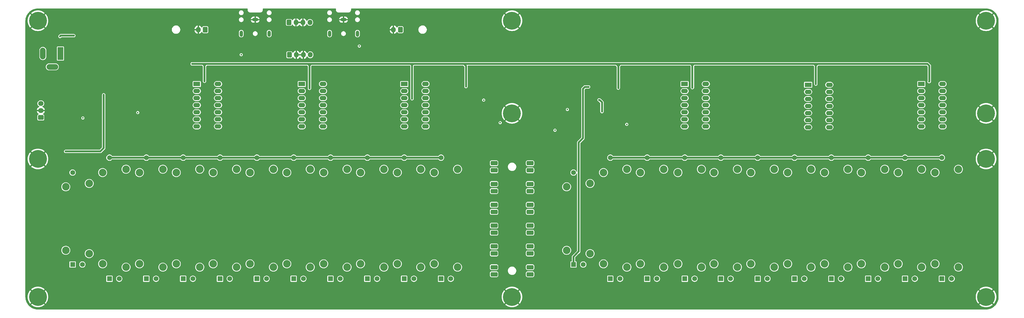
<source format=gbr>
%TF.GenerationSoftware,KiCad,Pcbnew,8.0.8*%
%TF.CreationDate,2025-02-12T06:41:47+01:00*%
%TF.ProjectId,20 Bands Equalizer,32302042-616e-4647-9320-457175616c69,rev?*%
%TF.SameCoordinates,Original*%
%TF.FileFunction,Copper,L4,Bot*%
%TF.FilePolarity,Positive*%
%FSLAX46Y46*%
G04 Gerber Fmt 4.6, Leading zero omitted, Abs format (unit mm)*
G04 Created by KiCad (PCBNEW 8.0.8) date 2025-02-12 06:41:47*
%MOMM*%
%LPD*%
G01*
G04 APERTURE LIST*
G04 Aperture macros list*
%AMRoundRect*
0 Rectangle with rounded corners*
0 $1 Rounding radius*
0 $2 $3 $4 $5 $6 $7 $8 $9 X,Y pos of 4 corners*
0 Add a 4 corners polygon primitive as box body*
4,1,4,$2,$3,$4,$5,$6,$7,$8,$9,$2,$3,0*
0 Add four circle primitives for the rounded corners*
1,1,$1+$1,$2,$3*
1,1,$1+$1,$4,$5*
1,1,$1+$1,$6,$7*
1,1,$1+$1,$8,$9*
0 Add four rect primitives between the rounded corners*
20,1,$1+$1,$2,$3,$4,$5,0*
20,1,$1+$1,$4,$5,$6,$7,0*
20,1,$1+$1,$6,$7,$8,$9,0*
20,1,$1+$1,$8,$9,$2,$3,0*%
G04 Aperture macros list end*
%TA.AperFunction,ComponentPad*%
%ADD10RoundRect,0.400000X0.850000X-0.400000X0.850000X0.400000X-0.850000X0.400000X-0.850000X-0.400000X0*%
%TD*%
%TA.AperFunction,ComponentPad*%
%ADD11C,0.800000*%
%TD*%
%TA.AperFunction,ComponentPad*%
%ADD12C,6.400000*%
%TD*%
%TA.AperFunction,ComponentPad*%
%ADD13R,1.750000X1.750000*%
%TD*%
%TA.AperFunction,ComponentPad*%
%ADD14C,1.750000*%
%TD*%
%TA.AperFunction,ComponentPad*%
%ADD15C,2.700000*%
%TD*%
%TA.AperFunction,ComponentPad*%
%ADD16R,2.400000X1.600000*%
%TD*%
%TA.AperFunction,ComponentPad*%
%ADD17O,2.400000X1.600000*%
%TD*%
%TA.AperFunction,ComponentPad*%
%ADD18O,1.200000X2.200000*%
%TD*%
%TA.AperFunction,ComponentPad*%
%ADD19O,2.200000X1.200000*%
%TD*%
%TA.AperFunction,ComponentPad*%
%ADD20RoundRect,0.250000X-0.600000X-0.725000X0.600000X-0.725000X0.600000X0.725000X-0.600000X0.725000X0*%
%TD*%
%TA.AperFunction,ComponentPad*%
%ADD21O,1.700000X1.950000*%
%TD*%
%TA.AperFunction,ComponentPad*%
%ADD22RoundRect,0.250000X0.600000X0.750000X-0.600000X0.750000X-0.600000X-0.750000X0.600000X-0.750000X0*%
%TD*%
%TA.AperFunction,ComponentPad*%
%ADD23O,1.700000X2.000000*%
%TD*%
%TA.AperFunction,ComponentPad*%
%ADD24RoundRect,0.250000X0.725000X-0.600000X0.725000X0.600000X-0.725000X0.600000X-0.725000X-0.600000X0*%
%TD*%
%TA.AperFunction,ComponentPad*%
%ADD25O,1.950000X1.700000*%
%TD*%
%TA.AperFunction,ComponentPad*%
%ADD26R,2.000000X4.600000*%
%TD*%
%TA.AperFunction,ComponentPad*%
%ADD27O,2.000000X4.200000*%
%TD*%
%TA.AperFunction,ComponentPad*%
%ADD28O,4.200000X2.000000*%
%TD*%
%TA.AperFunction,ViaPad*%
%ADD29C,0.600000*%
%TD*%
%TA.AperFunction,Conductor*%
%ADD30C,0.700000*%
%TD*%
G04 APERTURE END LIST*
D10*
%TO.P,D11,1,K*%
%TO.N,Net-(D11-K)*%
X198527500Y-88976667D03*
%TO.P,D11,2,A*%
%TO.N,Net-(D10-A)*%
X198527500Y-86436667D03*
%TD*%
D11*
%TO.P,H3,1,1*%
%TO.N,0V*%
X202552500Y-35264611D03*
X203255444Y-33567555D03*
X203255444Y-36961667D03*
X204952500Y-32864611D03*
D12*
X204952500Y-35264611D03*
D11*
X204952500Y-37664611D03*
X206649556Y-33567555D03*
X206649556Y-36961667D03*
X207352500Y-35264611D03*
%TD*%
D10*
%TO.P,D19,1,K*%
%TO.N,Net-(D19-K)*%
X211447500Y-103916667D03*
%TO.P,D19,2,A*%
%TO.N,Net-(D18-K)*%
X211447500Y-101376667D03*
%TD*%
D11*
%TO.P,H6,1,1*%
%TO.N,0V*%
X372552500Y-134461667D03*
X373255444Y-132764611D03*
X373255444Y-136158723D03*
X374952500Y-132061667D03*
D12*
X374952500Y-134461667D03*
D11*
X374952500Y-136861667D03*
X376649556Y-132764611D03*
X376649556Y-136158723D03*
X377352500Y-134461667D03*
%TD*%
D10*
%TO.P,D4,1,K*%
%TO.N,Net-(D4-K)*%
X198527500Y-118856667D03*
%TO.P,D4,2,A*%
%TO.N,Net-(D2-K)*%
X198527500Y-116316667D03*
%TD*%
D11*
%TO.P,H8,1,1*%
%TO.N,0V*%
X372552500Y-84913139D03*
X373255444Y-83216083D03*
X373255444Y-86610195D03*
X374952500Y-82513139D03*
D12*
X374952500Y-84913139D03*
D11*
X374952500Y-87313139D03*
X376649556Y-83216083D03*
X376649556Y-86610195D03*
X377352500Y-84913139D03*
%TD*%
%TO.P,H14,1,1*%
%TO.N,0V*%
X372552500Y-68520000D03*
X373255444Y-66822944D03*
X373255444Y-70217056D03*
X374952500Y-66120000D03*
D12*
X374952500Y-68520000D03*
D11*
X374952500Y-70920000D03*
X376649556Y-66822944D03*
X376649556Y-70217056D03*
X377352500Y-68520000D03*
%TD*%
D13*
%TO.P,RV20,1,1*%
%TO.N,Net-(U9B--)*%
X332686553Y-127931667D03*
D14*
%TO.P,RV20,2,2*%
%TO.N,Net-(C54-Pad2)*%
X336186553Y-127931667D03*
%TO.P,RV20,3,3*%
%TO.N,Net-(U9B-+)*%
X332686553Y-84431667D03*
D15*
%TO.P,RV20,MP*%
%TO.N,N/C*%
X338636553Y-123781667D03*
X330236553Y-122581667D03*
X330236553Y-89781667D03*
X338636553Y-88581667D03*
%TD*%
D10*
%TO.P,D12,1,K*%
%TO.N,Net-(D12-K)*%
X211447500Y-126326667D03*
%TO.P,D12,2,A*%
%TO.N,+15V*%
X211447500Y-123786667D03*
%TD*%
D13*
%TO.P,RV1,1,1*%
%TO.N,Net-(U8B--)*%
X60608667Y-127931667D03*
D14*
%TO.P,RV1,2,2*%
%TO.N,Net-(C6-Pad2)*%
X64108667Y-127931667D03*
%TO.P,RV1,3,3*%
%TO.N,Net-(U8B-+)*%
X60608667Y-84431667D03*
D15*
%TO.P,RV1,MP*%
%TO.N,N/C*%
X66558667Y-123781667D03*
X58158667Y-122581667D03*
X58158667Y-89781667D03*
X66558667Y-88581667D03*
%TD*%
D10*
%TO.P,D21,1,K*%
%TO.N,Net-(D21-K)*%
X211447500Y-96446667D03*
%TO.P,D21,2,A*%
%TO.N,Net-(D20-K)*%
X211447500Y-93906667D03*
%TD*%
D16*
%TO.P,U4,1*%
%TO.N,Net-(U4A--)*%
X166332500Y-57981667D03*
D17*
%TO.P,U4,2,-*%
X166332500Y-60521667D03*
%TO.P,U4,3,+*%
%TO.N,Net-(U4A-+)*%
X166332500Y-63061667D03*
%TO.P,U4,4,V+*%
%TO.N,+15V*%
X166332500Y-65601667D03*
%TO.P,U4,5,+*%
%TO.N,Net-(U4B-+)*%
X166332500Y-68141667D03*
%TO.P,U4,6,-*%
%TO.N,Net-(U4B--)*%
X166332500Y-70681667D03*
%TO.P,U4,7*%
X166332500Y-73221667D03*
%TO.P,U4,8*%
%TO.N,unconnected-(U4-Pad8)*%
X173952500Y-73221667D03*
%TO.P,U4,9,-*%
%TO.N,-15V*%
X173952500Y-70681667D03*
%TO.P,U4,10,+*%
%TO.N,+15V*%
X173952500Y-68141667D03*
%TO.P,U4,11,V-*%
%TO.N,-15V*%
X173952500Y-65601667D03*
%TO.P,U4,12,+*%
%TO.N,+15V*%
X173952500Y-63061667D03*
%TO.P,U4,13,-*%
%TO.N,-15V*%
X173952500Y-60521667D03*
%TO.P,U4,14*%
%TO.N,unconnected-(U4-Pad14)*%
X173952500Y-57981667D03*
%TD*%
D13*
%TO.P,RV3,1,1*%
%TO.N,Net-(C11-Pad2)*%
X47398334Y-122806667D03*
D14*
%TO.P,RV3,2,2*%
%TO.N,Net-(R11-Pad2)*%
X50898334Y-122806667D03*
%TO.P,RV3,3,3*%
X47398334Y-89806667D03*
D15*
%TO.P,RV3,MP*%
%TO.N,N/C*%
X53348334Y-118906667D03*
X44948334Y-117706667D03*
X44948334Y-94906667D03*
X53348334Y-93706667D03*
%TD*%
D18*
%TO.P,J4,R*%
%TO.N,OUTPUT_R+*%
X149532500Y-39884611D03*
D19*
%TO.P,J4,S*%
%TO.N,0V*%
X144532500Y-34884611D03*
D18*
%TO.P,J4,T*%
%TO.N,OUTPUT_L+*%
X139532500Y-39884611D03*
%TD*%
D16*
%TO.P,U7,1*%
%TO.N,Net-(U7A--)*%
X351737500Y-57981667D03*
D17*
%TO.P,U7,2,-*%
X351737500Y-60521667D03*
%TO.P,U7,3,+*%
%TO.N,Net-(U7A-+)*%
X351737500Y-63061667D03*
%TO.P,U7,4,V+*%
%TO.N,+15V*%
X351737500Y-65601667D03*
%TO.P,U7,5,+*%
%TO.N,Net-(U7B-+)*%
X351737500Y-68141667D03*
%TO.P,U7,6,-*%
%TO.N,Net-(U7B--)*%
X351737500Y-70681667D03*
%TO.P,U7,7*%
X351737500Y-73221667D03*
%TO.P,U7,8*%
%TO.N,unconnected-(U7-Pad8)*%
X359357500Y-73221667D03*
%TO.P,U7,9,-*%
%TO.N,-15V*%
X359357500Y-70681667D03*
%TO.P,U7,10,+*%
%TO.N,+15V*%
X359357500Y-68141667D03*
%TO.P,U7,11,V-*%
%TO.N,-15V*%
X359357500Y-65601667D03*
%TO.P,U7,12,+*%
%TO.N,+15V*%
X359357500Y-63061667D03*
%TO.P,U7,13,-*%
%TO.N,-15V*%
X359357500Y-60521667D03*
%TO.P,U7,14*%
%TO.N,unconnected-(U7-Pad14)*%
X359357500Y-57981667D03*
%TD*%
D11*
%TO.P,H4,1,1*%
%TO.N,0V*%
X202552500Y-134461667D03*
X203255444Y-132764611D03*
X203255444Y-136158723D03*
X204952500Y-132061667D03*
D12*
X204952500Y-134461667D03*
D11*
X204952500Y-136861667D03*
X206649556Y-132764611D03*
X206649556Y-136158723D03*
X207352500Y-134461667D03*
%TD*%
D13*
%TO.P,RV13,1,1*%
%TO.N,Net-(U9B--)*%
X253424555Y-127931667D03*
D14*
%TO.P,RV13,2,2*%
%TO.N,Net-(C38-Pad2)*%
X256924555Y-127931667D03*
%TO.P,RV13,3,3*%
%TO.N,Net-(U9B-+)*%
X253424555Y-84431667D03*
D15*
%TO.P,RV13,MP*%
%TO.N,N/C*%
X259374555Y-123781667D03*
X250974555Y-122581667D03*
X250974555Y-89781667D03*
X259374555Y-88581667D03*
%TD*%
D13*
%TO.P,RV14,1,1*%
%TO.N,Net-(C40-Pad2)*%
X227003889Y-122806667D03*
D14*
%TO.P,RV14,2,2*%
%TO.N,Net-(R52-Pad2)*%
X230503889Y-122806667D03*
%TO.P,RV14,3,3*%
X227003889Y-89806667D03*
D15*
%TO.P,RV14,MP*%
%TO.N,N/C*%
X232953889Y-118906667D03*
X224553889Y-117706667D03*
X224553889Y-94906667D03*
X232953889Y-93706667D03*
%TD*%
D13*
%TO.P,RV19,1,1*%
%TO.N,Net-(U9B--)*%
X319476220Y-127931667D03*
D14*
%TO.P,RV19,2,2*%
%TO.N,Net-(C52-Pad2)*%
X322976220Y-127931667D03*
%TO.P,RV19,3,3*%
%TO.N,Net-(U9B-+)*%
X319476220Y-84431667D03*
D15*
%TO.P,RV19,MP*%
%TO.N,N/C*%
X325426220Y-123781667D03*
X317026220Y-122581667D03*
X317026220Y-89781667D03*
X325426220Y-88581667D03*
%TD*%
D16*
%TO.P,U2,1*%
%TO.N,Net-(U2A--)*%
X91927500Y-57981667D03*
D17*
%TO.P,U2,2,-*%
X91927500Y-60521667D03*
%TO.P,U2,3,+*%
%TO.N,Net-(U2A-+)*%
X91927500Y-63061667D03*
%TO.P,U2,4,V+*%
%TO.N,+15V*%
X91927500Y-65601667D03*
%TO.P,U2,5,+*%
%TO.N,Net-(U2B-+)*%
X91927500Y-68141667D03*
%TO.P,U2,6,-*%
%TO.N,Net-(U2B--)*%
X91927500Y-70681667D03*
%TO.P,U2,7*%
X91927500Y-73221667D03*
%TO.P,U2,8*%
%TO.N,Net-(U2C--)*%
X99547500Y-73221667D03*
%TO.P,U2,9,-*%
X99547500Y-70681667D03*
%TO.P,U2,10,+*%
%TO.N,Net-(U2C-+)*%
X99547500Y-68141667D03*
%TO.P,U2,11,V-*%
%TO.N,-15V*%
X99547500Y-65601667D03*
%TO.P,U2,12,+*%
%TO.N,Net-(U2D-+)*%
X99547500Y-63061667D03*
%TO.P,U2,13,-*%
%TO.N,Net-(U2D--)*%
X99547500Y-60521667D03*
%TO.P,U2,14*%
X99547500Y-57981667D03*
%TD*%
D20*
%TO.P,J7,1,Pin_1*%
%TO.N,INPUT_L+*%
X125130000Y-47500000D03*
D21*
%TO.P,J7,2,Pin_2*%
%TO.N,0V*%
X127630000Y-47500000D03*
%TO.P,J7,3,Pin_3*%
X130130000Y-47500000D03*
%TO.P,J7,4,Pin_4*%
%TO.N,INPUT_R+*%
X132630000Y-47500000D03*
%TD*%
D22*
%TO.P,J3,1,Pin_1*%
%TO.N,OUTPUT_R+*%
X164952500Y-38464611D03*
D23*
%TO.P,J3,2,Pin_2*%
%TO.N,0V*%
X162452500Y-38464611D03*
%TD*%
D20*
%TO.P,J6,1,Pin_1*%
%TO.N,OUTPUT_L+*%
X124992500Y-35861667D03*
D21*
%TO.P,J6,2,Pin_2*%
%TO.N,0V*%
X127492500Y-35861667D03*
%TO.P,J6,3,Pin_3*%
X129992500Y-35861667D03*
%TO.P,J6,4,Pin_4*%
%TO.N,OUTPUT_R+*%
X132492500Y-35861667D03*
%TD*%
D10*
%TO.P,D22,1,K*%
%TO.N,Net-(D22-K)*%
X211447500Y-88976667D03*
%TO.P,D22,2,A*%
%TO.N,Net-(D20-K)*%
X211447500Y-86436667D03*
%TD*%
D24*
%TO.P,J5,1,Pin_1*%
%TO.N,+15V*%
X36000000Y-70000000D03*
D25*
%TO.P,J5,2,Pin_2*%
%TO.N,0V*%
X36000000Y-67500000D03*
%TO.P,J5,3,Pin_3*%
%TO.N,-15V*%
X36000000Y-65000000D03*
%TD*%
D13*
%TO.P,RV17,1,1*%
%TO.N,Net-(U9B--)*%
X293055554Y-127931667D03*
D14*
%TO.P,RV17,2,2*%
%TO.N,Net-(C48-Pad2)*%
X296555554Y-127931667D03*
%TO.P,RV17,3,3*%
%TO.N,Net-(U9B-+)*%
X293055554Y-84431667D03*
D15*
%TO.P,RV17,MP*%
%TO.N,N/C*%
X299005554Y-123781667D03*
X290605554Y-122581667D03*
X290605554Y-89781667D03*
X299005554Y-88581667D03*
%TD*%
D13*
%TO.P,RV4,1,1*%
%TO.N,Net-(U8B--)*%
X87029333Y-127931667D03*
D14*
%TO.P,RV4,2,2*%
%TO.N,Net-(C12-Pad2)*%
X90529333Y-127931667D03*
%TO.P,RV4,3,3*%
%TO.N,Net-(U8B-+)*%
X87029333Y-84431667D03*
D15*
%TO.P,RV4,MP*%
%TO.N,N/C*%
X92979333Y-123781667D03*
X84579333Y-122581667D03*
X84579333Y-89781667D03*
X92979333Y-88581667D03*
%TD*%
D10*
%TO.P,D6,1,K*%
%TO.N,Net-(D6-K)*%
X198527500Y-111386667D03*
%TO.P,D6,2,A*%
%TO.N,Net-(D5-K)*%
X198527500Y-108846667D03*
%TD*%
D13*
%TO.P,RV10,1,1*%
%TO.N,Net-(U8B--)*%
X166291331Y-127931667D03*
D14*
%TO.P,RV10,2,2*%
%TO.N,Net-(C27-Pad2)*%
X169791331Y-127931667D03*
%TO.P,RV10,3,3*%
%TO.N,Net-(U8B-+)*%
X166291331Y-84431667D03*
D15*
%TO.P,RV10,MP*%
%TO.N,N/C*%
X172241331Y-123781667D03*
X163841331Y-122581667D03*
X163841331Y-89781667D03*
X172241331Y-88581667D03*
%TD*%
D13*
%TO.P,RV6,1,1*%
%TO.N,Net-(U8B--)*%
X113449999Y-127931667D03*
D14*
%TO.P,RV6,2,2*%
%TO.N,Net-(C19-Pad2)*%
X116949999Y-127931667D03*
%TO.P,RV6,3,3*%
%TO.N,Net-(U8B-+)*%
X113449999Y-84431667D03*
D15*
%TO.P,RV6,MP*%
%TO.N,N/C*%
X119399999Y-123781667D03*
X110999999Y-122581667D03*
X110999999Y-89781667D03*
X119399999Y-88581667D03*
%TD*%
D10*
%TO.P,D10,1,K*%
%TO.N,Net-(D10-K)*%
X198527500Y-96446667D03*
%TO.P,D10,2,A*%
%TO.N,Net-(D10-A)*%
X198527500Y-93906667D03*
%TD*%
D13*
%TO.P,RV16,1,1*%
%TO.N,Net-(U9B--)*%
X279845221Y-127931667D03*
D14*
%TO.P,RV16,2,2*%
%TO.N,Net-(C44-Pad2)*%
X283345221Y-127931667D03*
%TO.P,RV16,3,3*%
%TO.N,Net-(U9B-+)*%
X279845221Y-84431667D03*
D15*
%TO.P,RV16,MP*%
%TO.N,N/C*%
X285795221Y-123781667D03*
X277395221Y-122581667D03*
X277395221Y-89781667D03*
X285795221Y-88581667D03*
%TD*%
D13*
%TO.P,RV21,1,1*%
%TO.N,Net-(U9B--)*%
X345896886Y-127931667D03*
D14*
%TO.P,RV21,2,2*%
%TO.N,Net-(C56-Pad2)*%
X349396886Y-127931667D03*
%TO.P,RV21,3,3*%
%TO.N,Net-(U9B-+)*%
X345896886Y-84431667D03*
D15*
%TO.P,RV21,MP*%
%TO.N,N/C*%
X351846886Y-123781667D03*
X343446886Y-122581667D03*
X343446886Y-89781667D03*
X351846886Y-88581667D03*
%TD*%
D13*
%TO.P,RV5,1,1*%
%TO.N,Net-(U8B--)*%
X100239666Y-127931667D03*
D14*
%TO.P,RV5,2,2*%
%TO.N,Net-(C15-Pad2)*%
X103739666Y-127931667D03*
%TO.P,RV5,3,3*%
%TO.N,Net-(U8B-+)*%
X100239666Y-84431667D03*
D15*
%TO.P,RV5,MP*%
%TO.N,N/C*%
X106189666Y-123781667D03*
X97789666Y-122581667D03*
X97789666Y-89781667D03*
X106189666Y-88581667D03*
%TD*%
D10*
%TO.P,D17,1,K*%
%TO.N,Net-(D17-K)*%
X211447500Y-111386667D03*
%TO.P,D17,2,A*%
%TO.N,Net-(D16-K)*%
X211447500Y-108846667D03*
%TD*%
D11*
%TO.P,H5,1,1*%
%TO.N,0V*%
X372552500Y-35264611D03*
X373255444Y-33567555D03*
X373255444Y-36961667D03*
X374952500Y-32864611D03*
D12*
X374952500Y-35264611D03*
D11*
X374952500Y-37664611D03*
X376649556Y-33567555D03*
X376649556Y-36961667D03*
X377352500Y-35264611D03*
%TD*%
D13*
%TO.P,RV11,1,1*%
%TO.N,Net-(U8B--)*%
X179501667Y-127931667D03*
D14*
%TO.P,RV11,2,2*%
%TO.N,Net-(C29-Pad2)*%
X183001667Y-127931667D03*
%TO.P,RV11,3,3*%
%TO.N,Net-(U8B-+)*%
X179501667Y-84431667D03*
D15*
%TO.P,RV11,MP*%
%TO.N,N/C*%
X185451667Y-123781667D03*
X177051667Y-122581667D03*
X177051667Y-89781667D03*
X185451667Y-88581667D03*
%TD*%
D16*
%TO.P,U5,1*%
%TO.N,Net-(U5A--)*%
X266847500Y-57981667D03*
D17*
%TO.P,U5,2,-*%
X266847500Y-60521667D03*
%TO.P,U5,3,+*%
%TO.N,Net-(U5A-+)*%
X266847500Y-63061667D03*
%TO.P,U5,4,V+*%
%TO.N,+15V*%
X266847500Y-65601667D03*
%TO.P,U5,5,+*%
%TO.N,Net-(U5B-+)*%
X266847500Y-68141667D03*
%TO.P,U5,6,-*%
%TO.N,Net-(U5B--)*%
X266847500Y-70681667D03*
%TO.P,U5,7*%
X266847500Y-73221667D03*
%TO.P,U5,8*%
%TO.N,Net-(U5C--)*%
X274467500Y-73221667D03*
%TO.P,U5,9,-*%
X274467500Y-70681667D03*
%TO.P,U5,10,+*%
%TO.N,Net-(U5C-+)*%
X274467500Y-68141667D03*
%TO.P,U5,11,V-*%
%TO.N,-15V*%
X274467500Y-65601667D03*
%TO.P,U5,12,+*%
%TO.N,Net-(U5D-+)*%
X274467500Y-63061667D03*
%TO.P,U5,13,-*%
%TO.N,Net-(U5D--)*%
X274467500Y-60521667D03*
%TO.P,U5,14*%
X274467500Y-57981667D03*
%TD*%
D13*
%TO.P,RV7,1,1*%
%TO.N,Net-(U8B--)*%
X126660332Y-127931667D03*
D14*
%TO.P,RV7,2,2*%
%TO.N,Net-(C21-Pad2)*%
X130160332Y-127931667D03*
%TO.P,RV7,3,3*%
%TO.N,Net-(U8B-+)*%
X126660332Y-84431667D03*
D15*
%TO.P,RV7,MP*%
%TO.N,N/C*%
X132610332Y-123781667D03*
X124210332Y-122581667D03*
X124210332Y-89781667D03*
X132610332Y-88581667D03*
%TD*%
D13*
%TO.P,RV15,1,1*%
%TO.N,Net-(U9B--)*%
X266923055Y-127931667D03*
D14*
%TO.P,RV15,2,2*%
%TO.N,Net-(C41-Pad2)*%
X270423055Y-127931667D03*
%TO.P,RV15,3,3*%
%TO.N,Net-(U9B-+)*%
X266923055Y-84431667D03*
D15*
%TO.P,RV15,MP*%
%TO.N,N/C*%
X272873055Y-123781667D03*
X264473055Y-122581667D03*
X264473055Y-89781667D03*
X272873055Y-88581667D03*
%TD*%
D22*
%TO.P,J2,1,Pin_1*%
%TO.N,OUTPUT_L+*%
X94952500Y-38464611D03*
D23*
%TO.P,J2,2,Pin_2*%
%TO.N,0V*%
X92452500Y-38464611D03*
%TD*%
D11*
%TO.P,H7,1,1*%
%TO.N,0V*%
X32552500Y-84913139D03*
X33255444Y-83216083D03*
X33255444Y-86610195D03*
X34952500Y-82513139D03*
D12*
X34952500Y-84913139D03*
D11*
X34952500Y-87313139D03*
X36649556Y-83216083D03*
X36649556Y-86610195D03*
X37352500Y-84913139D03*
%TD*%
D16*
%TO.P,U6,1*%
%TO.N,Net-(U6A--)*%
X311137500Y-58254167D03*
D17*
%TO.P,U6,2,-*%
X311137500Y-60794167D03*
%TO.P,U6,3,+*%
%TO.N,Net-(U6A-+)*%
X311137500Y-63334167D03*
%TO.P,U6,4,V+*%
%TO.N,+15V*%
X311137500Y-65874167D03*
%TO.P,U6,5,+*%
%TO.N,Net-(U6B-+)*%
X311137500Y-68414167D03*
%TO.P,U6,6,-*%
%TO.N,Net-(U6B--)*%
X311137500Y-70954167D03*
%TO.P,U6,7*%
X311137500Y-73494167D03*
%TO.P,U6,8*%
%TO.N,Net-(U6C--)*%
X318757500Y-73494167D03*
%TO.P,U6,9,-*%
X318757500Y-70954167D03*
%TO.P,U6,10,+*%
%TO.N,Net-(U6C-+)*%
X318757500Y-68414167D03*
%TO.P,U6,11,V-*%
%TO.N,-15V*%
X318757500Y-65874167D03*
%TO.P,U6,12,+*%
%TO.N,Net-(U6D-+)*%
X318757500Y-63334167D03*
%TO.P,U6,13,-*%
%TO.N,Net-(U6D--)*%
X318757500Y-60794167D03*
%TO.P,U6,14*%
X318757500Y-58254167D03*
%TD*%
D26*
%TO.P,J8,1*%
%TO.N,+15V*%
X43024944Y-47026779D03*
D27*
%TO.P,J8,2*%
%TO.N,-15V*%
X36724944Y-47026779D03*
D28*
%TO.P,J8,3*%
X40124944Y-51826779D03*
%TD*%
D18*
%TO.P,J1,R*%
%TO.N,INPUT_R+*%
X117872500Y-39884611D03*
D19*
%TO.P,J1,S*%
%TO.N,0V*%
X112872500Y-34884611D03*
D18*
%TO.P,J1,T*%
%TO.N,INPUT_L+*%
X107872500Y-39884611D03*
%TD*%
D16*
%TO.P,U3,1*%
%TO.N,Net-(U3A--)*%
X129567500Y-57981667D03*
D17*
%TO.P,U3,2,-*%
X129567500Y-60521667D03*
%TO.P,U3,3,+*%
%TO.N,Net-(U3A-+)*%
X129567500Y-63061667D03*
%TO.P,U3,4,V+*%
%TO.N,+15V*%
X129567500Y-65601667D03*
%TO.P,U3,5,+*%
%TO.N,Net-(U3B-+)*%
X129567500Y-68141667D03*
%TO.P,U3,6,-*%
%TO.N,Net-(U3B--)*%
X129567500Y-70681667D03*
%TO.P,U3,7*%
X129567500Y-73221667D03*
%TO.P,U3,8*%
%TO.N,Net-(U3C--)*%
X137187500Y-73221667D03*
%TO.P,U3,9,-*%
X137187500Y-70681667D03*
%TO.P,U3,10,+*%
%TO.N,Net-(U3C-+)*%
X137187500Y-68141667D03*
%TO.P,U3,11,V-*%
%TO.N,-15V*%
X137187500Y-65601667D03*
%TO.P,U3,12,+*%
%TO.N,Net-(U3D-+)*%
X137187500Y-63061667D03*
%TO.P,U3,13,-*%
%TO.N,Net-(U3D--)*%
X137187500Y-60521667D03*
%TO.P,U3,14*%
X137187500Y-57981667D03*
%TD*%
D13*
%TO.P,RV9,1,1*%
%TO.N,Net-(U8B--)*%
X153080998Y-127931667D03*
D14*
%TO.P,RV9,2,2*%
%TO.N,Net-(C25-Pad2)*%
X156580998Y-127931667D03*
%TO.P,RV9,3,3*%
%TO.N,Net-(U8B-+)*%
X153080998Y-84431667D03*
D15*
%TO.P,RV9,MP*%
%TO.N,N/C*%
X159030998Y-123781667D03*
X150630998Y-122581667D03*
X150630998Y-89781667D03*
X159030998Y-88581667D03*
%TD*%
D10*
%TO.P,D15,1,K*%
%TO.N,Net-(D15-K)*%
X211447500Y-118856667D03*
%TO.P,D15,2,A*%
%TO.N,Net-(D13-K)*%
X211447500Y-116316667D03*
%TD*%
D11*
%TO.P,H1,1,1*%
%TO.N,0V*%
X32552500Y-35264611D03*
X33255444Y-33567555D03*
X33255444Y-36961667D03*
X34952500Y-32864611D03*
D12*
X34952500Y-35264611D03*
D11*
X34952500Y-37664611D03*
X36649556Y-33567555D03*
X36649556Y-36961667D03*
X37352500Y-35264611D03*
%TD*%
D13*
%TO.P,RV2,1,1*%
%TO.N,Net-(U8B--)*%
X73819000Y-127931667D03*
D14*
%TO.P,RV2,2,2*%
%TO.N,Net-(C9-Pad2)*%
X77319000Y-127931667D03*
%TO.P,RV2,3,3*%
%TO.N,Net-(U8B-+)*%
X73819000Y-84431667D03*
D15*
%TO.P,RV2,MP*%
%TO.N,N/C*%
X79769000Y-123781667D03*
X71369000Y-122581667D03*
X71369000Y-89781667D03*
X79769000Y-88581667D03*
%TD*%
D11*
%TO.P,H2,1,1*%
%TO.N,0V*%
X32552500Y-134461667D03*
X33255444Y-132764611D03*
X33255444Y-136158723D03*
X34952500Y-132061667D03*
D12*
X34952500Y-134461667D03*
D11*
X34952500Y-136861667D03*
X36649556Y-132764611D03*
X36649556Y-136158723D03*
X37352500Y-134461667D03*
%TD*%
D13*
%TO.P,RV18,1,1*%
%TO.N,Net-(U9B--)*%
X306265887Y-127931667D03*
D14*
%TO.P,RV18,2,2*%
%TO.N,Net-(C50-Pad2)*%
X309765887Y-127931667D03*
%TO.P,RV18,3,3*%
%TO.N,Net-(U9B-+)*%
X306265887Y-84431667D03*
D15*
%TO.P,RV18,MP*%
%TO.N,N/C*%
X312215887Y-123781667D03*
X303815887Y-122581667D03*
X303815887Y-89781667D03*
X312215887Y-88581667D03*
%TD*%
D13*
%TO.P,RV8,1,1*%
%TO.N,Net-(U8B--)*%
X139870665Y-127931667D03*
D14*
%TO.P,RV8,2,2*%
%TO.N,Net-(C23-Pad2)*%
X143370665Y-127931667D03*
%TO.P,RV8,3,3*%
%TO.N,Net-(U8B-+)*%
X139870665Y-84431667D03*
D15*
%TO.P,RV8,MP*%
%TO.N,N/C*%
X145820665Y-123781667D03*
X137420665Y-122581667D03*
X137420665Y-89781667D03*
X145820665Y-88581667D03*
%TD*%
D10*
%TO.P,D8,1,K*%
%TO.N,Net-(D8-K)*%
X198527500Y-103916667D03*
%TO.P,D8,2,A*%
%TO.N,Net-(D7-K)*%
X198527500Y-101376667D03*
%TD*%
%TO.P,D1,1,K*%
%TO.N,Net-(D1-K)*%
X198527500Y-126326667D03*
%TO.P,D1,2,A*%
%TO.N,+15V*%
X198527500Y-123786667D03*
%TD*%
D13*
%TO.P,RV12,1,1*%
%TO.N,Net-(U9B--)*%
X240214222Y-127931667D03*
D14*
%TO.P,RV12,2,2*%
%TO.N,Net-(C35-Pad2)*%
X243714222Y-127931667D03*
%TO.P,RV12,3,3*%
%TO.N,Net-(U9B-+)*%
X240214222Y-84431667D03*
D15*
%TO.P,RV12,MP*%
%TO.N,N/C*%
X246164222Y-123781667D03*
X237764222Y-122581667D03*
X237764222Y-89781667D03*
X246164222Y-88581667D03*
%TD*%
D11*
%TO.P,H13,1,1*%
%TO.N,0V*%
X202552500Y-68520000D03*
X203255444Y-66822944D03*
X203255444Y-70217056D03*
X204952500Y-66120000D03*
D12*
X204952500Y-68520000D03*
D11*
X204952500Y-70920000D03*
X206649556Y-66822944D03*
X206649556Y-70217056D03*
X207352500Y-68520000D03*
%TD*%
D13*
%TO.P,RV22,1,1*%
%TO.N,Net-(U9B--)*%
X359107222Y-127931667D03*
D14*
%TO.P,RV22,2,2*%
%TO.N,Net-(C58-Pad2)*%
X362607222Y-127931667D03*
%TO.P,RV22,3,3*%
%TO.N,Net-(U9B-+)*%
X359107222Y-84431667D03*
D15*
%TO.P,RV22,MP*%
%TO.N,N/C*%
X365057222Y-123781667D03*
X356657222Y-122581667D03*
X356657222Y-89781667D03*
X365057222Y-88581667D03*
%TD*%
D29*
%TO.N,+15V*%
X90260000Y-50770000D03*
X132340000Y-59550000D03*
X42880000Y-40890000D03*
X269640000Y-59290000D03*
X94690000Y-57000000D03*
X243070000Y-59440000D03*
X169130000Y-63250000D03*
X188470000Y-58890000D03*
X354525000Y-57140000D03*
X313910000Y-58020000D03*
X47840000Y-40630000D03*
%TO.N,OUTPUT_L+*%
X70750000Y-68260000D03*
X200717500Y-71877500D03*
%TO.N,OUTPUT_R+*%
X246110000Y-72480000D03*
X194810000Y-63770000D03*
X150220000Y-44341667D03*
X220390000Y-74590000D03*
%TO.N,0V*%
X239230000Y-75570000D03*
X120260000Y-34110000D03*
X114550000Y-49130000D03*
X68260000Y-54610000D03*
X119610000Y-52690000D03*
X50160000Y-56720000D03*
X160800000Y-38440000D03*
X65390000Y-40390000D03*
X54010000Y-42150000D03*
X203130000Y-79190000D03*
X327440000Y-64100000D03*
X283050000Y-64000000D03*
X157760000Y-64060000D03*
X204760000Y-73480000D03*
X121820000Y-43020000D03*
X120800000Y-67330000D03*
X120850000Y-64020000D03*
X83470000Y-64000000D03*
X363920000Y-62130000D03*
X211850000Y-74530000D03*
X145860000Y-64160000D03*
X108110000Y-67120000D03*
X216890000Y-79530000D03*
X114120000Y-52510000D03*
X302520000Y-64210000D03*
X249650000Y-66980000D03*
X37760000Y-67530000D03*
X258270000Y-64100000D03*
X92470000Y-40370000D03*
X210670000Y-68090000D03*
X343270000Y-67530000D03*
X70590000Y-66290000D03*
X258170000Y-67590000D03*
X195980000Y-75520000D03*
X237920000Y-73520000D03*
X162460000Y-40210000D03*
X157760000Y-67410000D03*
X327400000Y-67620000D03*
X56220000Y-45740000D03*
X130007500Y-49738333D03*
X70070000Y-42190000D03*
X197120000Y-81670000D03*
X210410000Y-75660000D03*
X63180000Y-54470000D03*
X140770000Y-48200000D03*
X109620000Y-45090000D03*
X66170000Y-48170000D03*
X283280000Y-67410000D03*
X194360000Y-67420000D03*
X343230000Y-63900000D03*
X200350000Y-75320000D03*
X60480000Y-74460000D03*
X210920000Y-81690000D03*
X62370000Y-47090000D03*
X127507500Y-49728333D03*
X83610000Y-67590000D03*
X363940000Y-69170000D03*
X129970000Y-32380000D03*
X107990000Y-64120000D03*
X52920000Y-66360000D03*
X57680000Y-50880000D03*
X302520000Y-67730000D03*
X146030000Y-67590000D03*
X90730000Y-38450000D03*
X127560000Y-32100000D03*
X142230000Y-52590000D03*
%TO.N,Net-(R52-Pad2)*%
X236200000Y-63700000D03*
X237220000Y-67900000D03*
%TO.N,Net-(C11-Pad2)*%
X44900000Y-82200000D03*
X58540000Y-61880000D03*
%TO.N,Net-(C40-Pad2)*%
X232420000Y-59030000D03*
%TO.N,INPUT_L+*%
X107872500Y-47460000D03*
X51070000Y-70180000D03*
%TO.N,INPUT_R+*%
X224820000Y-67140000D03*
%TD*%
D30*
%TO.N,Net-(U8B-+)*%
X179501667Y-84431667D02*
X60608667Y-84431667D01*
%TO.N,+15V*%
X94690000Y-51380000D02*
X95300000Y-50770000D01*
X94690000Y-51390000D02*
X94070000Y-50770000D01*
X131760000Y-50770000D02*
X95300000Y-50770000D01*
X353940000Y-50770000D02*
X314570000Y-50770000D01*
X42880000Y-40890000D02*
X43140000Y-40630000D01*
X269070000Y-50770000D02*
X243850000Y-50770000D01*
X314570000Y-50770000D02*
X313300000Y-50770000D01*
X169130000Y-51270000D02*
X169130000Y-51260000D01*
X169130000Y-51260000D02*
X169620000Y-50770000D01*
X269640000Y-51340000D02*
X269070000Y-50770000D01*
X354600000Y-57065000D02*
X354600000Y-51430000D01*
X354525000Y-57140000D02*
X354600000Y-57065000D01*
X168630000Y-50770000D02*
X132940000Y-50770000D01*
X313910000Y-58020000D02*
X313910000Y-51380000D01*
X94070000Y-50770000D02*
X90260000Y-50770000D01*
X270190000Y-50770000D02*
X269070000Y-50770000D01*
X243800000Y-50770000D02*
X243850000Y-50770000D01*
X132920000Y-50770000D02*
X132940000Y-50770000D01*
X169130000Y-51270000D02*
X168630000Y-50770000D01*
X169620000Y-50770000D02*
X168630000Y-50770000D01*
X132940000Y-50770000D02*
X131760000Y-50770000D01*
X313910000Y-51380000D02*
X313300000Y-50770000D01*
X354600000Y-51430000D02*
X353940000Y-50770000D01*
X243070000Y-51500000D02*
X242340000Y-50770000D01*
X43140000Y-40630000D02*
X47840000Y-40630000D01*
X188470000Y-51510000D02*
X187730000Y-50770000D01*
X132340000Y-51350000D02*
X131760000Y-50770000D01*
X94690000Y-57000000D02*
X94690000Y-51390000D01*
X169130000Y-63250000D02*
X169130000Y-51270000D01*
X243070000Y-51500000D02*
X243800000Y-50770000D01*
X95300000Y-50770000D02*
X94070000Y-50770000D01*
X243070000Y-59440000D02*
X243070000Y-51500000D01*
X94690000Y-51390000D02*
X94690000Y-51380000D01*
X269640000Y-51320000D02*
X270190000Y-50770000D01*
X314520000Y-50770000D02*
X314570000Y-50770000D01*
X242340000Y-50770000D02*
X187730000Y-50770000D01*
X269640000Y-59290000D02*
X269640000Y-51340000D01*
X313910000Y-51380000D02*
X314520000Y-50770000D01*
X243850000Y-50770000D02*
X242340000Y-50770000D01*
X187730000Y-50770000D02*
X169620000Y-50770000D01*
X188470000Y-58890000D02*
X188470000Y-51510000D01*
X313300000Y-50770000D02*
X270190000Y-50770000D01*
X269640000Y-51340000D02*
X269640000Y-51320000D01*
X132340000Y-59550000D02*
X132340000Y-51350000D01*
X132340000Y-51350000D02*
X132920000Y-50770000D01*
%TO.N,Net-(R52-Pad2)*%
X237220000Y-64580000D02*
X236710000Y-64070000D01*
X236340000Y-63700000D02*
X236200000Y-63700000D01*
X236710000Y-64070000D02*
X236340000Y-63700000D01*
X237220000Y-67900000D02*
X237220000Y-64580000D01*
%TO.N,Net-(C11-Pad2)*%
X44900000Y-82200000D02*
X57330000Y-82200000D01*
X58540000Y-80990000D02*
X58540000Y-61880000D01*
X57330000Y-82200000D02*
X58540000Y-80990000D01*
%TO.N,Net-(C40-Pad2)*%
X227003889Y-120006111D02*
X227003889Y-122806667D01*
X231110000Y-59030000D02*
X230380000Y-59760000D01*
X232420000Y-59030000D02*
X231110000Y-59030000D01*
X230380000Y-59760000D02*
X230380000Y-77460000D01*
X228910000Y-78930000D02*
X228910000Y-118100000D01*
X228910000Y-118100000D02*
X227003889Y-120006111D01*
X230380000Y-77460000D02*
X228910000Y-78930000D01*
%TO.N,Net-(U9B-+)*%
X240214222Y-84431667D02*
X359107222Y-84431667D01*
%TD*%
%TA.AperFunction,Conductor*%
%TO.N,0V*%
G36*
X129687370Y-47316657D02*
G01*
X129655000Y-47437465D01*
X129655000Y-47562535D01*
X129687370Y-47683343D01*
X129725854Y-47750000D01*
X128034146Y-47750000D01*
X128072630Y-47683343D01*
X128105000Y-47562535D01*
X128105000Y-47437465D01*
X128072630Y-47316657D01*
X128034146Y-47250000D01*
X129725854Y-47250000D01*
X129687370Y-47316657D01*
G37*
%TD.AperFunction*%
%TA.AperFunction,Conductor*%
G36*
X129549870Y-35678324D02*
G01*
X129517500Y-35799132D01*
X129517500Y-35924202D01*
X129549870Y-36045010D01*
X129588354Y-36111667D01*
X127896646Y-36111667D01*
X127935130Y-36045010D01*
X127967500Y-35924202D01*
X127967500Y-35799132D01*
X127935130Y-35678324D01*
X127896646Y-35611667D01*
X129588354Y-35611667D01*
X129549870Y-35678324D01*
G37*
%TD.AperFunction*%
%TA.AperFunction,Conductor*%
G36*
X374955202Y-30865228D02*
G01*
X375339271Y-30881997D01*
X375350006Y-30882937D01*
X375728469Y-30932763D01*
X375739096Y-30934636D01*
X376111783Y-31017259D01*
X376122209Y-31020053D01*
X376486262Y-31134838D01*
X376496409Y-31138531D01*
X376849076Y-31284611D01*
X376858867Y-31289177D01*
X377197461Y-31465438D01*
X377206799Y-31470830D01*
X377473124Y-31640498D01*
X377528733Y-31675925D01*
X377537594Y-31682129D01*
X377840426Y-31914500D01*
X377848713Y-31921454D01*
X377889309Y-31958653D01*
X378130131Y-32179326D01*
X378137775Y-32186969D01*
X378395657Y-32468400D01*
X378402610Y-32476687D01*
X378634970Y-32779505D01*
X378641175Y-32788366D01*
X378846269Y-33110300D01*
X378851677Y-33119668D01*
X379027925Y-33458238D01*
X379032495Y-33468039D01*
X379178566Y-33820686D01*
X379182266Y-33830851D01*
X379297046Y-34194889D01*
X379299846Y-34205338D01*
X379382462Y-34577999D01*
X379384340Y-34588652D01*
X379390596Y-34636168D01*
X379424005Y-34889943D01*
X379434161Y-34967082D01*
X379435104Y-34977859D01*
X379451882Y-35362169D01*
X379452000Y-35367577D01*
X379452000Y-134388170D01*
X379451998Y-134388204D01*
X379451999Y-134458977D01*
X379451881Y-134464384D01*
X379435124Y-134848425D01*
X379434182Y-134859203D01*
X379384366Y-135237658D01*
X379382487Y-135248311D01*
X379299882Y-135620953D01*
X379297083Y-135631403D01*
X379182304Y-135995457D01*
X379178604Y-136005622D01*
X379032536Y-136358275D01*
X379027964Y-136368079D01*
X378851720Y-136706654D01*
X378846311Y-136716023D01*
X378641224Y-137037951D01*
X378635019Y-137046813D01*
X378402655Y-137349639D01*
X378395702Y-137357926D01*
X378137818Y-137639360D01*
X378130168Y-137647009D01*
X377848760Y-137904873D01*
X377840473Y-137911827D01*
X377537635Y-138144203D01*
X377528774Y-138150408D01*
X377206848Y-138355496D01*
X377197479Y-138360905D01*
X376858896Y-138537158D01*
X376849092Y-138541729D01*
X376496447Y-138687796D01*
X376486281Y-138691496D01*
X376122243Y-138806271D01*
X376111794Y-138809071D01*
X375739128Y-138891685D01*
X375728474Y-138893563D01*
X375350043Y-138943377D01*
X375339267Y-138944320D01*
X374955970Y-138961048D01*
X374950561Y-138961166D01*
X374893789Y-138961165D01*
X374886618Y-138961165D01*
X374886617Y-138961165D01*
X374877994Y-138961165D01*
X374877966Y-138961167D01*
X34955206Y-138961167D01*
X34949797Y-138961049D01*
X34566638Y-138944320D01*
X34565744Y-138944280D01*
X34554971Y-138943338D01*
X34176885Y-138893563D01*
X34176536Y-138893517D01*
X34165883Y-138891639D01*
X33793219Y-138809022D01*
X33782770Y-138806222D01*
X33514643Y-138721682D01*
X33418728Y-138691440D01*
X33408565Y-138687741D01*
X33347996Y-138662653D01*
X33310121Y-138646965D01*
X33055919Y-138541672D01*
X33046115Y-138537101D01*
X32707529Y-138360845D01*
X32698172Y-138355443D01*
X32376229Y-138150345D01*
X32367380Y-138144148D01*
X32064551Y-137911783D01*
X32056266Y-137904831D01*
X31774837Y-137646952D01*
X31767188Y-137639303D01*
X31509306Y-137357878D01*
X31502353Y-137349591D01*
X31269989Y-137046773D01*
X31263784Y-137037912D01*
X31058691Y-136715986D01*
X31053282Y-136706618D01*
X31018316Y-136639450D01*
X30877018Y-136368027D01*
X30872461Y-136358255D01*
X30726378Y-136005589D01*
X30722679Y-135995424D01*
X30607890Y-135631375D01*
X30605094Y-135620944D01*
X30522469Y-135248265D01*
X30520597Y-135237650D01*
X30470764Y-134859172D01*
X30469824Y-134848425D01*
X30453118Y-134465895D01*
X30453026Y-134461666D01*
X31247422Y-134461666D01*
X31247422Y-134461667D01*
X31267719Y-134848954D01*
X31328386Y-135231990D01*
X31328387Y-135231997D01*
X31428762Y-135606603D01*
X31567744Y-135968661D01*
X31743810Y-136314210D01*
X31955023Y-136639450D01*
X31955025Y-136639452D01*
X32163596Y-136897015D01*
X33658247Y-135402364D01*
X33732088Y-135503997D01*
X33910170Y-135682079D01*
X34011801Y-135755918D01*
X32517150Y-137250569D01*
X32774714Y-137459142D01*
X32774716Y-137459143D01*
X33099956Y-137670356D01*
X33445505Y-137846422D01*
X33807563Y-137985404D01*
X34182169Y-138085779D01*
X34182176Y-138085780D01*
X34565212Y-138146447D01*
X34952499Y-138166745D01*
X34952501Y-138166745D01*
X35339787Y-138146447D01*
X35722823Y-138085780D01*
X35722830Y-138085779D01*
X36097436Y-137985404D01*
X36459494Y-137846422D01*
X36805043Y-137670356D01*
X37130271Y-137459151D01*
X37130284Y-137459141D01*
X37387848Y-137250569D01*
X35893198Y-135755919D01*
X35994830Y-135682079D01*
X36172912Y-135503997D01*
X36246752Y-135402365D01*
X37741402Y-136897015D01*
X37949974Y-136639451D01*
X37949984Y-136639438D01*
X38161189Y-136314210D01*
X38337255Y-135968661D01*
X38476237Y-135606603D01*
X38576612Y-135231997D01*
X38576613Y-135231990D01*
X38637280Y-134848954D01*
X38657578Y-134461667D01*
X38657578Y-134461666D01*
X201247422Y-134461666D01*
X201247422Y-134461667D01*
X201267719Y-134848954D01*
X201328386Y-135231990D01*
X201328387Y-135231997D01*
X201428762Y-135606603D01*
X201567744Y-135968661D01*
X201743810Y-136314210D01*
X201955023Y-136639450D01*
X201955025Y-136639452D01*
X202163596Y-136897015D01*
X203658247Y-135402364D01*
X203732088Y-135503997D01*
X203910170Y-135682079D01*
X204011801Y-135755918D01*
X202517150Y-137250569D01*
X202774714Y-137459142D01*
X202774716Y-137459143D01*
X203099956Y-137670356D01*
X203445505Y-137846422D01*
X203807563Y-137985404D01*
X204182169Y-138085779D01*
X204182176Y-138085780D01*
X204565212Y-138146447D01*
X204952499Y-138166745D01*
X204952501Y-138166745D01*
X205339787Y-138146447D01*
X205722823Y-138085780D01*
X205722830Y-138085779D01*
X206097436Y-137985404D01*
X206459494Y-137846422D01*
X206805043Y-137670356D01*
X207130271Y-137459151D01*
X207130284Y-137459141D01*
X207387848Y-137250569D01*
X205893198Y-135755919D01*
X205994830Y-135682079D01*
X206172912Y-135503997D01*
X206246752Y-135402365D01*
X207741402Y-136897015D01*
X207949974Y-136639451D01*
X207949984Y-136639438D01*
X208161189Y-136314210D01*
X208337255Y-135968661D01*
X208476237Y-135606603D01*
X208576612Y-135231997D01*
X208576613Y-135231990D01*
X208637280Y-134848954D01*
X208657578Y-134461667D01*
X208657578Y-134461666D01*
X371247422Y-134461666D01*
X371247422Y-134461667D01*
X371267719Y-134848954D01*
X371328386Y-135231990D01*
X371328387Y-135231997D01*
X371428762Y-135606603D01*
X371567744Y-135968661D01*
X371743810Y-136314210D01*
X371955023Y-136639450D01*
X371955025Y-136639452D01*
X372163596Y-136897015D01*
X373658247Y-135402364D01*
X373732088Y-135503997D01*
X373910170Y-135682079D01*
X374011801Y-135755918D01*
X372517150Y-137250569D01*
X372774714Y-137459142D01*
X372774716Y-137459143D01*
X373099956Y-137670356D01*
X373445505Y-137846422D01*
X373807563Y-137985404D01*
X374182169Y-138085779D01*
X374182176Y-138085780D01*
X374565212Y-138146447D01*
X374952499Y-138166745D01*
X374952501Y-138166745D01*
X375339787Y-138146447D01*
X375722823Y-138085780D01*
X375722830Y-138085779D01*
X376097436Y-137985404D01*
X376459494Y-137846422D01*
X376805043Y-137670356D01*
X377130271Y-137459151D01*
X377130284Y-137459141D01*
X377387848Y-137250569D01*
X375893198Y-135755919D01*
X375994830Y-135682079D01*
X376172912Y-135503997D01*
X376246752Y-135402365D01*
X377741402Y-136897015D01*
X377949974Y-136639451D01*
X377949984Y-136639438D01*
X378161189Y-136314210D01*
X378337255Y-135968661D01*
X378476237Y-135606603D01*
X378576612Y-135231997D01*
X378576613Y-135231990D01*
X378637280Y-134848954D01*
X378657578Y-134461667D01*
X378657578Y-134461666D01*
X378637280Y-134074379D01*
X378576613Y-133691343D01*
X378576612Y-133691336D01*
X378476237Y-133316730D01*
X378337255Y-132954672D01*
X378161189Y-132609123D01*
X377949976Y-132283883D01*
X377949975Y-132283881D01*
X377741402Y-132026317D01*
X376246751Y-133520968D01*
X376172912Y-133419337D01*
X375994830Y-133241255D01*
X375893198Y-133167415D01*
X377387849Y-131672763D01*
X377130285Y-131464192D01*
X377130283Y-131464190D01*
X376805043Y-131252977D01*
X376459494Y-131076911D01*
X376097436Y-130937929D01*
X375722830Y-130837554D01*
X375722823Y-130837553D01*
X375339787Y-130776886D01*
X374952501Y-130756589D01*
X374952499Y-130756589D01*
X374565212Y-130776886D01*
X374182176Y-130837553D01*
X374182169Y-130837554D01*
X373807563Y-130937929D01*
X373445505Y-131076911D01*
X373099956Y-131252977D01*
X372774706Y-131464198D01*
X372517149Y-131672762D01*
X372517149Y-131672763D01*
X374011801Y-133167415D01*
X373910170Y-133241255D01*
X373732088Y-133419337D01*
X373658248Y-133520968D01*
X372163596Y-132026316D01*
X372163595Y-132026316D01*
X371955031Y-132283873D01*
X371743810Y-132609123D01*
X371567744Y-132954672D01*
X371428762Y-133316730D01*
X371328387Y-133691336D01*
X371328386Y-133691343D01*
X371267719Y-134074379D01*
X371247422Y-134461666D01*
X208657578Y-134461666D01*
X208637280Y-134074379D01*
X208576613Y-133691343D01*
X208576612Y-133691336D01*
X208476237Y-133316730D01*
X208337255Y-132954672D01*
X208161189Y-132609123D01*
X207949976Y-132283883D01*
X207949975Y-132283881D01*
X207741402Y-132026317D01*
X206246751Y-133520968D01*
X206172912Y-133419337D01*
X205994830Y-133241255D01*
X205893198Y-133167415D01*
X207387849Y-131672763D01*
X207130285Y-131464192D01*
X207130283Y-131464190D01*
X206805043Y-131252977D01*
X206459494Y-131076911D01*
X206097436Y-130937929D01*
X205722830Y-130837554D01*
X205722823Y-130837553D01*
X205339787Y-130776886D01*
X204952501Y-130756589D01*
X204952499Y-130756589D01*
X204565212Y-130776886D01*
X204182176Y-130837553D01*
X204182169Y-130837554D01*
X203807563Y-130937929D01*
X203445505Y-131076911D01*
X203099956Y-131252977D01*
X202774706Y-131464198D01*
X202517149Y-131672762D01*
X202517149Y-131672763D01*
X204011801Y-133167415D01*
X203910170Y-133241255D01*
X203732088Y-133419337D01*
X203658248Y-133520968D01*
X202163596Y-132026316D01*
X202163595Y-132026316D01*
X201955031Y-132283873D01*
X201743810Y-132609123D01*
X201567744Y-132954672D01*
X201428762Y-133316730D01*
X201328387Y-133691336D01*
X201328386Y-133691343D01*
X201267719Y-134074379D01*
X201247422Y-134461666D01*
X38657578Y-134461666D01*
X38637280Y-134074379D01*
X38576613Y-133691343D01*
X38576612Y-133691336D01*
X38476237Y-133316730D01*
X38337255Y-132954672D01*
X38161189Y-132609123D01*
X37949976Y-132283883D01*
X37949975Y-132283881D01*
X37741402Y-132026317D01*
X36246751Y-133520968D01*
X36172912Y-133419337D01*
X35994830Y-133241255D01*
X35893198Y-133167415D01*
X37387849Y-131672763D01*
X37130285Y-131464192D01*
X37130283Y-131464190D01*
X36805043Y-131252977D01*
X36459494Y-131076911D01*
X36097436Y-130937929D01*
X35722830Y-130837554D01*
X35722823Y-130837553D01*
X35339787Y-130776886D01*
X34952501Y-130756589D01*
X34952499Y-130756589D01*
X34565212Y-130776886D01*
X34182176Y-130837553D01*
X34182169Y-130837554D01*
X33807563Y-130937929D01*
X33445505Y-131076911D01*
X33099956Y-131252977D01*
X32774706Y-131464198D01*
X32517149Y-131672762D01*
X32517149Y-131672763D01*
X34011801Y-133167415D01*
X33910170Y-133241255D01*
X33732088Y-133419337D01*
X33658248Y-133520968D01*
X32163596Y-132026316D01*
X32163595Y-132026316D01*
X31955031Y-132283873D01*
X31743810Y-132609123D01*
X31567744Y-132954672D01*
X31428762Y-133316730D01*
X31328387Y-133691336D01*
X31328386Y-133691343D01*
X31267719Y-134074379D01*
X31247422Y-134461666D01*
X30453026Y-134461666D01*
X30453000Y-134460485D01*
X30453000Y-127031988D01*
X59483167Y-127031988D01*
X59483167Y-128831345D01*
X59497699Y-128904402D01*
X59497700Y-128904406D01*
X59497701Y-128904407D01*
X59553066Y-128987268D01*
X59600315Y-129018838D01*
X59635927Y-129042633D01*
X59635931Y-129042634D01*
X59708988Y-129057166D01*
X59708991Y-129057167D01*
X59708993Y-129057167D01*
X61508343Y-129057167D01*
X61508344Y-129057166D01*
X61581407Y-129042633D01*
X61664268Y-128987268D01*
X61719633Y-128904407D01*
X61734167Y-128831341D01*
X61734167Y-127931666D01*
X62978345Y-127931666D01*
X62978345Y-127931667D01*
X62997590Y-128139358D01*
X62997590Y-128139360D01*
X62997591Y-128139363D01*
X63054673Y-128339986D01*
X63147648Y-128526705D01*
X63273349Y-128693160D01*
X63427496Y-128833683D01*
X63604839Y-128943490D01*
X63799340Y-129018840D01*
X64004374Y-129057167D01*
X64004377Y-129057167D01*
X64212957Y-129057167D01*
X64212960Y-129057167D01*
X64417994Y-129018840D01*
X64612495Y-128943490D01*
X64789838Y-128833683D01*
X64943985Y-128693160D01*
X65069686Y-128526705D01*
X65162661Y-128339986D01*
X65219743Y-128139363D01*
X65238989Y-127931667D01*
X65219743Y-127723971D01*
X65162661Y-127523348D01*
X65069686Y-127336629D01*
X64943985Y-127170174D01*
X64898302Y-127128529D01*
X64792404Y-127031990D01*
X64792402Y-127031988D01*
X72693500Y-127031988D01*
X72693500Y-128831345D01*
X72708032Y-128904402D01*
X72708033Y-128904406D01*
X72708034Y-128904407D01*
X72763399Y-128987268D01*
X72810648Y-129018838D01*
X72846260Y-129042633D01*
X72846264Y-129042634D01*
X72919321Y-129057166D01*
X72919324Y-129057167D01*
X72919326Y-129057167D01*
X74718676Y-129057167D01*
X74718677Y-129057166D01*
X74791740Y-129042633D01*
X74874601Y-128987268D01*
X74929966Y-128904407D01*
X74944500Y-128831341D01*
X74944500Y-127931666D01*
X76188678Y-127931666D01*
X76188678Y-127931667D01*
X76207923Y-128139358D01*
X76207923Y-128139360D01*
X76207924Y-128139363D01*
X76265006Y-128339986D01*
X76357981Y-128526705D01*
X76483682Y-128693160D01*
X76637829Y-128833683D01*
X76815172Y-128943490D01*
X77009673Y-129018840D01*
X77214707Y-129057167D01*
X77214710Y-129057167D01*
X77423290Y-129057167D01*
X77423293Y-129057167D01*
X77628327Y-129018840D01*
X77822828Y-128943490D01*
X78000171Y-128833683D01*
X78154318Y-128693160D01*
X78280019Y-128526705D01*
X78372994Y-128339986D01*
X78430076Y-128139363D01*
X78449322Y-127931667D01*
X78430076Y-127723971D01*
X78372994Y-127523348D01*
X78280019Y-127336629D01*
X78154318Y-127170174D01*
X78108635Y-127128529D01*
X78002737Y-127031990D01*
X78002735Y-127031988D01*
X85903833Y-127031988D01*
X85903833Y-128831345D01*
X85918365Y-128904402D01*
X85918366Y-128904406D01*
X85918367Y-128904407D01*
X85973732Y-128987268D01*
X86020981Y-129018838D01*
X86056593Y-129042633D01*
X86056597Y-129042634D01*
X86129654Y-129057166D01*
X86129657Y-129057167D01*
X86129659Y-129057167D01*
X87929009Y-129057167D01*
X87929010Y-129057166D01*
X88002073Y-129042633D01*
X88084934Y-128987268D01*
X88140299Y-128904407D01*
X88154833Y-128831341D01*
X88154833Y-127931666D01*
X89399011Y-127931666D01*
X89399011Y-127931667D01*
X89418256Y-128139358D01*
X89418256Y-128139360D01*
X89418257Y-128139363D01*
X89475339Y-128339986D01*
X89568314Y-128526705D01*
X89694015Y-128693160D01*
X89848162Y-128833683D01*
X90025505Y-128943490D01*
X90220006Y-129018840D01*
X90425040Y-129057167D01*
X90425043Y-129057167D01*
X90633623Y-129057167D01*
X90633626Y-129057167D01*
X90838660Y-129018840D01*
X91033161Y-128943490D01*
X91210504Y-128833683D01*
X91364651Y-128693160D01*
X91490352Y-128526705D01*
X91583327Y-128339986D01*
X91640409Y-128139363D01*
X91659655Y-127931667D01*
X91640409Y-127723971D01*
X91583327Y-127523348D01*
X91490352Y-127336629D01*
X91364651Y-127170174D01*
X91318968Y-127128529D01*
X91213070Y-127031990D01*
X91213068Y-127031988D01*
X99114166Y-127031988D01*
X99114166Y-128831345D01*
X99128698Y-128904402D01*
X99128699Y-128904406D01*
X99128700Y-128904407D01*
X99184065Y-128987268D01*
X99231314Y-129018838D01*
X99266926Y-129042633D01*
X99266930Y-129042634D01*
X99339987Y-129057166D01*
X99339990Y-129057167D01*
X99339992Y-129057167D01*
X101139342Y-129057167D01*
X101139343Y-129057166D01*
X101212406Y-129042633D01*
X101295267Y-128987268D01*
X101350632Y-128904407D01*
X101365166Y-128831341D01*
X101365166Y-127931666D01*
X102609344Y-127931666D01*
X102609344Y-127931667D01*
X102628589Y-128139358D01*
X102628589Y-128139360D01*
X102628590Y-128139363D01*
X102685672Y-128339986D01*
X102778647Y-128526705D01*
X102904348Y-128693160D01*
X103058495Y-128833683D01*
X103235838Y-128943490D01*
X103430339Y-129018840D01*
X103635373Y-129057167D01*
X103635376Y-129057167D01*
X103843956Y-129057167D01*
X103843959Y-129057167D01*
X104048993Y-129018840D01*
X104243494Y-128943490D01*
X104420837Y-128833683D01*
X104574984Y-128693160D01*
X104700685Y-128526705D01*
X104793660Y-128339986D01*
X104850742Y-128139363D01*
X104869988Y-127931667D01*
X104850742Y-127723971D01*
X104793660Y-127523348D01*
X104700685Y-127336629D01*
X104574984Y-127170174D01*
X104529301Y-127128529D01*
X104423403Y-127031990D01*
X104423401Y-127031988D01*
X112324499Y-127031988D01*
X112324499Y-128831345D01*
X112339031Y-128904402D01*
X112339032Y-128904406D01*
X112339033Y-128904407D01*
X112394398Y-128987268D01*
X112441647Y-129018838D01*
X112477259Y-129042633D01*
X112477263Y-129042634D01*
X112550320Y-129057166D01*
X112550323Y-129057167D01*
X112550325Y-129057167D01*
X114349675Y-129057167D01*
X114349676Y-129057166D01*
X114422739Y-129042633D01*
X114505600Y-128987268D01*
X114560965Y-128904407D01*
X114575499Y-128831341D01*
X114575499Y-127931666D01*
X115819677Y-127931666D01*
X115819677Y-127931667D01*
X115838922Y-128139358D01*
X115838922Y-128139360D01*
X115838923Y-128139363D01*
X115896005Y-128339986D01*
X115988980Y-128526705D01*
X116114681Y-128693160D01*
X116268828Y-128833683D01*
X116446171Y-128943490D01*
X116640672Y-129018840D01*
X116845706Y-129057167D01*
X116845709Y-129057167D01*
X117054289Y-129057167D01*
X117054292Y-129057167D01*
X117259326Y-129018840D01*
X117453827Y-128943490D01*
X117631170Y-128833683D01*
X117785317Y-128693160D01*
X117911018Y-128526705D01*
X118003993Y-128339986D01*
X118061075Y-128139363D01*
X118080321Y-127931667D01*
X118061075Y-127723971D01*
X118003993Y-127523348D01*
X117911018Y-127336629D01*
X117785317Y-127170174D01*
X117739634Y-127128529D01*
X117633736Y-127031990D01*
X117633734Y-127031988D01*
X125534832Y-127031988D01*
X125534832Y-128831345D01*
X125549364Y-128904402D01*
X125549365Y-128904406D01*
X125549366Y-128904407D01*
X125604731Y-128987268D01*
X125651980Y-129018838D01*
X125687592Y-129042633D01*
X125687596Y-129042634D01*
X125760653Y-129057166D01*
X125760656Y-129057167D01*
X125760658Y-129057167D01*
X127560008Y-129057167D01*
X127560009Y-129057166D01*
X127633072Y-129042633D01*
X127715933Y-128987268D01*
X127771298Y-128904407D01*
X127785832Y-128831341D01*
X127785832Y-127931666D01*
X129030010Y-127931666D01*
X129030010Y-127931667D01*
X129049255Y-128139358D01*
X129049255Y-128139360D01*
X129049256Y-128139363D01*
X129106338Y-128339986D01*
X129199313Y-128526705D01*
X129325014Y-128693160D01*
X129479161Y-128833683D01*
X129656504Y-128943490D01*
X129851005Y-129018840D01*
X130056039Y-129057167D01*
X130056042Y-129057167D01*
X130264622Y-129057167D01*
X130264625Y-129057167D01*
X130469659Y-129018840D01*
X130664160Y-128943490D01*
X130841503Y-128833683D01*
X130995650Y-128693160D01*
X131121351Y-128526705D01*
X131214326Y-128339986D01*
X131271408Y-128139363D01*
X131290654Y-127931667D01*
X131271408Y-127723971D01*
X131214326Y-127523348D01*
X131121351Y-127336629D01*
X130995650Y-127170174D01*
X130949967Y-127128529D01*
X130844069Y-127031990D01*
X130844067Y-127031988D01*
X138745165Y-127031988D01*
X138745165Y-128831345D01*
X138759697Y-128904402D01*
X138759698Y-128904406D01*
X138759699Y-128904407D01*
X138815064Y-128987268D01*
X138862313Y-129018838D01*
X138897925Y-129042633D01*
X138897929Y-129042634D01*
X138970986Y-129057166D01*
X138970989Y-129057167D01*
X138970991Y-129057167D01*
X140770341Y-129057167D01*
X140770342Y-129057166D01*
X140843405Y-129042633D01*
X140926266Y-128987268D01*
X140981631Y-128904407D01*
X140996165Y-128831341D01*
X140996165Y-127931666D01*
X142240343Y-127931666D01*
X142240343Y-127931667D01*
X142259588Y-128139358D01*
X142259588Y-128139360D01*
X142259589Y-128139363D01*
X142316671Y-128339986D01*
X142409646Y-128526705D01*
X142535347Y-128693160D01*
X142689494Y-128833683D01*
X142866837Y-128943490D01*
X143061338Y-129018840D01*
X143266372Y-129057167D01*
X143266375Y-129057167D01*
X143474955Y-129057167D01*
X143474958Y-129057167D01*
X143679992Y-129018840D01*
X143874493Y-128943490D01*
X144051836Y-128833683D01*
X144205983Y-128693160D01*
X144331684Y-128526705D01*
X144424659Y-128339986D01*
X144481741Y-128139363D01*
X144500987Y-127931667D01*
X144481741Y-127723971D01*
X144424659Y-127523348D01*
X144331684Y-127336629D01*
X144205983Y-127170174D01*
X144160300Y-127128529D01*
X144054402Y-127031990D01*
X144054400Y-127031988D01*
X151955498Y-127031988D01*
X151955498Y-128831345D01*
X151970030Y-128904402D01*
X151970031Y-128904406D01*
X151970032Y-128904407D01*
X152025397Y-128987268D01*
X152072646Y-129018838D01*
X152108258Y-129042633D01*
X152108262Y-129042634D01*
X152181319Y-129057166D01*
X152181322Y-129057167D01*
X152181324Y-129057167D01*
X153980674Y-129057167D01*
X153980675Y-129057166D01*
X154053738Y-129042633D01*
X154136599Y-128987268D01*
X154191964Y-128904407D01*
X154206498Y-128831341D01*
X154206498Y-127931666D01*
X155450676Y-127931666D01*
X155450676Y-127931667D01*
X155469921Y-128139358D01*
X155469921Y-128139360D01*
X155469922Y-128139363D01*
X155527004Y-128339986D01*
X155619979Y-128526705D01*
X155745680Y-128693160D01*
X155899827Y-128833683D01*
X156077170Y-128943490D01*
X156271671Y-129018840D01*
X156476705Y-129057167D01*
X156476708Y-129057167D01*
X156685288Y-129057167D01*
X156685291Y-129057167D01*
X156890325Y-129018840D01*
X157084826Y-128943490D01*
X157262169Y-128833683D01*
X157416316Y-128693160D01*
X157542017Y-128526705D01*
X157634992Y-128339986D01*
X157692074Y-128139363D01*
X157711320Y-127931667D01*
X157692074Y-127723971D01*
X157634992Y-127523348D01*
X157542017Y-127336629D01*
X157416316Y-127170174D01*
X157370633Y-127128529D01*
X157264735Y-127031990D01*
X157264733Y-127031988D01*
X165165831Y-127031988D01*
X165165831Y-128831345D01*
X165180363Y-128904402D01*
X165180364Y-128904406D01*
X165180365Y-128904407D01*
X165235730Y-128987268D01*
X165282979Y-129018838D01*
X165318591Y-129042633D01*
X165318595Y-129042634D01*
X165391652Y-129057166D01*
X165391655Y-129057167D01*
X165391657Y-129057167D01*
X167191007Y-129057167D01*
X167191008Y-129057166D01*
X167264071Y-129042633D01*
X167346932Y-128987268D01*
X167402297Y-128904407D01*
X167416831Y-128831341D01*
X167416831Y-127931666D01*
X168661009Y-127931666D01*
X168661009Y-127931667D01*
X168680254Y-128139358D01*
X168680254Y-128139360D01*
X168680255Y-128139363D01*
X168737337Y-128339986D01*
X168830312Y-128526705D01*
X168956013Y-128693160D01*
X169110160Y-128833683D01*
X169287503Y-128943490D01*
X169482004Y-129018840D01*
X169687038Y-129057167D01*
X169687041Y-129057167D01*
X169895621Y-129057167D01*
X169895624Y-129057167D01*
X170100658Y-129018840D01*
X170295159Y-128943490D01*
X170472502Y-128833683D01*
X170626649Y-128693160D01*
X170752350Y-128526705D01*
X170845325Y-128339986D01*
X170902407Y-128139363D01*
X170921653Y-127931667D01*
X170902407Y-127723971D01*
X170845325Y-127523348D01*
X170752350Y-127336629D01*
X170626649Y-127170174D01*
X170580966Y-127128529D01*
X170475068Y-127031990D01*
X170475066Y-127031988D01*
X178376167Y-127031988D01*
X178376167Y-128831345D01*
X178390699Y-128904402D01*
X178390700Y-128904406D01*
X178390701Y-128904407D01*
X178446066Y-128987268D01*
X178493315Y-129018838D01*
X178528927Y-129042633D01*
X178528931Y-129042634D01*
X178601988Y-129057166D01*
X178601991Y-129057167D01*
X178601993Y-129057167D01*
X180401343Y-129057167D01*
X180401344Y-129057166D01*
X180474407Y-129042633D01*
X180557268Y-128987268D01*
X180612633Y-128904407D01*
X180627167Y-128831341D01*
X180627167Y-127931666D01*
X181871345Y-127931666D01*
X181871345Y-127931667D01*
X181890590Y-128139358D01*
X181890590Y-128139360D01*
X181890591Y-128139363D01*
X181947673Y-128339986D01*
X182040648Y-128526705D01*
X182166349Y-128693160D01*
X182320496Y-128833683D01*
X182497839Y-128943490D01*
X182692340Y-129018840D01*
X182897374Y-129057167D01*
X182897377Y-129057167D01*
X183105957Y-129057167D01*
X183105960Y-129057167D01*
X183310994Y-129018840D01*
X183505495Y-128943490D01*
X183682838Y-128833683D01*
X183836985Y-128693160D01*
X183962686Y-128526705D01*
X184055661Y-128339986D01*
X184112743Y-128139363D01*
X184131989Y-127931667D01*
X184112743Y-127723971D01*
X184055661Y-127523348D01*
X183962686Y-127336629D01*
X183836985Y-127170174D01*
X183791302Y-127128529D01*
X183685404Y-127031990D01*
X183682838Y-127029651D01*
X183505495Y-126919844D01*
X183505494Y-126919843D01*
X183363276Y-126864748D01*
X183310994Y-126844494D01*
X183105960Y-126806167D01*
X182897374Y-126806167D01*
X182692340Y-126844494D01*
X182692337Y-126844494D01*
X182692337Y-126844495D01*
X182497839Y-126919843D01*
X182497838Y-126919844D01*
X182320494Y-127029652D01*
X182166350Y-127170172D01*
X182040648Y-127336628D01*
X181947674Y-127523344D01*
X181890590Y-127723975D01*
X181871345Y-127931666D01*
X180627167Y-127931666D01*
X180627167Y-127031993D01*
X180627167Y-127031990D01*
X180627166Y-127031988D01*
X180612634Y-126958931D01*
X180612633Y-126958927D01*
X180586518Y-126919843D01*
X180557268Y-126876066D01*
X180474407Y-126820701D01*
X180474406Y-126820700D01*
X180474402Y-126820699D01*
X180401344Y-126806167D01*
X180401341Y-126806167D01*
X178601993Y-126806167D01*
X178601990Y-126806167D01*
X178528931Y-126820699D01*
X178528927Y-126820700D01*
X178446066Y-126876066D01*
X178390700Y-126958927D01*
X178390699Y-126958931D01*
X178376167Y-127031988D01*
X170475066Y-127031988D01*
X170472502Y-127029651D01*
X170295159Y-126919844D01*
X170295158Y-126919843D01*
X170152940Y-126864748D01*
X170100658Y-126844494D01*
X169895624Y-126806167D01*
X169687038Y-126806167D01*
X169482004Y-126844494D01*
X169482001Y-126844494D01*
X169482001Y-126844495D01*
X169287503Y-126919843D01*
X169287502Y-126919844D01*
X169110158Y-127029652D01*
X168956014Y-127170172D01*
X168830312Y-127336628D01*
X168737338Y-127523344D01*
X168680254Y-127723975D01*
X168661009Y-127931666D01*
X167416831Y-127931666D01*
X167416831Y-127031993D01*
X167416831Y-127031990D01*
X167416830Y-127031988D01*
X167402298Y-126958931D01*
X167402297Y-126958927D01*
X167376182Y-126919843D01*
X167346932Y-126876066D01*
X167264071Y-126820701D01*
X167264070Y-126820700D01*
X167264066Y-126820699D01*
X167191008Y-126806167D01*
X167191005Y-126806167D01*
X165391657Y-126806167D01*
X165391654Y-126806167D01*
X165318595Y-126820699D01*
X165318591Y-126820700D01*
X165235730Y-126876066D01*
X165180364Y-126958927D01*
X165180363Y-126958931D01*
X165165831Y-127031988D01*
X157264733Y-127031988D01*
X157262169Y-127029651D01*
X157084826Y-126919844D01*
X157084825Y-126919843D01*
X156942607Y-126864748D01*
X156890325Y-126844494D01*
X156685291Y-126806167D01*
X156476705Y-126806167D01*
X156271671Y-126844494D01*
X156271668Y-126844494D01*
X156271668Y-126844495D01*
X156077170Y-126919843D01*
X156077169Y-126919844D01*
X155899825Y-127029652D01*
X155745681Y-127170172D01*
X155619979Y-127336628D01*
X155527005Y-127523344D01*
X155469921Y-127723975D01*
X155450676Y-127931666D01*
X154206498Y-127931666D01*
X154206498Y-127031993D01*
X154206498Y-127031990D01*
X154206497Y-127031988D01*
X154191965Y-126958931D01*
X154191964Y-126958927D01*
X154165849Y-126919843D01*
X154136599Y-126876066D01*
X154053738Y-126820701D01*
X154053737Y-126820700D01*
X154053733Y-126820699D01*
X153980675Y-126806167D01*
X153980672Y-126806167D01*
X152181324Y-126806167D01*
X152181321Y-126806167D01*
X152108262Y-126820699D01*
X152108258Y-126820700D01*
X152025397Y-126876066D01*
X151970031Y-126958927D01*
X151970030Y-126958931D01*
X151955498Y-127031988D01*
X144054400Y-127031988D01*
X144051836Y-127029651D01*
X143874493Y-126919844D01*
X143874492Y-126919843D01*
X143732274Y-126864748D01*
X143679992Y-126844494D01*
X143474958Y-126806167D01*
X143266372Y-126806167D01*
X143061338Y-126844494D01*
X143061335Y-126844494D01*
X143061335Y-126844495D01*
X142866837Y-126919843D01*
X142866836Y-126919844D01*
X142689492Y-127029652D01*
X142535348Y-127170172D01*
X142409646Y-127336628D01*
X142316672Y-127523344D01*
X142259588Y-127723975D01*
X142240343Y-127931666D01*
X140996165Y-127931666D01*
X140996165Y-127031993D01*
X140996165Y-127031990D01*
X140996164Y-127031988D01*
X140981632Y-126958931D01*
X140981631Y-126958927D01*
X140955516Y-126919843D01*
X140926266Y-126876066D01*
X140843405Y-126820701D01*
X140843404Y-126820700D01*
X140843400Y-126820699D01*
X140770342Y-126806167D01*
X140770339Y-126806167D01*
X138970991Y-126806167D01*
X138970988Y-126806167D01*
X138897929Y-126820699D01*
X138897925Y-126820700D01*
X138815064Y-126876066D01*
X138759698Y-126958927D01*
X138759697Y-126958931D01*
X138745165Y-127031988D01*
X130844067Y-127031988D01*
X130841503Y-127029651D01*
X130664160Y-126919844D01*
X130664159Y-126919843D01*
X130521941Y-126864748D01*
X130469659Y-126844494D01*
X130264625Y-126806167D01*
X130056039Y-126806167D01*
X129851005Y-126844494D01*
X129851002Y-126844494D01*
X129851002Y-126844495D01*
X129656504Y-126919843D01*
X129656503Y-126919844D01*
X129479159Y-127029652D01*
X129325015Y-127170172D01*
X129199313Y-127336628D01*
X129106339Y-127523344D01*
X129049255Y-127723975D01*
X129030010Y-127931666D01*
X127785832Y-127931666D01*
X127785832Y-127031993D01*
X127785832Y-127031990D01*
X127785831Y-127031988D01*
X127771299Y-126958931D01*
X127771298Y-126958927D01*
X127745183Y-126919843D01*
X127715933Y-126876066D01*
X127633072Y-126820701D01*
X127633071Y-126820700D01*
X127633067Y-126820699D01*
X127560009Y-126806167D01*
X127560006Y-126806167D01*
X125760658Y-126806167D01*
X125760655Y-126806167D01*
X125687596Y-126820699D01*
X125687592Y-126820700D01*
X125604731Y-126876066D01*
X125549365Y-126958927D01*
X125549364Y-126958931D01*
X125534832Y-127031988D01*
X117633734Y-127031988D01*
X117631170Y-127029651D01*
X117453827Y-126919844D01*
X117453826Y-126919843D01*
X117311608Y-126864748D01*
X117259326Y-126844494D01*
X117054292Y-126806167D01*
X116845706Y-126806167D01*
X116640672Y-126844494D01*
X116640669Y-126844494D01*
X116640669Y-126844495D01*
X116446171Y-126919843D01*
X116446170Y-126919844D01*
X116268826Y-127029652D01*
X116114682Y-127170172D01*
X115988980Y-127336628D01*
X115896006Y-127523344D01*
X115838922Y-127723975D01*
X115819677Y-127931666D01*
X114575499Y-127931666D01*
X114575499Y-127031993D01*
X114575499Y-127031990D01*
X114575498Y-127031988D01*
X114560966Y-126958931D01*
X114560965Y-126958927D01*
X114534850Y-126919843D01*
X114505600Y-126876066D01*
X114422739Y-126820701D01*
X114422738Y-126820700D01*
X114422734Y-126820699D01*
X114349676Y-126806167D01*
X114349673Y-126806167D01*
X112550325Y-126806167D01*
X112550322Y-126806167D01*
X112477263Y-126820699D01*
X112477259Y-126820700D01*
X112394398Y-126876066D01*
X112339032Y-126958927D01*
X112339031Y-126958931D01*
X112324499Y-127031988D01*
X104423401Y-127031988D01*
X104420837Y-127029651D01*
X104243494Y-126919844D01*
X104243493Y-126919843D01*
X104101275Y-126864748D01*
X104048993Y-126844494D01*
X103843959Y-126806167D01*
X103635373Y-126806167D01*
X103430339Y-126844494D01*
X103430336Y-126844494D01*
X103430336Y-126844495D01*
X103235838Y-126919843D01*
X103235837Y-126919844D01*
X103058493Y-127029652D01*
X102904349Y-127170172D01*
X102778647Y-127336628D01*
X102685673Y-127523344D01*
X102628589Y-127723975D01*
X102609344Y-127931666D01*
X101365166Y-127931666D01*
X101365166Y-127031993D01*
X101365166Y-127031990D01*
X101365165Y-127031988D01*
X101350633Y-126958931D01*
X101350632Y-126958927D01*
X101324517Y-126919843D01*
X101295267Y-126876066D01*
X101212406Y-126820701D01*
X101212405Y-126820700D01*
X101212401Y-126820699D01*
X101139343Y-126806167D01*
X101139340Y-126806167D01*
X99339992Y-126806167D01*
X99339989Y-126806167D01*
X99266930Y-126820699D01*
X99266926Y-126820700D01*
X99184065Y-126876066D01*
X99128699Y-126958927D01*
X99128698Y-126958931D01*
X99114166Y-127031988D01*
X91213068Y-127031988D01*
X91210504Y-127029651D01*
X91033161Y-126919844D01*
X91033160Y-126919843D01*
X90890942Y-126864748D01*
X90838660Y-126844494D01*
X90633626Y-126806167D01*
X90425040Y-126806167D01*
X90220006Y-126844494D01*
X90220003Y-126844494D01*
X90220003Y-126844495D01*
X90025505Y-126919843D01*
X90025504Y-126919844D01*
X89848160Y-127029652D01*
X89694016Y-127170172D01*
X89568314Y-127336628D01*
X89475340Y-127523344D01*
X89418256Y-127723975D01*
X89399011Y-127931666D01*
X88154833Y-127931666D01*
X88154833Y-127031993D01*
X88154833Y-127031990D01*
X88154832Y-127031988D01*
X88140300Y-126958931D01*
X88140299Y-126958927D01*
X88114184Y-126919843D01*
X88084934Y-126876066D01*
X88002073Y-126820701D01*
X88002072Y-126820700D01*
X88002068Y-126820699D01*
X87929010Y-126806167D01*
X87929007Y-126806167D01*
X86129659Y-126806167D01*
X86129656Y-126806167D01*
X86056597Y-126820699D01*
X86056593Y-126820700D01*
X85973732Y-126876066D01*
X85918366Y-126958927D01*
X85918365Y-126958931D01*
X85903833Y-127031988D01*
X78002735Y-127031988D01*
X78000171Y-127029651D01*
X77822828Y-126919844D01*
X77822827Y-126919843D01*
X77680609Y-126864748D01*
X77628327Y-126844494D01*
X77423293Y-126806167D01*
X77214707Y-126806167D01*
X77009673Y-126844494D01*
X77009670Y-126844494D01*
X77009670Y-126844495D01*
X76815172Y-126919843D01*
X76815171Y-126919844D01*
X76637827Y-127029652D01*
X76483683Y-127170172D01*
X76357981Y-127336628D01*
X76265007Y-127523344D01*
X76207923Y-127723975D01*
X76188678Y-127931666D01*
X74944500Y-127931666D01*
X74944500Y-127031993D01*
X74944500Y-127031990D01*
X74944499Y-127031988D01*
X74929967Y-126958931D01*
X74929966Y-126958927D01*
X74903851Y-126919843D01*
X74874601Y-126876066D01*
X74791740Y-126820701D01*
X74791739Y-126820700D01*
X74791735Y-126820699D01*
X74718677Y-126806167D01*
X74718674Y-126806167D01*
X72919326Y-126806167D01*
X72919323Y-126806167D01*
X72846264Y-126820699D01*
X72846260Y-126820700D01*
X72763399Y-126876066D01*
X72708033Y-126958927D01*
X72708032Y-126958931D01*
X72693500Y-127031988D01*
X64792402Y-127031988D01*
X64789838Y-127029651D01*
X64612495Y-126919844D01*
X64612494Y-126919843D01*
X64470276Y-126864748D01*
X64417994Y-126844494D01*
X64212960Y-126806167D01*
X64004374Y-126806167D01*
X63799340Y-126844494D01*
X63799337Y-126844494D01*
X63799337Y-126844495D01*
X63604839Y-126919843D01*
X63604838Y-126919844D01*
X63427494Y-127029652D01*
X63273350Y-127170172D01*
X63147648Y-127336628D01*
X63054674Y-127523344D01*
X62997590Y-127723975D01*
X62978345Y-127931666D01*
X61734167Y-127931666D01*
X61734167Y-127031993D01*
X61734167Y-127031990D01*
X61734166Y-127031988D01*
X61719634Y-126958931D01*
X61719633Y-126958927D01*
X61693518Y-126919843D01*
X61664268Y-126876066D01*
X61581407Y-126820701D01*
X61581406Y-126820700D01*
X61581402Y-126820699D01*
X61508344Y-126806167D01*
X61508341Y-126806167D01*
X59708993Y-126806167D01*
X59708990Y-126806167D01*
X59635931Y-126820699D01*
X59635927Y-126820700D01*
X59553066Y-126876066D01*
X59497700Y-126958927D01*
X59497699Y-126958931D01*
X59483167Y-127031988D01*
X30453000Y-127031988D01*
X30453000Y-125860965D01*
X197027000Y-125860965D01*
X197027000Y-126792368D01*
X197029901Y-126829234D01*
X197029902Y-126829240D01*
X197075754Y-126987060D01*
X197075755Y-126987063D01*
X197075756Y-126987065D01*
X197102326Y-127031993D01*
X197159417Y-127128529D01*
X197159423Y-127128537D01*
X197275629Y-127244743D01*
X197275633Y-127244746D01*
X197275635Y-127244748D01*
X197417102Y-127328411D01*
X197445385Y-127336628D01*
X197574926Y-127374264D01*
X197574929Y-127374264D01*
X197574931Y-127374265D01*
X197611806Y-127377167D01*
X197611814Y-127377167D01*
X199443186Y-127377167D01*
X199443194Y-127377167D01*
X199480069Y-127374265D01*
X199480071Y-127374264D01*
X199480073Y-127374264D01*
X199521691Y-127362172D01*
X199637898Y-127328411D01*
X199779365Y-127244748D01*
X199895581Y-127128532D01*
X199979244Y-126987065D01*
X200025098Y-126829236D01*
X200028000Y-126792361D01*
X200028000Y-125860973D01*
X200025098Y-125824098D01*
X199979244Y-125666269D01*
X199895581Y-125524802D01*
X199895579Y-125524800D01*
X199895576Y-125524796D01*
X199779370Y-125408590D01*
X199779362Y-125408584D01*
X199637896Y-125324922D01*
X199637893Y-125324921D01*
X199480073Y-125279069D01*
X199480067Y-125279068D01*
X199443201Y-125276167D01*
X199443194Y-125276167D01*
X197611806Y-125276167D01*
X197611798Y-125276167D01*
X197574932Y-125279068D01*
X197574926Y-125279069D01*
X197417106Y-125324921D01*
X197417103Y-125324922D01*
X197275637Y-125408584D01*
X197275629Y-125408590D01*
X197159423Y-125524796D01*
X197159417Y-125524804D01*
X197075755Y-125666270D01*
X197075754Y-125666273D01*
X197029902Y-125824093D01*
X197029901Y-125824099D01*
X197027000Y-125860965D01*
X30453000Y-125860965D01*
X30453000Y-121906988D01*
X46272834Y-121906988D01*
X46272834Y-123706345D01*
X46287366Y-123779402D01*
X46287367Y-123779406D01*
X46287368Y-123779407D01*
X46342733Y-123862268D01*
X46389982Y-123893838D01*
X46425594Y-123917633D01*
X46425598Y-123917634D01*
X46498655Y-123932166D01*
X46498658Y-123932167D01*
X46498660Y-123932167D01*
X48298010Y-123932167D01*
X48298011Y-123932166D01*
X48371074Y-123917633D01*
X48453935Y-123862268D01*
X48509300Y-123779407D01*
X48523834Y-123706341D01*
X48523834Y-122806666D01*
X49768012Y-122806666D01*
X49768012Y-122806667D01*
X49787257Y-123014358D01*
X49787257Y-123014360D01*
X49787258Y-123014363D01*
X49798197Y-123052808D01*
X49844341Y-123214989D01*
X49891913Y-123310526D01*
X49937315Y-123401705D01*
X50063016Y-123568160D01*
X50217163Y-123708683D01*
X50394506Y-123818490D01*
X50589007Y-123893840D01*
X50794041Y-123932167D01*
X50794044Y-123932167D01*
X51002624Y-123932167D01*
X51002627Y-123932167D01*
X51207661Y-123893840D01*
X51402162Y-123818490D01*
X51579505Y-123708683D01*
X51733652Y-123568160D01*
X51859353Y-123401705D01*
X51952328Y-123214986D01*
X52009410Y-123014363D01*
X52028656Y-122806667D01*
X52009410Y-122598971D01*
X52004487Y-122581667D01*
X56553218Y-122581667D01*
X56572984Y-122832818D01*
X56631793Y-123077777D01*
X56728200Y-123310526D01*
X56859827Y-123525320D01*
X56859828Y-123525323D01*
X56915271Y-123590238D01*
X57023443Y-123716891D01*
X57142399Y-123818489D01*
X57215010Y-123880505D01*
X57215013Y-123880506D01*
X57429807Y-124012133D01*
X57591614Y-124079155D01*
X57662556Y-124108540D01*
X57907519Y-124167350D01*
X58158667Y-124187116D01*
X58409815Y-124167350D01*
X58654778Y-124108540D01*
X58887526Y-124012133D01*
X59102326Y-123880503D01*
X59218048Y-123781667D01*
X64953218Y-123781667D01*
X64972984Y-124032818D01*
X65031793Y-124277777D01*
X65128200Y-124510526D01*
X65259827Y-124725320D01*
X65259828Y-124725323D01*
X65259831Y-124725326D01*
X65423443Y-124916891D01*
X65571733Y-125043542D01*
X65615010Y-125080505D01*
X65615013Y-125080506D01*
X65829807Y-125212133D01*
X65984400Y-125276167D01*
X66062556Y-125308540D01*
X66307519Y-125367350D01*
X66558667Y-125387116D01*
X66809815Y-125367350D01*
X67054778Y-125308540D01*
X67287526Y-125212133D01*
X67502326Y-125080503D01*
X67693891Y-124916891D01*
X67857503Y-124725326D01*
X67989133Y-124510526D01*
X68085540Y-124277778D01*
X68144350Y-124032815D01*
X68164116Y-123781667D01*
X68144350Y-123530519D01*
X68085540Y-123285556D01*
X68019562Y-123126270D01*
X67989133Y-123052807D01*
X67857506Y-122838013D01*
X67857505Y-122838010D01*
X67773000Y-122739068D01*
X67693891Y-122646443D01*
X67618048Y-122581667D01*
X69763551Y-122581667D01*
X69783317Y-122832818D01*
X69842126Y-123077777D01*
X69938533Y-123310526D01*
X70070160Y-123525320D01*
X70070161Y-123525323D01*
X70125604Y-123590238D01*
X70233776Y-123716891D01*
X70352732Y-123818489D01*
X70425343Y-123880505D01*
X70425346Y-123880506D01*
X70640140Y-124012133D01*
X70801947Y-124079155D01*
X70872889Y-124108540D01*
X71117852Y-124167350D01*
X71369000Y-124187116D01*
X71620148Y-124167350D01*
X71865111Y-124108540D01*
X72097859Y-124012133D01*
X72312659Y-123880503D01*
X72428381Y-123781667D01*
X78163551Y-123781667D01*
X78183317Y-124032818D01*
X78242126Y-124277777D01*
X78338533Y-124510526D01*
X78470160Y-124725320D01*
X78470161Y-124725323D01*
X78470164Y-124725326D01*
X78633776Y-124916891D01*
X78782066Y-125043542D01*
X78825343Y-125080505D01*
X78825346Y-125080506D01*
X79040140Y-125212133D01*
X79194733Y-125276167D01*
X79272889Y-125308540D01*
X79517852Y-125367350D01*
X79769000Y-125387116D01*
X80020148Y-125367350D01*
X80265111Y-125308540D01*
X80497859Y-125212133D01*
X80712659Y-125080503D01*
X80904224Y-124916891D01*
X81067836Y-124725326D01*
X81199466Y-124510526D01*
X81295873Y-124277778D01*
X81354683Y-124032815D01*
X81374449Y-123781667D01*
X81354683Y-123530519D01*
X81295873Y-123285556D01*
X81229895Y-123126270D01*
X81199466Y-123052807D01*
X81067839Y-122838013D01*
X81067838Y-122838010D01*
X80983333Y-122739068D01*
X80904224Y-122646443D01*
X80828381Y-122581667D01*
X82973884Y-122581667D01*
X82993650Y-122832818D01*
X83052459Y-123077777D01*
X83148866Y-123310526D01*
X83280493Y-123525320D01*
X83280494Y-123525323D01*
X83335937Y-123590238D01*
X83444109Y-123716891D01*
X83563065Y-123818489D01*
X83635676Y-123880505D01*
X83635679Y-123880506D01*
X83850473Y-124012133D01*
X84012280Y-124079155D01*
X84083222Y-124108540D01*
X84328185Y-124167350D01*
X84579333Y-124187116D01*
X84830481Y-124167350D01*
X85075444Y-124108540D01*
X85308192Y-124012133D01*
X85522992Y-123880503D01*
X85638714Y-123781667D01*
X91373884Y-123781667D01*
X91393650Y-124032818D01*
X91452459Y-124277777D01*
X91548866Y-124510526D01*
X91680493Y-124725320D01*
X91680494Y-124725323D01*
X91680497Y-124725326D01*
X91844109Y-124916891D01*
X91992399Y-125043542D01*
X92035676Y-125080505D01*
X92035679Y-125080506D01*
X92250473Y-125212133D01*
X92405066Y-125276167D01*
X92483222Y-125308540D01*
X92728185Y-125367350D01*
X92979333Y-125387116D01*
X93230481Y-125367350D01*
X93475444Y-125308540D01*
X93708192Y-125212133D01*
X93922992Y-125080503D01*
X94114557Y-124916891D01*
X94278169Y-124725326D01*
X94409799Y-124510526D01*
X94506206Y-124277778D01*
X94565016Y-124032815D01*
X94584782Y-123781667D01*
X94565016Y-123530519D01*
X94506206Y-123285556D01*
X94440228Y-123126270D01*
X94409799Y-123052807D01*
X94278172Y-122838013D01*
X94278171Y-122838010D01*
X94193666Y-122739068D01*
X94114557Y-122646443D01*
X94038714Y-122581667D01*
X96184217Y-122581667D01*
X96203983Y-122832818D01*
X96262792Y-123077777D01*
X96359199Y-123310526D01*
X96490826Y-123525320D01*
X96490827Y-123525323D01*
X96546270Y-123590238D01*
X96654442Y-123716891D01*
X96773398Y-123818489D01*
X96846009Y-123880505D01*
X96846012Y-123880506D01*
X97060806Y-124012133D01*
X97222613Y-124079155D01*
X97293555Y-124108540D01*
X97538518Y-124167350D01*
X97789666Y-124187116D01*
X98040814Y-124167350D01*
X98285777Y-124108540D01*
X98518525Y-124012133D01*
X98733325Y-123880503D01*
X98849047Y-123781667D01*
X104584217Y-123781667D01*
X104603983Y-124032818D01*
X104662792Y-124277777D01*
X104759199Y-124510526D01*
X104890826Y-124725320D01*
X104890827Y-124725323D01*
X104890830Y-124725326D01*
X105054442Y-124916891D01*
X105202732Y-125043542D01*
X105246009Y-125080505D01*
X105246012Y-125080506D01*
X105460806Y-125212133D01*
X105615399Y-125276167D01*
X105693555Y-125308540D01*
X105938518Y-125367350D01*
X106189666Y-125387116D01*
X106440814Y-125367350D01*
X106685777Y-125308540D01*
X106918525Y-125212133D01*
X107133325Y-125080503D01*
X107324890Y-124916891D01*
X107488502Y-124725326D01*
X107620132Y-124510526D01*
X107716539Y-124277778D01*
X107775349Y-124032815D01*
X107795115Y-123781667D01*
X107775349Y-123530519D01*
X107716539Y-123285556D01*
X107650561Y-123126270D01*
X107620132Y-123052807D01*
X107488505Y-122838013D01*
X107488504Y-122838010D01*
X107403999Y-122739068D01*
X107324890Y-122646443D01*
X107249047Y-122581667D01*
X109394550Y-122581667D01*
X109414316Y-122832818D01*
X109473125Y-123077777D01*
X109569532Y-123310526D01*
X109701159Y-123525320D01*
X109701160Y-123525323D01*
X109756603Y-123590238D01*
X109864775Y-123716891D01*
X109983731Y-123818489D01*
X110056342Y-123880505D01*
X110056345Y-123880506D01*
X110271139Y-124012133D01*
X110432946Y-124079155D01*
X110503888Y-124108540D01*
X110748851Y-124167350D01*
X110999999Y-124187116D01*
X111251147Y-124167350D01*
X111496110Y-124108540D01*
X111728858Y-124012133D01*
X111943658Y-123880503D01*
X112059380Y-123781667D01*
X117794550Y-123781667D01*
X117814316Y-124032818D01*
X117873125Y-124277777D01*
X117969532Y-124510526D01*
X118101159Y-124725320D01*
X118101160Y-124725323D01*
X118101163Y-124725326D01*
X118264775Y-124916891D01*
X118413065Y-125043542D01*
X118456342Y-125080505D01*
X118456345Y-125080506D01*
X118671139Y-125212133D01*
X118825732Y-125276167D01*
X118903888Y-125308540D01*
X119148851Y-125367350D01*
X119399999Y-125387116D01*
X119651147Y-125367350D01*
X119896110Y-125308540D01*
X120128858Y-125212133D01*
X120343658Y-125080503D01*
X120535223Y-124916891D01*
X120698835Y-124725326D01*
X120830465Y-124510526D01*
X120926872Y-124277778D01*
X120985682Y-124032815D01*
X121005448Y-123781667D01*
X120985682Y-123530519D01*
X120926872Y-123285556D01*
X120860894Y-123126270D01*
X120830465Y-123052807D01*
X120698838Y-122838013D01*
X120698837Y-122838010D01*
X120614332Y-122739068D01*
X120535223Y-122646443D01*
X120459380Y-122581667D01*
X122604883Y-122581667D01*
X122624649Y-122832818D01*
X122683458Y-123077777D01*
X122779865Y-123310526D01*
X122911492Y-123525320D01*
X122911493Y-123525323D01*
X122966936Y-123590238D01*
X123075108Y-123716891D01*
X123194064Y-123818489D01*
X123266675Y-123880505D01*
X123266678Y-123880506D01*
X123481472Y-124012133D01*
X123643279Y-124079155D01*
X123714221Y-124108540D01*
X123959184Y-124167350D01*
X124210332Y-124187116D01*
X124461480Y-124167350D01*
X124706443Y-124108540D01*
X124939191Y-124012133D01*
X125153991Y-123880503D01*
X125269713Y-123781667D01*
X131004883Y-123781667D01*
X131024649Y-124032818D01*
X131083458Y-124277777D01*
X131179865Y-124510526D01*
X131311492Y-124725320D01*
X131311493Y-124725323D01*
X131311496Y-124725326D01*
X131475108Y-124916891D01*
X131623398Y-125043542D01*
X131666675Y-125080505D01*
X131666678Y-125080506D01*
X131881472Y-125212133D01*
X132036065Y-125276167D01*
X132114221Y-125308540D01*
X132359184Y-125367350D01*
X132610332Y-125387116D01*
X132861480Y-125367350D01*
X133106443Y-125308540D01*
X133339191Y-125212133D01*
X133553991Y-125080503D01*
X133745556Y-124916891D01*
X133909168Y-124725326D01*
X134040798Y-124510526D01*
X134137205Y-124277778D01*
X134196015Y-124032815D01*
X134215781Y-123781667D01*
X134196015Y-123530519D01*
X134137205Y-123285556D01*
X134071227Y-123126270D01*
X134040798Y-123052807D01*
X133909171Y-122838013D01*
X133909170Y-122838010D01*
X133824665Y-122739068D01*
X133745556Y-122646443D01*
X133669713Y-122581667D01*
X135815216Y-122581667D01*
X135834982Y-122832818D01*
X135893791Y-123077777D01*
X135990198Y-123310526D01*
X136121825Y-123525320D01*
X136121826Y-123525323D01*
X136177269Y-123590238D01*
X136285441Y-123716891D01*
X136404397Y-123818489D01*
X136477008Y-123880505D01*
X136477011Y-123880506D01*
X136691805Y-124012133D01*
X136853612Y-124079155D01*
X136924554Y-124108540D01*
X137169517Y-124167350D01*
X137420665Y-124187116D01*
X137671813Y-124167350D01*
X137916776Y-124108540D01*
X138149524Y-124012133D01*
X138364324Y-123880503D01*
X138480046Y-123781667D01*
X144215216Y-123781667D01*
X144234982Y-124032818D01*
X144293791Y-124277777D01*
X144390198Y-124510526D01*
X144521825Y-124725320D01*
X144521826Y-124725323D01*
X144521829Y-124725326D01*
X144685441Y-124916891D01*
X144833731Y-125043542D01*
X144877008Y-125080505D01*
X144877011Y-125080506D01*
X145091805Y-125212133D01*
X145246398Y-125276167D01*
X145324554Y-125308540D01*
X145569517Y-125367350D01*
X145820665Y-125387116D01*
X146071813Y-125367350D01*
X146316776Y-125308540D01*
X146549524Y-125212133D01*
X146764324Y-125080503D01*
X146955889Y-124916891D01*
X147119501Y-124725326D01*
X147251131Y-124510526D01*
X147347538Y-124277778D01*
X147406348Y-124032815D01*
X147426114Y-123781667D01*
X147406348Y-123530519D01*
X147347538Y-123285556D01*
X147281560Y-123126270D01*
X147251131Y-123052807D01*
X147119504Y-122838013D01*
X147119503Y-122838010D01*
X147034998Y-122739068D01*
X146955889Y-122646443D01*
X146880046Y-122581667D01*
X149025549Y-122581667D01*
X149045315Y-122832818D01*
X149104124Y-123077777D01*
X149200531Y-123310526D01*
X149332158Y-123525320D01*
X149332159Y-123525323D01*
X149387602Y-123590238D01*
X149495774Y-123716891D01*
X149614730Y-123818489D01*
X149687341Y-123880505D01*
X149687344Y-123880506D01*
X149902138Y-124012133D01*
X150063945Y-124079155D01*
X150134887Y-124108540D01*
X150379850Y-124167350D01*
X150630998Y-124187116D01*
X150882146Y-124167350D01*
X151127109Y-124108540D01*
X151359857Y-124012133D01*
X151574657Y-123880503D01*
X151690379Y-123781667D01*
X157425549Y-123781667D01*
X157445315Y-124032818D01*
X157504124Y-124277777D01*
X157600531Y-124510526D01*
X157732158Y-124725320D01*
X157732159Y-124725323D01*
X157732162Y-124725326D01*
X157895774Y-124916891D01*
X158044064Y-125043542D01*
X158087341Y-125080505D01*
X158087344Y-125080506D01*
X158302138Y-125212133D01*
X158456731Y-125276167D01*
X158534887Y-125308540D01*
X158779850Y-125367350D01*
X159030998Y-125387116D01*
X159282146Y-125367350D01*
X159527109Y-125308540D01*
X159759857Y-125212133D01*
X159974657Y-125080503D01*
X160166222Y-124916891D01*
X160329834Y-124725326D01*
X160461464Y-124510526D01*
X160557871Y-124277778D01*
X160616681Y-124032815D01*
X160636447Y-123781667D01*
X160616681Y-123530519D01*
X160557871Y-123285556D01*
X160491893Y-123126270D01*
X160461464Y-123052807D01*
X160329837Y-122838013D01*
X160329836Y-122838010D01*
X160245331Y-122739068D01*
X160166222Y-122646443D01*
X160090379Y-122581667D01*
X162235882Y-122581667D01*
X162255648Y-122832818D01*
X162314457Y-123077777D01*
X162410864Y-123310526D01*
X162542491Y-123525320D01*
X162542492Y-123525323D01*
X162597935Y-123590238D01*
X162706107Y-123716891D01*
X162825063Y-123818489D01*
X162897674Y-123880505D01*
X162897677Y-123880506D01*
X163112471Y-124012133D01*
X163274278Y-124079155D01*
X163345220Y-124108540D01*
X163590183Y-124167350D01*
X163841331Y-124187116D01*
X164092479Y-124167350D01*
X164337442Y-124108540D01*
X164570190Y-124012133D01*
X164784990Y-123880503D01*
X164900712Y-123781667D01*
X170635882Y-123781667D01*
X170655648Y-124032818D01*
X170714457Y-124277777D01*
X170810864Y-124510526D01*
X170942491Y-124725320D01*
X170942492Y-124725323D01*
X170942495Y-124725326D01*
X171106107Y-124916891D01*
X171254397Y-125043542D01*
X171297674Y-125080505D01*
X171297677Y-125080506D01*
X171512471Y-125212133D01*
X171667064Y-125276167D01*
X171745220Y-125308540D01*
X171990183Y-125367350D01*
X172241331Y-125387116D01*
X172492479Y-125367350D01*
X172737442Y-125308540D01*
X172970190Y-125212133D01*
X173184990Y-125080503D01*
X173376555Y-124916891D01*
X173540167Y-124725326D01*
X173671797Y-124510526D01*
X173768204Y-124277778D01*
X173827014Y-124032815D01*
X173846780Y-123781667D01*
X173827014Y-123530519D01*
X173768204Y-123285556D01*
X173702226Y-123126270D01*
X173671797Y-123052807D01*
X173540170Y-122838013D01*
X173540169Y-122838010D01*
X173455664Y-122739068D01*
X173376555Y-122646443D01*
X173300712Y-122581667D01*
X175446218Y-122581667D01*
X175465984Y-122832818D01*
X175524793Y-123077777D01*
X175621200Y-123310526D01*
X175752827Y-123525320D01*
X175752828Y-123525323D01*
X175808271Y-123590238D01*
X175916443Y-123716891D01*
X176035399Y-123818489D01*
X176108010Y-123880505D01*
X176108013Y-123880506D01*
X176322807Y-124012133D01*
X176484614Y-124079155D01*
X176555556Y-124108540D01*
X176800519Y-124167350D01*
X177051667Y-124187116D01*
X177302815Y-124167350D01*
X177547778Y-124108540D01*
X177780526Y-124012133D01*
X177995326Y-123880503D01*
X178111048Y-123781667D01*
X183846218Y-123781667D01*
X183865984Y-124032818D01*
X183924793Y-124277777D01*
X184021200Y-124510526D01*
X184152827Y-124725320D01*
X184152828Y-124725323D01*
X184152831Y-124725326D01*
X184316443Y-124916891D01*
X184464733Y-125043542D01*
X184508010Y-125080505D01*
X184508013Y-125080506D01*
X184722807Y-125212133D01*
X184877400Y-125276167D01*
X184955556Y-125308540D01*
X185200519Y-125367350D01*
X185451667Y-125387116D01*
X185702815Y-125367350D01*
X185947778Y-125308540D01*
X186180526Y-125212133D01*
X186395326Y-125080503D01*
X186561509Y-124938569D01*
X203487000Y-124938569D01*
X203487000Y-125174764D01*
X203523946Y-125408035D01*
X203596933Y-125632663D01*
X203704157Y-125843100D01*
X203842983Y-126034177D01*
X204009990Y-126201184D01*
X204201067Y-126340010D01*
X204300491Y-126390669D01*
X204411503Y-126447233D01*
X204411505Y-126447233D01*
X204411508Y-126447235D01*
X204531912Y-126486356D01*
X204636131Y-126520220D01*
X204869403Y-126557167D01*
X204869408Y-126557167D01*
X205105597Y-126557167D01*
X205338868Y-126520220D01*
X205563492Y-126447235D01*
X205773933Y-126340010D01*
X205965010Y-126201184D01*
X206132017Y-126034177D01*
X206257863Y-125860965D01*
X209947000Y-125860965D01*
X209947000Y-126792368D01*
X209949901Y-126829234D01*
X209949902Y-126829240D01*
X209995754Y-126987060D01*
X209995755Y-126987063D01*
X209995756Y-126987065D01*
X210022326Y-127031993D01*
X210079417Y-127128529D01*
X210079423Y-127128537D01*
X210195629Y-127244743D01*
X210195633Y-127244746D01*
X210195635Y-127244748D01*
X210337102Y-127328411D01*
X210365385Y-127336628D01*
X210494926Y-127374264D01*
X210494929Y-127374264D01*
X210494931Y-127374265D01*
X210531806Y-127377167D01*
X210531814Y-127377167D01*
X212363186Y-127377167D01*
X212363194Y-127377167D01*
X212400069Y-127374265D01*
X212400071Y-127374264D01*
X212400073Y-127374264D01*
X212441691Y-127362172D01*
X212557898Y-127328411D01*
X212699365Y-127244748D01*
X212815581Y-127128532D01*
X212872677Y-127031988D01*
X239088722Y-127031988D01*
X239088722Y-128831345D01*
X239103254Y-128904402D01*
X239103255Y-128904406D01*
X239103256Y-128904407D01*
X239158621Y-128987268D01*
X239205870Y-129018838D01*
X239241482Y-129042633D01*
X239241486Y-129042634D01*
X239314543Y-129057166D01*
X239314546Y-129057167D01*
X239314548Y-129057167D01*
X241113898Y-129057167D01*
X241113899Y-129057166D01*
X241186962Y-129042633D01*
X241269823Y-128987268D01*
X241325188Y-128904407D01*
X241339722Y-128831341D01*
X241339722Y-127931666D01*
X242583900Y-127931666D01*
X242583900Y-127931667D01*
X242603145Y-128139358D01*
X242603145Y-128139360D01*
X242603146Y-128139363D01*
X242660228Y-128339986D01*
X242753203Y-128526705D01*
X242878904Y-128693160D01*
X243033051Y-128833683D01*
X243210394Y-128943490D01*
X243404895Y-129018840D01*
X243609929Y-129057167D01*
X243609932Y-129057167D01*
X243818512Y-129057167D01*
X243818515Y-129057167D01*
X244023549Y-129018840D01*
X244218050Y-128943490D01*
X244395393Y-128833683D01*
X244549540Y-128693160D01*
X244675241Y-128526705D01*
X244768216Y-128339986D01*
X244825298Y-128139363D01*
X244844544Y-127931667D01*
X244825298Y-127723971D01*
X244768216Y-127523348D01*
X244675241Y-127336629D01*
X244549540Y-127170174D01*
X244503857Y-127128529D01*
X244397959Y-127031990D01*
X244397957Y-127031988D01*
X252299055Y-127031988D01*
X252299055Y-128831345D01*
X252313587Y-128904402D01*
X252313588Y-128904406D01*
X252313589Y-128904407D01*
X252368954Y-128987268D01*
X252416203Y-129018838D01*
X252451815Y-129042633D01*
X252451819Y-129042634D01*
X252524876Y-129057166D01*
X252524879Y-129057167D01*
X252524881Y-129057167D01*
X254324231Y-129057167D01*
X254324232Y-129057166D01*
X254397295Y-129042633D01*
X254480156Y-128987268D01*
X254535521Y-128904407D01*
X254550055Y-128831341D01*
X254550055Y-127931666D01*
X255794233Y-127931666D01*
X255794233Y-127931667D01*
X255813478Y-128139358D01*
X255813478Y-128139360D01*
X255813479Y-128139363D01*
X255870561Y-128339986D01*
X255963536Y-128526705D01*
X256089237Y-128693160D01*
X256243384Y-128833683D01*
X256420727Y-128943490D01*
X256615228Y-129018840D01*
X256820262Y-129057167D01*
X256820265Y-129057167D01*
X257028845Y-129057167D01*
X257028848Y-129057167D01*
X257233882Y-129018840D01*
X257428383Y-128943490D01*
X257605726Y-128833683D01*
X257759873Y-128693160D01*
X257885574Y-128526705D01*
X257978549Y-128339986D01*
X258035631Y-128139363D01*
X258054877Y-127931667D01*
X258035631Y-127723971D01*
X257978549Y-127523348D01*
X257885574Y-127336629D01*
X257759873Y-127170174D01*
X257714190Y-127128529D01*
X257608292Y-127031990D01*
X257608290Y-127031988D01*
X265797555Y-127031988D01*
X265797555Y-128831345D01*
X265812087Y-128904402D01*
X265812088Y-128904406D01*
X265812089Y-128904407D01*
X265867454Y-128987268D01*
X265914703Y-129018838D01*
X265950315Y-129042633D01*
X265950319Y-129042634D01*
X266023376Y-129057166D01*
X266023379Y-129057167D01*
X266023381Y-129057167D01*
X267822731Y-129057167D01*
X267822732Y-129057166D01*
X267895795Y-129042633D01*
X267978656Y-128987268D01*
X268034021Y-128904407D01*
X268048555Y-128831341D01*
X268048555Y-127931666D01*
X269292733Y-127931666D01*
X269292733Y-127931667D01*
X269311978Y-128139358D01*
X269311978Y-128139360D01*
X269311979Y-128139363D01*
X269369061Y-128339986D01*
X269462036Y-128526705D01*
X269587737Y-128693160D01*
X269741884Y-128833683D01*
X269919227Y-128943490D01*
X270113728Y-129018840D01*
X270318762Y-129057167D01*
X270318765Y-129057167D01*
X270527345Y-129057167D01*
X270527348Y-129057167D01*
X270732382Y-129018840D01*
X270926883Y-128943490D01*
X271104226Y-128833683D01*
X271258373Y-128693160D01*
X271384074Y-128526705D01*
X271477049Y-128339986D01*
X271534131Y-128139363D01*
X271553377Y-127931667D01*
X271534131Y-127723971D01*
X271477049Y-127523348D01*
X271384074Y-127336629D01*
X271258373Y-127170174D01*
X271212690Y-127128529D01*
X271106792Y-127031990D01*
X271106790Y-127031988D01*
X278719721Y-127031988D01*
X278719721Y-128831345D01*
X278734253Y-128904402D01*
X278734254Y-128904406D01*
X278734255Y-128904407D01*
X278789620Y-128987268D01*
X278836869Y-129018838D01*
X278872481Y-129042633D01*
X278872485Y-129042634D01*
X278945542Y-129057166D01*
X278945545Y-129057167D01*
X278945547Y-129057167D01*
X280744897Y-129057167D01*
X280744898Y-129057166D01*
X280817961Y-129042633D01*
X280900822Y-128987268D01*
X280956187Y-128904407D01*
X280970721Y-128831341D01*
X280970721Y-127931666D01*
X282214899Y-127931666D01*
X282214899Y-127931667D01*
X282234144Y-128139358D01*
X282234144Y-128139360D01*
X282234145Y-128139363D01*
X282291227Y-128339986D01*
X282384202Y-128526705D01*
X282509903Y-128693160D01*
X282664050Y-128833683D01*
X282841393Y-128943490D01*
X283035894Y-129018840D01*
X283240928Y-129057167D01*
X283240931Y-129057167D01*
X283449511Y-129057167D01*
X283449514Y-129057167D01*
X283654548Y-129018840D01*
X283849049Y-128943490D01*
X284026392Y-128833683D01*
X284180539Y-128693160D01*
X284306240Y-128526705D01*
X284399215Y-128339986D01*
X284456297Y-128139363D01*
X284475543Y-127931667D01*
X284456297Y-127723971D01*
X284399215Y-127523348D01*
X284306240Y-127336629D01*
X284180539Y-127170174D01*
X284134856Y-127128529D01*
X284028958Y-127031990D01*
X284028956Y-127031988D01*
X291930054Y-127031988D01*
X291930054Y-128831345D01*
X291944586Y-128904402D01*
X291944587Y-128904406D01*
X291944588Y-128904407D01*
X291999953Y-128987268D01*
X292047202Y-129018838D01*
X292082814Y-129042633D01*
X292082818Y-129042634D01*
X292155875Y-129057166D01*
X292155878Y-129057167D01*
X292155880Y-129057167D01*
X293955230Y-129057167D01*
X293955231Y-129057166D01*
X294028294Y-129042633D01*
X294111155Y-128987268D01*
X294166520Y-128904407D01*
X294181054Y-128831341D01*
X294181054Y-127931666D01*
X295425232Y-127931666D01*
X295425232Y-127931667D01*
X295444477Y-128139358D01*
X295444477Y-128139360D01*
X295444478Y-128139363D01*
X295501560Y-128339986D01*
X295594535Y-128526705D01*
X295720236Y-128693160D01*
X295874383Y-128833683D01*
X296051726Y-128943490D01*
X296246227Y-129018840D01*
X296451261Y-129057167D01*
X296451264Y-129057167D01*
X296659844Y-129057167D01*
X296659847Y-129057167D01*
X296864881Y-129018840D01*
X297059382Y-128943490D01*
X297236725Y-128833683D01*
X297390872Y-128693160D01*
X297516573Y-128526705D01*
X297609548Y-128339986D01*
X297666630Y-128139363D01*
X297685876Y-127931667D01*
X297666630Y-127723971D01*
X297609548Y-127523348D01*
X297516573Y-127336629D01*
X297390872Y-127170174D01*
X297345189Y-127128529D01*
X297239291Y-127031990D01*
X297239289Y-127031988D01*
X305140387Y-127031988D01*
X305140387Y-128831345D01*
X305154919Y-128904402D01*
X305154920Y-128904406D01*
X305154921Y-128904407D01*
X305210286Y-128987268D01*
X305257535Y-129018838D01*
X305293147Y-129042633D01*
X305293151Y-129042634D01*
X305366208Y-129057166D01*
X305366211Y-129057167D01*
X305366213Y-129057167D01*
X307165563Y-129057167D01*
X307165564Y-129057166D01*
X307238627Y-129042633D01*
X307321488Y-128987268D01*
X307376853Y-128904407D01*
X307391387Y-128831341D01*
X307391387Y-127931666D01*
X308635565Y-127931666D01*
X308635565Y-127931667D01*
X308654810Y-128139358D01*
X308654810Y-128139360D01*
X308654811Y-128139363D01*
X308711893Y-128339986D01*
X308804868Y-128526705D01*
X308930569Y-128693160D01*
X309084716Y-128833683D01*
X309262059Y-128943490D01*
X309456560Y-129018840D01*
X309661594Y-129057167D01*
X309661597Y-129057167D01*
X309870177Y-129057167D01*
X309870180Y-129057167D01*
X310075214Y-129018840D01*
X310269715Y-128943490D01*
X310447058Y-128833683D01*
X310601205Y-128693160D01*
X310726906Y-128526705D01*
X310819881Y-128339986D01*
X310876963Y-128139363D01*
X310896209Y-127931667D01*
X310876963Y-127723971D01*
X310819881Y-127523348D01*
X310726906Y-127336629D01*
X310601205Y-127170174D01*
X310555522Y-127128529D01*
X310449624Y-127031990D01*
X310449622Y-127031988D01*
X318350720Y-127031988D01*
X318350720Y-128831345D01*
X318365252Y-128904402D01*
X318365253Y-128904406D01*
X318365254Y-128904407D01*
X318420619Y-128987268D01*
X318467868Y-129018838D01*
X318503480Y-129042633D01*
X318503484Y-129042634D01*
X318576541Y-129057166D01*
X318576544Y-129057167D01*
X318576546Y-129057167D01*
X320375896Y-129057167D01*
X320375897Y-129057166D01*
X320448960Y-129042633D01*
X320531821Y-128987268D01*
X320587186Y-128904407D01*
X320601720Y-128831341D01*
X320601720Y-127931666D01*
X321845898Y-127931666D01*
X321845898Y-127931667D01*
X321865143Y-128139358D01*
X321865143Y-128139360D01*
X321865144Y-128139363D01*
X321922226Y-128339986D01*
X322015201Y-128526705D01*
X322140902Y-128693160D01*
X322295049Y-128833683D01*
X322472392Y-128943490D01*
X322666893Y-129018840D01*
X322871927Y-129057167D01*
X322871930Y-129057167D01*
X323080510Y-129057167D01*
X323080513Y-129057167D01*
X323285547Y-129018840D01*
X323480048Y-128943490D01*
X323657391Y-128833683D01*
X323811538Y-128693160D01*
X323937239Y-128526705D01*
X324030214Y-128339986D01*
X324087296Y-128139363D01*
X324106542Y-127931667D01*
X324087296Y-127723971D01*
X324030214Y-127523348D01*
X323937239Y-127336629D01*
X323811538Y-127170174D01*
X323765855Y-127128529D01*
X323659957Y-127031990D01*
X323659955Y-127031988D01*
X331561053Y-127031988D01*
X331561053Y-128831345D01*
X331575585Y-128904402D01*
X331575586Y-128904406D01*
X331575587Y-128904407D01*
X331630952Y-128987268D01*
X331678201Y-129018838D01*
X331713813Y-129042633D01*
X331713817Y-129042634D01*
X331786874Y-129057166D01*
X331786877Y-129057167D01*
X331786879Y-129057167D01*
X333586229Y-129057167D01*
X333586230Y-129057166D01*
X333659293Y-129042633D01*
X333742154Y-128987268D01*
X333797519Y-128904407D01*
X333812053Y-128831341D01*
X333812053Y-127931666D01*
X335056231Y-127931666D01*
X335056231Y-127931667D01*
X335075476Y-128139358D01*
X335075476Y-128139360D01*
X335075477Y-128139363D01*
X335132559Y-128339986D01*
X335225534Y-128526705D01*
X335351235Y-128693160D01*
X335505382Y-128833683D01*
X335682725Y-128943490D01*
X335877226Y-129018840D01*
X336082260Y-129057167D01*
X336082263Y-129057167D01*
X336290843Y-129057167D01*
X336290846Y-129057167D01*
X336495880Y-129018840D01*
X336690381Y-128943490D01*
X336867724Y-128833683D01*
X337021871Y-128693160D01*
X337147572Y-128526705D01*
X337240547Y-128339986D01*
X337297629Y-128139363D01*
X337316875Y-127931667D01*
X337297629Y-127723971D01*
X337240547Y-127523348D01*
X337147572Y-127336629D01*
X337021871Y-127170174D01*
X336976188Y-127128529D01*
X336870290Y-127031990D01*
X336870288Y-127031988D01*
X344771386Y-127031988D01*
X344771386Y-128831345D01*
X344785918Y-128904402D01*
X344785919Y-128904406D01*
X344785920Y-128904407D01*
X344841285Y-128987268D01*
X344888534Y-129018838D01*
X344924146Y-129042633D01*
X344924150Y-129042634D01*
X344997207Y-129057166D01*
X344997210Y-129057167D01*
X344997212Y-129057167D01*
X346796562Y-129057167D01*
X346796563Y-129057166D01*
X346869626Y-129042633D01*
X346952487Y-128987268D01*
X347007852Y-128904407D01*
X347022386Y-128831341D01*
X347022386Y-127931666D01*
X348266564Y-127931666D01*
X348266564Y-127931667D01*
X348285809Y-128139358D01*
X348285809Y-128139360D01*
X348285810Y-128139363D01*
X348342892Y-128339986D01*
X348435867Y-128526705D01*
X348561568Y-128693160D01*
X348715715Y-128833683D01*
X348893058Y-128943490D01*
X349087559Y-129018840D01*
X349292593Y-129057167D01*
X349292596Y-129057167D01*
X349501176Y-129057167D01*
X349501179Y-129057167D01*
X349706213Y-129018840D01*
X349900714Y-128943490D01*
X350078057Y-128833683D01*
X350232204Y-128693160D01*
X350357905Y-128526705D01*
X350450880Y-128339986D01*
X350507962Y-128139363D01*
X350527208Y-127931667D01*
X350507962Y-127723971D01*
X350450880Y-127523348D01*
X350357905Y-127336629D01*
X350232204Y-127170174D01*
X350186521Y-127128529D01*
X350080623Y-127031990D01*
X350080621Y-127031988D01*
X357981722Y-127031988D01*
X357981722Y-128831345D01*
X357996254Y-128904402D01*
X357996255Y-128904406D01*
X357996256Y-128904407D01*
X358051621Y-128987268D01*
X358098870Y-129018838D01*
X358134482Y-129042633D01*
X358134486Y-129042634D01*
X358207543Y-129057166D01*
X358207546Y-129057167D01*
X358207548Y-129057167D01*
X360006898Y-129057167D01*
X360006899Y-129057166D01*
X360079962Y-129042633D01*
X360162823Y-128987268D01*
X360218188Y-128904407D01*
X360232722Y-128831341D01*
X360232722Y-127931666D01*
X361476900Y-127931666D01*
X361476900Y-127931667D01*
X361496145Y-128139358D01*
X361496145Y-128139360D01*
X361496146Y-128139363D01*
X361553228Y-128339986D01*
X361646203Y-128526705D01*
X361771904Y-128693160D01*
X361926051Y-128833683D01*
X362103394Y-128943490D01*
X362297895Y-129018840D01*
X362502929Y-129057167D01*
X362502932Y-129057167D01*
X362711512Y-129057167D01*
X362711515Y-129057167D01*
X362916549Y-129018840D01*
X363111050Y-128943490D01*
X363288393Y-128833683D01*
X363442540Y-128693160D01*
X363568241Y-128526705D01*
X363661216Y-128339986D01*
X363718298Y-128139363D01*
X363737544Y-127931667D01*
X363718298Y-127723971D01*
X363661216Y-127523348D01*
X363568241Y-127336629D01*
X363442540Y-127170174D01*
X363396857Y-127128529D01*
X363290959Y-127031990D01*
X363288393Y-127029651D01*
X363111050Y-126919844D01*
X363111049Y-126919843D01*
X362968831Y-126864748D01*
X362916549Y-126844494D01*
X362711515Y-126806167D01*
X362502929Y-126806167D01*
X362297895Y-126844494D01*
X362297892Y-126844494D01*
X362297892Y-126844495D01*
X362103394Y-126919843D01*
X362103393Y-126919844D01*
X361926049Y-127029652D01*
X361771905Y-127170172D01*
X361646203Y-127336628D01*
X361553229Y-127523344D01*
X361496145Y-127723975D01*
X361476900Y-127931666D01*
X360232722Y-127931666D01*
X360232722Y-127031993D01*
X360232722Y-127031990D01*
X360232721Y-127031988D01*
X360218189Y-126958931D01*
X360218188Y-126958927D01*
X360192073Y-126919843D01*
X360162823Y-126876066D01*
X360079962Y-126820701D01*
X360079961Y-126820700D01*
X360079957Y-126820699D01*
X360006899Y-126806167D01*
X360006896Y-126806167D01*
X358207548Y-126806167D01*
X358207545Y-126806167D01*
X358134486Y-126820699D01*
X358134482Y-126820700D01*
X358051621Y-126876066D01*
X357996255Y-126958927D01*
X357996254Y-126958931D01*
X357981722Y-127031988D01*
X350080621Y-127031988D01*
X350078057Y-127029651D01*
X349900714Y-126919844D01*
X349900713Y-126919843D01*
X349758495Y-126864748D01*
X349706213Y-126844494D01*
X349501179Y-126806167D01*
X349292593Y-126806167D01*
X349087559Y-126844494D01*
X349087556Y-126844494D01*
X349087556Y-126844495D01*
X348893058Y-126919843D01*
X348893057Y-126919844D01*
X348715713Y-127029652D01*
X348561569Y-127170172D01*
X348435867Y-127336628D01*
X348342893Y-127523344D01*
X348285809Y-127723975D01*
X348266564Y-127931666D01*
X347022386Y-127931666D01*
X347022386Y-127031993D01*
X347022386Y-127031990D01*
X347022385Y-127031988D01*
X347007853Y-126958931D01*
X347007852Y-126958927D01*
X346981737Y-126919843D01*
X346952487Y-126876066D01*
X346869626Y-126820701D01*
X346869625Y-126820700D01*
X346869621Y-126820699D01*
X346796563Y-126806167D01*
X346796560Y-126806167D01*
X344997212Y-126806167D01*
X344997209Y-126806167D01*
X344924150Y-126820699D01*
X344924146Y-126820700D01*
X344841285Y-126876066D01*
X344785919Y-126958927D01*
X344785918Y-126958931D01*
X344771386Y-127031988D01*
X336870288Y-127031988D01*
X336867724Y-127029651D01*
X336690381Y-126919844D01*
X336690380Y-126919843D01*
X336548162Y-126864748D01*
X336495880Y-126844494D01*
X336290846Y-126806167D01*
X336082260Y-126806167D01*
X335877226Y-126844494D01*
X335877223Y-126844494D01*
X335877223Y-126844495D01*
X335682725Y-126919843D01*
X335682724Y-126919844D01*
X335505380Y-127029652D01*
X335351236Y-127170172D01*
X335225534Y-127336628D01*
X335132560Y-127523344D01*
X335075476Y-127723975D01*
X335056231Y-127931666D01*
X333812053Y-127931666D01*
X333812053Y-127031993D01*
X333812053Y-127031990D01*
X333812052Y-127031988D01*
X333797520Y-126958931D01*
X333797519Y-126958927D01*
X333771404Y-126919843D01*
X333742154Y-126876066D01*
X333659293Y-126820701D01*
X333659292Y-126820700D01*
X333659288Y-126820699D01*
X333586230Y-126806167D01*
X333586227Y-126806167D01*
X331786879Y-126806167D01*
X331786876Y-126806167D01*
X331713817Y-126820699D01*
X331713813Y-126820700D01*
X331630952Y-126876066D01*
X331575586Y-126958927D01*
X331575585Y-126958931D01*
X331561053Y-127031988D01*
X323659955Y-127031988D01*
X323657391Y-127029651D01*
X323480048Y-126919844D01*
X323480047Y-126919843D01*
X323337829Y-126864748D01*
X323285547Y-126844494D01*
X323080513Y-126806167D01*
X322871927Y-126806167D01*
X322666893Y-126844494D01*
X322666890Y-126844494D01*
X322666890Y-126844495D01*
X322472392Y-126919843D01*
X322472391Y-126919844D01*
X322295047Y-127029652D01*
X322140903Y-127170172D01*
X322015201Y-127336628D01*
X321922227Y-127523344D01*
X321865143Y-127723975D01*
X321845898Y-127931666D01*
X320601720Y-127931666D01*
X320601720Y-127031993D01*
X320601720Y-127031990D01*
X320601719Y-127031988D01*
X320587187Y-126958931D01*
X320587186Y-126958927D01*
X320561071Y-126919843D01*
X320531821Y-126876066D01*
X320448960Y-126820701D01*
X320448959Y-126820700D01*
X320448955Y-126820699D01*
X320375897Y-126806167D01*
X320375894Y-126806167D01*
X318576546Y-126806167D01*
X318576543Y-126806167D01*
X318503484Y-126820699D01*
X318503480Y-126820700D01*
X318420619Y-126876066D01*
X318365253Y-126958927D01*
X318365252Y-126958931D01*
X318350720Y-127031988D01*
X310449622Y-127031988D01*
X310447058Y-127029651D01*
X310269715Y-126919844D01*
X310269714Y-126919843D01*
X310127496Y-126864748D01*
X310075214Y-126844494D01*
X309870180Y-126806167D01*
X309661594Y-126806167D01*
X309456560Y-126844494D01*
X309456557Y-126844494D01*
X309456557Y-126844495D01*
X309262059Y-126919843D01*
X309262058Y-126919844D01*
X309084714Y-127029652D01*
X308930570Y-127170172D01*
X308804868Y-127336628D01*
X308711894Y-127523344D01*
X308654810Y-127723975D01*
X308635565Y-127931666D01*
X307391387Y-127931666D01*
X307391387Y-127031993D01*
X307391387Y-127031990D01*
X307391386Y-127031988D01*
X307376854Y-126958931D01*
X307376853Y-126958927D01*
X307350738Y-126919843D01*
X307321488Y-126876066D01*
X307238627Y-126820701D01*
X307238626Y-126820700D01*
X307238622Y-126820699D01*
X307165564Y-126806167D01*
X307165561Y-126806167D01*
X305366213Y-126806167D01*
X305366210Y-126806167D01*
X305293151Y-126820699D01*
X305293147Y-126820700D01*
X305210286Y-126876066D01*
X305154920Y-126958927D01*
X305154919Y-126958931D01*
X305140387Y-127031988D01*
X297239289Y-127031988D01*
X297236725Y-127029651D01*
X297059382Y-126919844D01*
X297059381Y-126919843D01*
X296917163Y-126864748D01*
X296864881Y-126844494D01*
X296659847Y-126806167D01*
X296451261Y-126806167D01*
X296246227Y-126844494D01*
X296246224Y-126844494D01*
X296246224Y-126844495D01*
X296051726Y-126919843D01*
X296051725Y-126919844D01*
X295874381Y-127029652D01*
X295720237Y-127170172D01*
X295594535Y-127336628D01*
X295501561Y-127523344D01*
X295444477Y-127723975D01*
X295425232Y-127931666D01*
X294181054Y-127931666D01*
X294181054Y-127031993D01*
X294181054Y-127031990D01*
X294181053Y-127031988D01*
X294166521Y-126958931D01*
X294166520Y-126958927D01*
X294140405Y-126919843D01*
X294111155Y-126876066D01*
X294028294Y-126820701D01*
X294028293Y-126820700D01*
X294028289Y-126820699D01*
X293955231Y-126806167D01*
X293955228Y-126806167D01*
X292155880Y-126806167D01*
X292155877Y-126806167D01*
X292082818Y-126820699D01*
X292082814Y-126820700D01*
X291999953Y-126876066D01*
X291944587Y-126958927D01*
X291944586Y-126958931D01*
X291930054Y-127031988D01*
X284028956Y-127031988D01*
X284026392Y-127029651D01*
X283849049Y-126919844D01*
X283849048Y-126919843D01*
X283706830Y-126864748D01*
X283654548Y-126844494D01*
X283449514Y-126806167D01*
X283240928Y-126806167D01*
X283035894Y-126844494D01*
X283035891Y-126844494D01*
X283035891Y-126844495D01*
X282841393Y-126919843D01*
X282841392Y-126919844D01*
X282664048Y-127029652D01*
X282509904Y-127170172D01*
X282384202Y-127336628D01*
X282291228Y-127523344D01*
X282234144Y-127723975D01*
X282214899Y-127931666D01*
X280970721Y-127931666D01*
X280970721Y-127031993D01*
X280970721Y-127031990D01*
X280970720Y-127031988D01*
X280956188Y-126958931D01*
X280956187Y-126958927D01*
X280930072Y-126919843D01*
X280900822Y-126876066D01*
X280817961Y-126820701D01*
X280817960Y-126820700D01*
X280817956Y-126820699D01*
X280744898Y-126806167D01*
X280744895Y-126806167D01*
X278945547Y-126806167D01*
X278945544Y-126806167D01*
X278872485Y-126820699D01*
X278872481Y-126820700D01*
X278789620Y-126876066D01*
X278734254Y-126958927D01*
X278734253Y-126958931D01*
X278719721Y-127031988D01*
X271106790Y-127031988D01*
X271104226Y-127029651D01*
X270926883Y-126919844D01*
X270926882Y-126919843D01*
X270784664Y-126864748D01*
X270732382Y-126844494D01*
X270527348Y-126806167D01*
X270318762Y-126806167D01*
X270113728Y-126844494D01*
X270113725Y-126844494D01*
X270113725Y-126844495D01*
X269919227Y-126919843D01*
X269919226Y-126919844D01*
X269741882Y-127029652D01*
X269587738Y-127170172D01*
X269462036Y-127336628D01*
X269369062Y-127523344D01*
X269311978Y-127723975D01*
X269292733Y-127931666D01*
X268048555Y-127931666D01*
X268048555Y-127031993D01*
X268048555Y-127031990D01*
X268048554Y-127031988D01*
X268034022Y-126958931D01*
X268034021Y-126958927D01*
X268007906Y-126919843D01*
X267978656Y-126876066D01*
X267895795Y-126820701D01*
X267895794Y-126820700D01*
X267895790Y-126820699D01*
X267822732Y-126806167D01*
X267822729Y-126806167D01*
X266023381Y-126806167D01*
X266023378Y-126806167D01*
X265950319Y-126820699D01*
X265950315Y-126820700D01*
X265867454Y-126876066D01*
X265812088Y-126958927D01*
X265812087Y-126958931D01*
X265797555Y-127031988D01*
X257608290Y-127031988D01*
X257605726Y-127029651D01*
X257428383Y-126919844D01*
X257428382Y-126919843D01*
X257286164Y-126864748D01*
X257233882Y-126844494D01*
X257028848Y-126806167D01*
X256820262Y-126806167D01*
X256615228Y-126844494D01*
X256615225Y-126844494D01*
X256615225Y-126844495D01*
X256420727Y-126919843D01*
X256420726Y-126919844D01*
X256243382Y-127029652D01*
X256089238Y-127170172D01*
X255963536Y-127336628D01*
X255870562Y-127523344D01*
X255813478Y-127723975D01*
X255794233Y-127931666D01*
X254550055Y-127931666D01*
X254550055Y-127031993D01*
X254550055Y-127031990D01*
X254550054Y-127031988D01*
X254535522Y-126958931D01*
X254535521Y-126958927D01*
X254509406Y-126919843D01*
X254480156Y-126876066D01*
X254397295Y-126820701D01*
X254397294Y-126820700D01*
X254397290Y-126820699D01*
X254324232Y-126806167D01*
X254324229Y-126806167D01*
X252524881Y-126806167D01*
X252524878Y-126806167D01*
X252451819Y-126820699D01*
X252451815Y-126820700D01*
X252368954Y-126876066D01*
X252313588Y-126958927D01*
X252313587Y-126958931D01*
X252299055Y-127031988D01*
X244397957Y-127031988D01*
X244395393Y-127029651D01*
X244218050Y-126919844D01*
X244218049Y-126919843D01*
X244075831Y-126864748D01*
X244023549Y-126844494D01*
X243818515Y-126806167D01*
X243609929Y-126806167D01*
X243404895Y-126844494D01*
X243404892Y-126844494D01*
X243404892Y-126844495D01*
X243210394Y-126919843D01*
X243210393Y-126919844D01*
X243033049Y-127029652D01*
X242878905Y-127170172D01*
X242753203Y-127336628D01*
X242660229Y-127523344D01*
X242603145Y-127723975D01*
X242583900Y-127931666D01*
X241339722Y-127931666D01*
X241339722Y-127031993D01*
X241339722Y-127031990D01*
X241339721Y-127031988D01*
X241325189Y-126958931D01*
X241325188Y-126958927D01*
X241299073Y-126919843D01*
X241269823Y-126876066D01*
X241186962Y-126820701D01*
X241186961Y-126820700D01*
X241186957Y-126820699D01*
X241113899Y-126806167D01*
X241113896Y-126806167D01*
X239314548Y-126806167D01*
X239314545Y-126806167D01*
X239241486Y-126820699D01*
X239241482Y-126820700D01*
X239158621Y-126876066D01*
X239103255Y-126958927D01*
X239103254Y-126958931D01*
X239088722Y-127031988D01*
X212872677Y-127031988D01*
X212899244Y-126987065D01*
X212945098Y-126829236D01*
X212948000Y-126792361D01*
X212948000Y-125860973D01*
X212945098Y-125824098D01*
X212899244Y-125666269D01*
X212815581Y-125524802D01*
X212815579Y-125524800D01*
X212815576Y-125524796D01*
X212699370Y-125408590D01*
X212699362Y-125408584D01*
X212557896Y-125324922D01*
X212557893Y-125324921D01*
X212400073Y-125279069D01*
X212400067Y-125279068D01*
X212363201Y-125276167D01*
X212363194Y-125276167D01*
X210531806Y-125276167D01*
X210531798Y-125276167D01*
X210494932Y-125279068D01*
X210494926Y-125279069D01*
X210337106Y-125324921D01*
X210337103Y-125324922D01*
X210195637Y-125408584D01*
X210195629Y-125408590D01*
X210079423Y-125524796D01*
X210079417Y-125524804D01*
X209995755Y-125666270D01*
X209995754Y-125666273D01*
X209949902Y-125824093D01*
X209949901Y-125824099D01*
X209947000Y-125860965D01*
X206257863Y-125860965D01*
X206270843Y-125843100D01*
X206378068Y-125632659D01*
X206451053Y-125408035D01*
X206464217Y-125324921D01*
X206488000Y-125174764D01*
X206488000Y-124938569D01*
X206451053Y-124705298D01*
X206378066Y-124480670D01*
X206280524Y-124289234D01*
X206270843Y-124270234D01*
X206132017Y-124079157D01*
X205965010Y-123912150D01*
X205773933Y-123773324D01*
X205563496Y-123666100D01*
X205338868Y-123593113D01*
X205105597Y-123556167D01*
X205105592Y-123556167D01*
X204869408Y-123556167D01*
X204869403Y-123556167D01*
X204636131Y-123593113D01*
X204411503Y-123666100D01*
X204201066Y-123773324D01*
X204092050Y-123852529D01*
X204009990Y-123912150D01*
X204009988Y-123912152D01*
X204009987Y-123912152D01*
X203842985Y-124079154D01*
X203842985Y-124079155D01*
X203842983Y-124079157D01*
X203821635Y-124108540D01*
X203704157Y-124270233D01*
X203596933Y-124480670D01*
X203523946Y-124705298D01*
X203487000Y-124938569D01*
X186561509Y-124938569D01*
X186586891Y-124916891D01*
X186750503Y-124725326D01*
X186882133Y-124510526D01*
X186978540Y-124277778D01*
X187037350Y-124032815D01*
X187057116Y-123781667D01*
X187037350Y-123530519D01*
X186987041Y-123320965D01*
X197027000Y-123320965D01*
X197027000Y-124252368D01*
X197029901Y-124289234D01*
X197029902Y-124289240D01*
X197075754Y-124447060D01*
X197075755Y-124447063D01*
X197159417Y-124588529D01*
X197159423Y-124588537D01*
X197275629Y-124704743D01*
X197275633Y-124704746D01*
X197275635Y-124704748D01*
X197417102Y-124788411D01*
X197458724Y-124800503D01*
X197574926Y-124834264D01*
X197574929Y-124834264D01*
X197574931Y-124834265D01*
X197611806Y-124837167D01*
X197611814Y-124837167D01*
X199443186Y-124837167D01*
X199443194Y-124837167D01*
X199480069Y-124834265D01*
X199480071Y-124834264D01*
X199480073Y-124834264D01*
X199521691Y-124822172D01*
X199637898Y-124788411D01*
X199779365Y-124704748D01*
X199895581Y-124588532D01*
X199979244Y-124447065D01*
X200025098Y-124289236D01*
X200028000Y-124252361D01*
X200028000Y-123320973D01*
X200027999Y-123320965D01*
X209947000Y-123320965D01*
X209947000Y-124252368D01*
X209949901Y-124289234D01*
X209949902Y-124289240D01*
X209995754Y-124447060D01*
X209995755Y-124447063D01*
X210079417Y-124588529D01*
X210079423Y-124588537D01*
X210195629Y-124704743D01*
X210195633Y-124704746D01*
X210195635Y-124704748D01*
X210337102Y-124788411D01*
X210378724Y-124800503D01*
X210494926Y-124834264D01*
X210494929Y-124834264D01*
X210494931Y-124834265D01*
X210531806Y-124837167D01*
X210531814Y-124837167D01*
X212363186Y-124837167D01*
X212363194Y-124837167D01*
X212400069Y-124834265D01*
X212400071Y-124834264D01*
X212400073Y-124834264D01*
X212441691Y-124822172D01*
X212557898Y-124788411D01*
X212699365Y-124704748D01*
X212815581Y-124588532D01*
X212899244Y-124447065D01*
X212945098Y-124289236D01*
X212948000Y-124252361D01*
X212948000Y-123320973D01*
X212945098Y-123284098D01*
X212899244Y-123126269D01*
X212815581Y-122984802D01*
X212815579Y-122984800D01*
X212815576Y-122984796D01*
X212699370Y-122868590D01*
X212699362Y-122868584D01*
X212594665Y-122806667D01*
X212557898Y-122784923D01*
X212557897Y-122784922D01*
X212557896Y-122784922D01*
X212557893Y-122784921D01*
X212400073Y-122739069D01*
X212400067Y-122739068D01*
X212363201Y-122736167D01*
X212363194Y-122736167D01*
X210531806Y-122736167D01*
X210531798Y-122736167D01*
X210494932Y-122739068D01*
X210494926Y-122739069D01*
X210337106Y-122784921D01*
X210337103Y-122784922D01*
X210195637Y-122868584D01*
X210195629Y-122868590D01*
X210079423Y-122984796D01*
X210079417Y-122984804D01*
X209995755Y-123126270D01*
X209995754Y-123126273D01*
X209949902Y-123284093D01*
X209949901Y-123284099D01*
X209947000Y-123320965D01*
X200027999Y-123320965D01*
X200025098Y-123284098D01*
X199979244Y-123126269D01*
X199895581Y-122984802D01*
X199895579Y-122984800D01*
X199895576Y-122984796D01*
X199779370Y-122868590D01*
X199779362Y-122868584D01*
X199674665Y-122806667D01*
X199637898Y-122784923D01*
X199637897Y-122784922D01*
X199637896Y-122784922D01*
X199637893Y-122784921D01*
X199480073Y-122739069D01*
X199480067Y-122739068D01*
X199443201Y-122736167D01*
X199443194Y-122736167D01*
X197611806Y-122736167D01*
X197611798Y-122736167D01*
X197574932Y-122739068D01*
X197574926Y-122739069D01*
X197417106Y-122784921D01*
X197417103Y-122784922D01*
X197275637Y-122868584D01*
X197275629Y-122868590D01*
X197159423Y-122984796D01*
X197159417Y-122984804D01*
X197075755Y-123126270D01*
X197075754Y-123126273D01*
X197029902Y-123284093D01*
X197029901Y-123284099D01*
X197027000Y-123320965D01*
X186987041Y-123320965D01*
X186978540Y-123285556D01*
X186912562Y-123126270D01*
X186882133Y-123052807D01*
X186750506Y-122838013D01*
X186750505Y-122838010D01*
X186666000Y-122739068D01*
X186586891Y-122646443D01*
X186460238Y-122538271D01*
X186395323Y-122482828D01*
X186395320Y-122482827D01*
X186180526Y-122351200D01*
X185947777Y-122254793D01*
X185702818Y-122195984D01*
X185451667Y-122176218D01*
X185200515Y-122195984D01*
X184955556Y-122254793D01*
X184722807Y-122351200D01*
X184508013Y-122482827D01*
X184508010Y-122482828D01*
X184316443Y-122646443D01*
X184152828Y-122838010D01*
X184152827Y-122838013D01*
X184021200Y-123052807D01*
X183924793Y-123285556D01*
X183865984Y-123530515D01*
X183846218Y-123781667D01*
X178111048Y-123781667D01*
X178186891Y-123716891D01*
X178350503Y-123525326D01*
X178482133Y-123310526D01*
X178578540Y-123077778D01*
X178637350Y-122832815D01*
X178657116Y-122581667D01*
X178637350Y-122330519D01*
X178578540Y-122085556D01*
X178561813Y-122045174D01*
X178482133Y-121852807D01*
X178350506Y-121638013D01*
X178350505Y-121638010D01*
X178281458Y-121557167D01*
X178186891Y-121446443D01*
X178060238Y-121338271D01*
X177995323Y-121282828D01*
X177995320Y-121282827D01*
X177780526Y-121151200D01*
X177547777Y-121054793D01*
X177302818Y-120995984D01*
X177051667Y-120976218D01*
X176800515Y-120995984D01*
X176555556Y-121054793D01*
X176322807Y-121151200D01*
X176108013Y-121282827D01*
X176108010Y-121282828D01*
X175916443Y-121446443D01*
X175752828Y-121638010D01*
X175752827Y-121638013D01*
X175621200Y-121852807D01*
X175524793Y-122085556D01*
X175465984Y-122330515D01*
X175446218Y-122581667D01*
X173300712Y-122581667D01*
X173249902Y-122538271D01*
X173184987Y-122482828D01*
X173184984Y-122482827D01*
X172970190Y-122351200D01*
X172737441Y-122254793D01*
X172492482Y-122195984D01*
X172241331Y-122176218D01*
X171990179Y-122195984D01*
X171745220Y-122254793D01*
X171512471Y-122351200D01*
X171297677Y-122482827D01*
X171297674Y-122482828D01*
X171106107Y-122646443D01*
X170942492Y-122838010D01*
X170942491Y-122838013D01*
X170810864Y-123052807D01*
X170714457Y-123285556D01*
X170655648Y-123530515D01*
X170635882Y-123781667D01*
X164900712Y-123781667D01*
X164976555Y-123716891D01*
X165140167Y-123525326D01*
X165271797Y-123310526D01*
X165368204Y-123077778D01*
X165427014Y-122832815D01*
X165446780Y-122581667D01*
X165427014Y-122330519D01*
X165368204Y-122085556D01*
X165351477Y-122045174D01*
X165271797Y-121852807D01*
X165140170Y-121638013D01*
X165140169Y-121638010D01*
X165071122Y-121557167D01*
X164976555Y-121446443D01*
X164849902Y-121338271D01*
X164784987Y-121282828D01*
X164784984Y-121282827D01*
X164570190Y-121151200D01*
X164337441Y-121054793D01*
X164092482Y-120995984D01*
X163841331Y-120976218D01*
X163590179Y-120995984D01*
X163345220Y-121054793D01*
X163112471Y-121151200D01*
X162897677Y-121282827D01*
X162897674Y-121282828D01*
X162706107Y-121446443D01*
X162542492Y-121638010D01*
X162542491Y-121638013D01*
X162410864Y-121852807D01*
X162314457Y-122085556D01*
X162255648Y-122330515D01*
X162235882Y-122581667D01*
X160090379Y-122581667D01*
X160039569Y-122538271D01*
X159974654Y-122482828D01*
X159974651Y-122482827D01*
X159759857Y-122351200D01*
X159527108Y-122254793D01*
X159282149Y-122195984D01*
X159030998Y-122176218D01*
X158779846Y-122195984D01*
X158534887Y-122254793D01*
X158302138Y-122351200D01*
X158087344Y-122482827D01*
X158087341Y-122482828D01*
X157895774Y-122646443D01*
X157732159Y-122838010D01*
X157732158Y-122838013D01*
X157600531Y-123052807D01*
X157504124Y-123285556D01*
X157445315Y-123530515D01*
X157425549Y-123781667D01*
X151690379Y-123781667D01*
X151766222Y-123716891D01*
X151929834Y-123525326D01*
X152061464Y-123310526D01*
X152157871Y-123077778D01*
X152216681Y-122832815D01*
X152236447Y-122581667D01*
X152216681Y-122330519D01*
X152157871Y-122085556D01*
X152141144Y-122045174D01*
X152061464Y-121852807D01*
X151929837Y-121638013D01*
X151929836Y-121638010D01*
X151860789Y-121557167D01*
X151766222Y-121446443D01*
X151639569Y-121338271D01*
X151574654Y-121282828D01*
X151574651Y-121282827D01*
X151359857Y-121151200D01*
X151127108Y-121054793D01*
X150882149Y-120995984D01*
X150630998Y-120976218D01*
X150379846Y-120995984D01*
X150134887Y-121054793D01*
X149902138Y-121151200D01*
X149687344Y-121282827D01*
X149687341Y-121282828D01*
X149495774Y-121446443D01*
X149332159Y-121638010D01*
X149332158Y-121638013D01*
X149200531Y-121852807D01*
X149104124Y-122085556D01*
X149045315Y-122330515D01*
X149025549Y-122581667D01*
X146880046Y-122581667D01*
X146829236Y-122538271D01*
X146764321Y-122482828D01*
X146764318Y-122482827D01*
X146549524Y-122351200D01*
X146316775Y-122254793D01*
X146071816Y-122195984D01*
X145820665Y-122176218D01*
X145569513Y-122195984D01*
X145324554Y-122254793D01*
X145091805Y-122351200D01*
X144877011Y-122482827D01*
X144877008Y-122482828D01*
X144685441Y-122646443D01*
X144521826Y-122838010D01*
X144521825Y-122838013D01*
X144390198Y-123052807D01*
X144293791Y-123285556D01*
X144234982Y-123530515D01*
X144215216Y-123781667D01*
X138480046Y-123781667D01*
X138555889Y-123716891D01*
X138719501Y-123525326D01*
X138851131Y-123310526D01*
X138947538Y-123077778D01*
X139006348Y-122832815D01*
X139026114Y-122581667D01*
X139006348Y-122330519D01*
X138947538Y-122085556D01*
X138930811Y-122045174D01*
X138851131Y-121852807D01*
X138719504Y-121638013D01*
X138719503Y-121638010D01*
X138650456Y-121557167D01*
X138555889Y-121446443D01*
X138429236Y-121338271D01*
X138364321Y-121282828D01*
X138364318Y-121282827D01*
X138149524Y-121151200D01*
X137916775Y-121054793D01*
X137671816Y-120995984D01*
X137420665Y-120976218D01*
X137169513Y-120995984D01*
X136924554Y-121054793D01*
X136691805Y-121151200D01*
X136477011Y-121282827D01*
X136477008Y-121282828D01*
X136285441Y-121446443D01*
X136121826Y-121638010D01*
X136121825Y-121638013D01*
X135990198Y-121852807D01*
X135893791Y-122085556D01*
X135834982Y-122330515D01*
X135815216Y-122581667D01*
X133669713Y-122581667D01*
X133618903Y-122538271D01*
X133553988Y-122482828D01*
X133553985Y-122482827D01*
X133339191Y-122351200D01*
X133106442Y-122254793D01*
X132861483Y-122195984D01*
X132610332Y-122176218D01*
X132359180Y-122195984D01*
X132114221Y-122254793D01*
X131881472Y-122351200D01*
X131666678Y-122482827D01*
X131666675Y-122482828D01*
X131475108Y-122646443D01*
X131311493Y-122838010D01*
X131311492Y-122838013D01*
X131179865Y-123052807D01*
X131083458Y-123285556D01*
X131024649Y-123530515D01*
X131004883Y-123781667D01*
X125269713Y-123781667D01*
X125345556Y-123716891D01*
X125509168Y-123525326D01*
X125640798Y-123310526D01*
X125737205Y-123077778D01*
X125796015Y-122832815D01*
X125815781Y-122581667D01*
X125796015Y-122330519D01*
X125737205Y-122085556D01*
X125720478Y-122045174D01*
X125640798Y-121852807D01*
X125509171Y-121638013D01*
X125509170Y-121638010D01*
X125440123Y-121557167D01*
X125345556Y-121446443D01*
X125218903Y-121338271D01*
X125153988Y-121282828D01*
X125153985Y-121282827D01*
X124939191Y-121151200D01*
X124706442Y-121054793D01*
X124461483Y-120995984D01*
X124210332Y-120976218D01*
X123959180Y-120995984D01*
X123714221Y-121054793D01*
X123481472Y-121151200D01*
X123266678Y-121282827D01*
X123266675Y-121282828D01*
X123075108Y-121446443D01*
X122911493Y-121638010D01*
X122911492Y-121638013D01*
X122779865Y-121852807D01*
X122683458Y-122085556D01*
X122624649Y-122330515D01*
X122604883Y-122581667D01*
X120459380Y-122581667D01*
X120408570Y-122538271D01*
X120343655Y-122482828D01*
X120343652Y-122482827D01*
X120128858Y-122351200D01*
X119896109Y-122254793D01*
X119651150Y-122195984D01*
X119399999Y-122176218D01*
X119148847Y-122195984D01*
X118903888Y-122254793D01*
X118671139Y-122351200D01*
X118456345Y-122482827D01*
X118456342Y-122482828D01*
X118264775Y-122646443D01*
X118101160Y-122838010D01*
X118101159Y-122838013D01*
X117969532Y-123052807D01*
X117873125Y-123285556D01*
X117814316Y-123530515D01*
X117794550Y-123781667D01*
X112059380Y-123781667D01*
X112135223Y-123716891D01*
X112298835Y-123525326D01*
X112430465Y-123310526D01*
X112526872Y-123077778D01*
X112585682Y-122832815D01*
X112605448Y-122581667D01*
X112585682Y-122330519D01*
X112526872Y-122085556D01*
X112510145Y-122045174D01*
X112430465Y-121852807D01*
X112298838Y-121638013D01*
X112298837Y-121638010D01*
X112229790Y-121557167D01*
X112135223Y-121446443D01*
X112008570Y-121338271D01*
X111943655Y-121282828D01*
X111943652Y-121282827D01*
X111728858Y-121151200D01*
X111496109Y-121054793D01*
X111251150Y-120995984D01*
X110999999Y-120976218D01*
X110748847Y-120995984D01*
X110503888Y-121054793D01*
X110271139Y-121151200D01*
X110056345Y-121282827D01*
X110056342Y-121282828D01*
X109864775Y-121446443D01*
X109701160Y-121638010D01*
X109701159Y-121638013D01*
X109569532Y-121852807D01*
X109473125Y-122085556D01*
X109414316Y-122330515D01*
X109394550Y-122581667D01*
X107249047Y-122581667D01*
X107198237Y-122538271D01*
X107133322Y-122482828D01*
X107133319Y-122482827D01*
X106918525Y-122351200D01*
X106685776Y-122254793D01*
X106440817Y-122195984D01*
X106189666Y-122176218D01*
X105938514Y-122195984D01*
X105693555Y-122254793D01*
X105460806Y-122351200D01*
X105246012Y-122482827D01*
X105246009Y-122482828D01*
X105054442Y-122646443D01*
X104890827Y-122838010D01*
X104890826Y-122838013D01*
X104759199Y-123052807D01*
X104662792Y-123285556D01*
X104603983Y-123530515D01*
X104584217Y-123781667D01*
X98849047Y-123781667D01*
X98924890Y-123716891D01*
X99088502Y-123525326D01*
X99220132Y-123310526D01*
X99316539Y-123077778D01*
X99375349Y-122832815D01*
X99395115Y-122581667D01*
X99375349Y-122330519D01*
X99316539Y-122085556D01*
X99299812Y-122045174D01*
X99220132Y-121852807D01*
X99088505Y-121638013D01*
X99088504Y-121638010D01*
X99019457Y-121557167D01*
X98924890Y-121446443D01*
X98798237Y-121338271D01*
X98733322Y-121282828D01*
X98733319Y-121282827D01*
X98518525Y-121151200D01*
X98285776Y-121054793D01*
X98040817Y-120995984D01*
X97789666Y-120976218D01*
X97538514Y-120995984D01*
X97293555Y-121054793D01*
X97060806Y-121151200D01*
X96846012Y-121282827D01*
X96846009Y-121282828D01*
X96654442Y-121446443D01*
X96490827Y-121638010D01*
X96490826Y-121638013D01*
X96359199Y-121852807D01*
X96262792Y-122085556D01*
X96203983Y-122330515D01*
X96184217Y-122581667D01*
X94038714Y-122581667D01*
X93987904Y-122538271D01*
X93922989Y-122482828D01*
X93922986Y-122482827D01*
X93708192Y-122351200D01*
X93475443Y-122254793D01*
X93230484Y-122195984D01*
X92979333Y-122176218D01*
X92728181Y-122195984D01*
X92483222Y-122254793D01*
X92250473Y-122351200D01*
X92035679Y-122482827D01*
X92035676Y-122482828D01*
X91844109Y-122646443D01*
X91680494Y-122838010D01*
X91680493Y-122838013D01*
X91548866Y-123052807D01*
X91452459Y-123285556D01*
X91393650Y-123530515D01*
X91373884Y-123781667D01*
X85638714Y-123781667D01*
X85714557Y-123716891D01*
X85878169Y-123525326D01*
X86009799Y-123310526D01*
X86106206Y-123077778D01*
X86165016Y-122832815D01*
X86184782Y-122581667D01*
X86165016Y-122330519D01*
X86106206Y-122085556D01*
X86089479Y-122045174D01*
X86009799Y-121852807D01*
X85878172Y-121638013D01*
X85878171Y-121638010D01*
X85809124Y-121557167D01*
X85714557Y-121446443D01*
X85587904Y-121338271D01*
X85522989Y-121282828D01*
X85522986Y-121282827D01*
X85308192Y-121151200D01*
X85075443Y-121054793D01*
X84830484Y-120995984D01*
X84579333Y-120976218D01*
X84328181Y-120995984D01*
X84083222Y-121054793D01*
X83850473Y-121151200D01*
X83635679Y-121282827D01*
X83635676Y-121282828D01*
X83444109Y-121446443D01*
X83280494Y-121638010D01*
X83280493Y-121638013D01*
X83148866Y-121852807D01*
X83052459Y-122085556D01*
X82993650Y-122330515D01*
X82973884Y-122581667D01*
X80828381Y-122581667D01*
X80777571Y-122538271D01*
X80712656Y-122482828D01*
X80712653Y-122482827D01*
X80497859Y-122351200D01*
X80265110Y-122254793D01*
X80020151Y-122195984D01*
X79769000Y-122176218D01*
X79517848Y-122195984D01*
X79272889Y-122254793D01*
X79040140Y-122351200D01*
X78825346Y-122482827D01*
X78825343Y-122482828D01*
X78633776Y-122646443D01*
X78470161Y-122838010D01*
X78470160Y-122838013D01*
X78338533Y-123052807D01*
X78242126Y-123285556D01*
X78183317Y-123530515D01*
X78163551Y-123781667D01*
X72428381Y-123781667D01*
X72504224Y-123716891D01*
X72667836Y-123525326D01*
X72799466Y-123310526D01*
X72895873Y-123077778D01*
X72954683Y-122832815D01*
X72974449Y-122581667D01*
X72954683Y-122330519D01*
X72895873Y-122085556D01*
X72879146Y-122045174D01*
X72799466Y-121852807D01*
X72667839Y-121638013D01*
X72667838Y-121638010D01*
X72598791Y-121557167D01*
X72504224Y-121446443D01*
X72377571Y-121338271D01*
X72312656Y-121282828D01*
X72312653Y-121282827D01*
X72097859Y-121151200D01*
X71865110Y-121054793D01*
X71620151Y-120995984D01*
X71369000Y-120976218D01*
X71117848Y-120995984D01*
X70872889Y-121054793D01*
X70640140Y-121151200D01*
X70425346Y-121282827D01*
X70425343Y-121282828D01*
X70233776Y-121446443D01*
X70070161Y-121638010D01*
X70070160Y-121638013D01*
X69938533Y-121852807D01*
X69842126Y-122085556D01*
X69783317Y-122330515D01*
X69763551Y-122581667D01*
X67618048Y-122581667D01*
X67567238Y-122538271D01*
X67502323Y-122482828D01*
X67502320Y-122482827D01*
X67287526Y-122351200D01*
X67054777Y-122254793D01*
X66809818Y-122195984D01*
X66558667Y-122176218D01*
X66307515Y-122195984D01*
X66062556Y-122254793D01*
X65829807Y-122351200D01*
X65615013Y-122482827D01*
X65615010Y-122482828D01*
X65423443Y-122646443D01*
X65259828Y-122838010D01*
X65259827Y-122838013D01*
X65128200Y-123052807D01*
X65031793Y-123285556D01*
X64972984Y-123530515D01*
X64953218Y-123781667D01*
X59218048Y-123781667D01*
X59293891Y-123716891D01*
X59457503Y-123525326D01*
X59589133Y-123310526D01*
X59685540Y-123077778D01*
X59744350Y-122832815D01*
X59764116Y-122581667D01*
X59744350Y-122330519D01*
X59685540Y-122085556D01*
X59668813Y-122045174D01*
X59589133Y-121852807D01*
X59457506Y-121638013D01*
X59457505Y-121638010D01*
X59388458Y-121557167D01*
X59293891Y-121446443D01*
X59167238Y-121338271D01*
X59102323Y-121282828D01*
X59102320Y-121282827D01*
X58887526Y-121151200D01*
X58654777Y-121054793D01*
X58409818Y-120995984D01*
X58158667Y-120976218D01*
X57907515Y-120995984D01*
X57662556Y-121054793D01*
X57429807Y-121151200D01*
X57215013Y-121282827D01*
X57215010Y-121282828D01*
X57023443Y-121446443D01*
X56859828Y-121638010D01*
X56859827Y-121638013D01*
X56728200Y-121852807D01*
X56631793Y-122085556D01*
X56572984Y-122330515D01*
X56553218Y-122581667D01*
X52004487Y-122581667D01*
X51952328Y-122398348D01*
X51859353Y-122211629D01*
X51733652Y-122045174D01*
X51579505Y-121904651D01*
X51402162Y-121794844D01*
X51402161Y-121794843D01*
X51259943Y-121739748D01*
X51207661Y-121719494D01*
X51002627Y-121681167D01*
X50794041Y-121681167D01*
X50589007Y-121719494D01*
X50589004Y-121719494D01*
X50589004Y-121719495D01*
X50394506Y-121794843D01*
X50394505Y-121794844D01*
X50217161Y-121904652D01*
X50063017Y-122045172D01*
X49937315Y-122211628D01*
X49844341Y-122398344D01*
X49844340Y-122398348D01*
X49792182Y-122581667D01*
X49787257Y-122598975D01*
X49768012Y-122806666D01*
X48523834Y-122806666D01*
X48523834Y-121906993D01*
X48523834Y-121906990D01*
X48523833Y-121906988D01*
X48509301Y-121833931D01*
X48509300Y-121833927D01*
X48483185Y-121794843D01*
X48453935Y-121751066D01*
X48371074Y-121695701D01*
X48371073Y-121695700D01*
X48371069Y-121695699D01*
X48298011Y-121681167D01*
X48298008Y-121681167D01*
X46498660Y-121681167D01*
X46498657Y-121681167D01*
X46425598Y-121695699D01*
X46425594Y-121695700D01*
X46342733Y-121751066D01*
X46287367Y-121833927D01*
X46287366Y-121833931D01*
X46272834Y-121906988D01*
X30453000Y-121906988D01*
X30453000Y-117706667D01*
X43342885Y-117706667D01*
X43362651Y-117957818D01*
X43421460Y-118202777D01*
X43517867Y-118435526D01*
X43649494Y-118650320D01*
X43649495Y-118650323D01*
X43653933Y-118655519D01*
X43813110Y-118841891D01*
X43961400Y-118968542D01*
X44004677Y-119005505D01*
X44004680Y-119005506D01*
X44219474Y-119137133D01*
X44452223Y-119233540D01*
X44697186Y-119292350D01*
X44948334Y-119312116D01*
X45199482Y-119292350D01*
X45444445Y-119233540D01*
X45677193Y-119137133D01*
X45891993Y-119005503D01*
X46007715Y-118906667D01*
X51742885Y-118906667D01*
X51762651Y-119157818D01*
X51821460Y-119402777D01*
X51917867Y-119635526D01*
X52049494Y-119850320D01*
X52049495Y-119850323D01*
X52049498Y-119850326D01*
X52213110Y-120041891D01*
X52275492Y-120095170D01*
X52404677Y-120205505D01*
X52404680Y-120205506D01*
X52619474Y-120337133D01*
X52852223Y-120433540D01*
X53097186Y-120492350D01*
X53348334Y-120512116D01*
X53599482Y-120492350D01*
X53844445Y-120433540D01*
X54077193Y-120337133D01*
X54291993Y-120205503D01*
X54483558Y-120041891D01*
X54647170Y-119850326D01*
X54778800Y-119635526D01*
X54875207Y-119402778D01*
X54934017Y-119157815D01*
X54953783Y-118906667D01*
X54934017Y-118655519D01*
X54875207Y-118410556D01*
X54867098Y-118390980D01*
X54867092Y-118390965D01*
X197027000Y-118390965D01*
X197027000Y-119322368D01*
X197029901Y-119359234D01*
X197029902Y-119359240D01*
X197075754Y-119517060D01*
X197075755Y-119517063D01*
X197075756Y-119517065D01*
X197159418Y-119658531D01*
X197159423Y-119658537D01*
X197275629Y-119774743D01*
X197275633Y-119774746D01*
X197275635Y-119774748D01*
X197417102Y-119858411D01*
X197458724Y-119870503D01*
X197574926Y-119904264D01*
X197574929Y-119904264D01*
X197574931Y-119904265D01*
X197611806Y-119907167D01*
X197611814Y-119907167D01*
X199443186Y-119907167D01*
X199443194Y-119907167D01*
X199480069Y-119904265D01*
X199480071Y-119904264D01*
X199480073Y-119904264D01*
X199521691Y-119892172D01*
X199637898Y-119858411D01*
X199779365Y-119774748D01*
X199895581Y-119658532D01*
X199979244Y-119517065D01*
X200025098Y-119359236D01*
X200028000Y-119322361D01*
X200028000Y-118390973D01*
X200027999Y-118390965D01*
X209947000Y-118390965D01*
X209947000Y-119322368D01*
X209949901Y-119359234D01*
X209949902Y-119359240D01*
X209995754Y-119517060D01*
X209995755Y-119517063D01*
X209995756Y-119517065D01*
X210079418Y-119658531D01*
X210079423Y-119658537D01*
X210195629Y-119774743D01*
X210195633Y-119774746D01*
X210195635Y-119774748D01*
X210337102Y-119858411D01*
X210378724Y-119870503D01*
X210494926Y-119904264D01*
X210494929Y-119904264D01*
X210494931Y-119904265D01*
X210531806Y-119907167D01*
X210531814Y-119907167D01*
X212363186Y-119907167D01*
X212363194Y-119907167D01*
X212400069Y-119904265D01*
X212400071Y-119904264D01*
X212400073Y-119904264D01*
X212441691Y-119892172D01*
X212557898Y-119858411D01*
X212699365Y-119774748D01*
X212815581Y-119658532D01*
X212899244Y-119517065D01*
X212945098Y-119359236D01*
X212948000Y-119322361D01*
X212948000Y-118390973D01*
X212945098Y-118354098D01*
X212938615Y-118331785D01*
X212899245Y-118196273D01*
X212899244Y-118196270D01*
X212899244Y-118196269D01*
X212815581Y-118054802D01*
X212815579Y-118054800D01*
X212815576Y-118054796D01*
X212699370Y-117938590D01*
X212699362Y-117938584D01*
X212557896Y-117854922D01*
X212557893Y-117854921D01*
X212400073Y-117809069D01*
X212400067Y-117809068D01*
X212363201Y-117806167D01*
X212363194Y-117806167D01*
X210531806Y-117806167D01*
X210531798Y-117806167D01*
X210494932Y-117809068D01*
X210494926Y-117809069D01*
X210337106Y-117854921D01*
X210337103Y-117854922D01*
X210195637Y-117938584D01*
X210195629Y-117938590D01*
X210079423Y-118054796D01*
X210079417Y-118054804D01*
X209995755Y-118196270D01*
X209995754Y-118196273D01*
X209949902Y-118354093D01*
X209949902Y-118354098D01*
X209947000Y-118390965D01*
X200027999Y-118390965D01*
X200025098Y-118354098D01*
X200018615Y-118331785D01*
X199979245Y-118196273D01*
X199979244Y-118196270D01*
X199979244Y-118196269D01*
X199895581Y-118054802D01*
X199895579Y-118054800D01*
X199895576Y-118054796D01*
X199779370Y-117938590D01*
X199779362Y-117938584D01*
X199637896Y-117854922D01*
X199637893Y-117854921D01*
X199480073Y-117809069D01*
X199480067Y-117809068D01*
X199443201Y-117806167D01*
X199443194Y-117806167D01*
X197611806Y-117806167D01*
X197611798Y-117806167D01*
X197574932Y-117809068D01*
X197574926Y-117809069D01*
X197417106Y-117854921D01*
X197417103Y-117854922D01*
X197275637Y-117938584D01*
X197275629Y-117938590D01*
X197159423Y-118054796D01*
X197159417Y-118054804D01*
X197075755Y-118196270D01*
X197075754Y-118196273D01*
X197029902Y-118354093D01*
X197029902Y-118354098D01*
X197027000Y-118390965D01*
X54867092Y-118390965D01*
X54778800Y-118177807D01*
X54647173Y-117963013D01*
X54647172Y-117963010D01*
X54565121Y-117866941D01*
X54483558Y-117771443D01*
X54407715Y-117706667D01*
X222948440Y-117706667D01*
X222968206Y-117957818D01*
X223027015Y-118202777D01*
X223123422Y-118435526D01*
X223255049Y-118650320D01*
X223255050Y-118650323D01*
X223259488Y-118655519D01*
X223418665Y-118841891D01*
X223566955Y-118968542D01*
X223610232Y-119005505D01*
X223610235Y-119005506D01*
X223825029Y-119137133D01*
X224057778Y-119233540D01*
X224302741Y-119292350D01*
X224553889Y-119312116D01*
X224805037Y-119292350D01*
X225050000Y-119233540D01*
X225282748Y-119137133D01*
X225497548Y-119005503D01*
X225689113Y-118841891D01*
X225852725Y-118650326D01*
X225984355Y-118435526D01*
X226080762Y-118202778D01*
X226139572Y-117957815D01*
X226159338Y-117706667D01*
X226139572Y-117455519D01*
X226080762Y-117210556D01*
X225984355Y-116977808D01*
X225984355Y-116977807D01*
X225852728Y-116763013D01*
X225852727Y-116763010D01*
X225815764Y-116719733D01*
X225689113Y-116571443D01*
X225562460Y-116463271D01*
X225497545Y-116407828D01*
X225497542Y-116407827D01*
X225282748Y-116276200D01*
X225049999Y-116179793D01*
X224805040Y-116120984D01*
X224553889Y-116101218D01*
X224302737Y-116120984D01*
X224057778Y-116179793D01*
X223825029Y-116276200D01*
X223610235Y-116407827D01*
X223610232Y-116407828D01*
X223418665Y-116571443D01*
X223255050Y-116763010D01*
X223255049Y-116763013D01*
X223123422Y-116977807D01*
X223027015Y-117210556D01*
X222968206Y-117455515D01*
X222948440Y-117706667D01*
X54407715Y-117706667D01*
X54356905Y-117663271D01*
X54291990Y-117607828D01*
X54291987Y-117607827D01*
X54077193Y-117476200D01*
X53844444Y-117379793D01*
X53599485Y-117320984D01*
X53348334Y-117301218D01*
X53097182Y-117320984D01*
X52852223Y-117379793D01*
X52619474Y-117476200D01*
X52404680Y-117607827D01*
X52404677Y-117607828D01*
X52213110Y-117771443D01*
X52049495Y-117963010D01*
X52049494Y-117963013D01*
X51917867Y-118177807D01*
X51821460Y-118410556D01*
X51762651Y-118655515D01*
X51742885Y-118906667D01*
X46007715Y-118906667D01*
X46083558Y-118841891D01*
X46247170Y-118650326D01*
X46378800Y-118435526D01*
X46475207Y-118202778D01*
X46534017Y-117957815D01*
X46553783Y-117706667D01*
X46534017Y-117455519D01*
X46475207Y-117210556D01*
X46378800Y-116977808D01*
X46378800Y-116977807D01*
X46247173Y-116763013D01*
X46247172Y-116763010D01*
X46210209Y-116719733D01*
X46083558Y-116571443D01*
X45956905Y-116463271D01*
X45891990Y-116407828D01*
X45891987Y-116407827D01*
X45677193Y-116276200D01*
X45444444Y-116179793D01*
X45199485Y-116120984D01*
X44948334Y-116101218D01*
X44697182Y-116120984D01*
X44452223Y-116179793D01*
X44219474Y-116276200D01*
X44004680Y-116407827D01*
X44004677Y-116407828D01*
X43813110Y-116571443D01*
X43649495Y-116763010D01*
X43649494Y-116763013D01*
X43517867Y-116977807D01*
X43421460Y-117210556D01*
X43362651Y-117455515D01*
X43342885Y-117706667D01*
X30453000Y-117706667D01*
X30453000Y-115850965D01*
X197027000Y-115850965D01*
X197027000Y-116782368D01*
X197029901Y-116819234D01*
X197029902Y-116819240D01*
X197075754Y-116977060D01*
X197075755Y-116977063D01*
X197075756Y-116977065D01*
X197113181Y-117040348D01*
X197159417Y-117118529D01*
X197159423Y-117118537D01*
X197275629Y-117234743D01*
X197275633Y-117234746D01*
X197275635Y-117234748D01*
X197417102Y-117318411D01*
X197458724Y-117330503D01*
X197574926Y-117364264D01*
X197574929Y-117364264D01*
X197574931Y-117364265D01*
X197611806Y-117367167D01*
X197611814Y-117367167D01*
X199443186Y-117367167D01*
X199443194Y-117367167D01*
X199480069Y-117364265D01*
X199480071Y-117364264D01*
X199480073Y-117364264D01*
X199521691Y-117352172D01*
X199637898Y-117318411D01*
X199779365Y-117234748D01*
X199895581Y-117118532D01*
X199979244Y-116977065D01*
X200025098Y-116819236D01*
X200028000Y-116782361D01*
X200028000Y-115850973D01*
X200027999Y-115850965D01*
X209947000Y-115850965D01*
X209947000Y-116782368D01*
X209949901Y-116819234D01*
X209949902Y-116819240D01*
X209995754Y-116977060D01*
X209995755Y-116977063D01*
X209995756Y-116977065D01*
X210033181Y-117040348D01*
X210079417Y-117118529D01*
X210079423Y-117118537D01*
X210195629Y-117234743D01*
X210195633Y-117234746D01*
X210195635Y-117234748D01*
X210337102Y-117318411D01*
X210378724Y-117330503D01*
X210494926Y-117364264D01*
X210494929Y-117364264D01*
X210494931Y-117364265D01*
X210531806Y-117367167D01*
X210531814Y-117367167D01*
X212363186Y-117367167D01*
X212363194Y-117367167D01*
X212400069Y-117364265D01*
X212400071Y-117364264D01*
X212400073Y-117364264D01*
X212441691Y-117352172D01*
X212557898Y-117318411D01*
X212699365Y-117234748D01*
X212815581Y-117118532D01*
X212899244Y-116977065D01*
X212945098Y-116819236D01*
X212948000Y-116782361D01*
X212948000Y-115850973D01*
X212945098Y-115814098D01*
X212899244Y-115656269D01*
X212815581Y-115514802D01*
X212815579Y-115514800D01*
X212815576Y-115514796D01*
X212699370Y-115398590D01*
X212699362Y-115398584D01*
X212557896Y-115314922D01*
X212557893Y-115314921D01*
X212400073Y-115269069D01*
X212400067Y-115269068D01*
X212363201Y-115266167D01*
X212363194Y-115266167D01*
X210531806Y-115266167D01*
X210531798Y-115266167D01*
X210494932Y-115269068D01*
X210494926Y-115269069D01*
X210337106Y-115314921D01*
X210337103Y-115314922D01*
X210195637Y-115398584D01*
X210195629Y-115398590D01*
X210079423Y-115514796D01*
X210079417Y-115514804D01*
X209995755Y-115656270D01*
X209995754Y-115656273D01*
X209949902Y-115814093D01*
X209949901Y-115814099D01*
X209947000Y-115850965D01*
X200027999Y-115850965D01*
X200025098Y-115814098D01*
X199979244Y-115656269D01*
X199895581Y-115514802D01*
X199895579Y-115514800D01*
X199895576Y-115514796D01*
X199779370Y-115398590D01*
X199779362Y-115398584D01*
X199637896Y-115314922D01*
X199637893Y-115314921D01*
X199480073Y-115269069D01*
X199480067Y-115269068D01*
X199443201Y-115266167D01*
X199443194Y-115266167D01*
X197611806Y-115266167D01*
X197611798Y-115266167D01*
X197574932Y-115269068D01*
X197574926Y-115269069D01*
X197417106Y-115314921D01*
X197417103Y-115314922D01*
X197275637Y-115398584D01*
X197275629Y-115398590D01*
X197159423Y-115514796D01*
X197159417Y-115514804D01*
X197075755Y-115656270D01*
X197075754Y-115656273D01*
X197029902Y-115814093D01*
X197029901Y-115814099D01*
X197027000Y-115850965D01*
X30453000Y-115850965D01*
X30453000Y-110920965D01*
X197027000Y-110920965D01*
X197027000Y-111852368D01*
X197029901Y-111889234D01*
X197029902Y-111889240D01*
X197075754Y-112047060D01*
X197075755Y-112047063D01*
X197159417Y-112188529D01*
X197159423Y-112188537D01*
X197275629Y-112304743D01*
X197275633Y-112304746D01*
X197275635Y-112304748D01*
X197417102Y-112388411D01*
X197458724Y-112400503D01*
X197574926Y-112434264D01*
X197574929Y-112434264D01*
X197574931Y-112434265D01*
X197611806Y-112437167D01*
X197611814Y-112437167D01*
X199443186Y-112437167D01*
X199443194Y-112437167D01*
X199480069Y-112434265D01*
X199480071Y-112434264D01*
X199480073Y-112434264D01*
X199521691Y-112422172D01*
X199637898Y-112388411D01*
X199779365Y-112304748D01*
X199895581Y-112188532D01*
X199979244Y-112047065D01*
X200025098Y-111889236D01*
X200028000Y-111852361D01*
X200028000Y-110920973D01*
X200027999Y-110920965D01*
X209947000Y-110920965D01*
X209947000Y-111852368D01*
X209949901Y-111889234D01*
X209949902Y-111889240D01*
X209995754Y-112047060D01*
X209995755Y-112047063D01*
X210079417Y-112188529D01*
X210079423Y-112188537D01*
X210195629Y-112304743D01*
X210195633Y-112304746D01*
X210195635Y-112304748D01*
X210337102Y-112388411D01*
X210378724Y-112400503D01*
X210494926Y-112434264D01*
X210494929Y-112434264D01*
X210494931Y-112434265D01*
X210531806Y-112437167D01*
X210531814Y-112437167D01*
X212363186Y-112437167D01*
X212363194Y-112437167D01*
X212400069Y-112434265D01*
X212400071Y-112434264D01*
X212400073Y-112434264D01*
X212441691Y-112422172D01*
X212557898Y-112388411D01*
X212699365Y-112304748D01*
X212815581Y-112188532D01*
X212899244Y-112047065D01*
X212945098Y-111889236D01*
X212948000Y-111852361D01*
X212948000Y-110920973D01*
X212945098Y-110884098D01*
X212899244Y-110726269D01*
X212815581Y-110584802D01*
X212815579Y-110584800D01*
X212815576Y-110584796D01*
X212699370Y-110468590D01*
X212699362Y-110468584D01*
X212557896Y-110384922D01*
X212557893Y-110384921D01*
X212400073Y-110339069D01*
X212400067Y-110339068D01*
X212363201Y-110336167D01*
X212363194Y-110336167D01*
X210531806Y-110336167D01*
X210531798Y-110336167D01*
X210494932Y-110339068D01*
X210494926Y-110339069D01*
X210337106Y-110384921D01*
X210337103Y-110384922D01*
X210195637Y-110468584D01*
X210195629Y-110468590D01*
X210079423Y-110584796D01*
X210079417Y-110584804D01*
X209995755Y-110726270D01*
X209995754Y-110726273D01*
X209949902Y-110884093D01*
X209949901Y-110884099D01*
X209947000Y-110920965D01*
X200027999Y-110920965D01*
X200025098Y-110884098D01*
X199979244Y-110726269D01*
X199895581Y-110584802D01*
X199895579Y-110584800D01*
X199895576Y-110584796D01*
X199779370Y-110468590D01*
X199779362Y-110468584D01*
X199637896Y-110384922D01*
X199637893Y-110384921D01*
X199480073Y-110339069D01*
X199480067Y-110339068D01*
X199443201Y-110336167D01*
X199443194Y-110336167D01*
X197611806Y-110336167D01*
X197611798Y-110336167D01*
X197574932Y-110339068D01*
X197574926Y-110339069D01*
X197417106Y-110384921D01*
X197417103Y-110384922D01*
X197275637Y-110468584D01*
X197275629Y-110468590D01*
X197159423Y-110584796D01*
X197159417Y-110584804D01*
X197075755Y-110726270D01*
X197075754Y-110726273D01*
X197029902Y-110884093D01*
X197029901Y-110884099D01*
X197027000Y-110920965D01*
X30453000Y-110920965D01*
X30453000Y-108380965D01*
X197027000Y-108380965D01*
X197027000Y-109312368D01*
X197029901Y-109349234D01*
X197029902Y-109349240D01*
X197075754Y-109507060D01*
X197075755Y-109507063D01*
X197159417Y-109648529D01*
X197159423Y-109648537D01*
X197275629Y-109764743D01*
X197275633Y-109764746D01*
X197275635Y-109764748D01*
X197417102Y-109848411D01*
X197458724Y-109860503D01*
X197574926Y-109894264D01*
X197574929Y-109894264D01*
X197574931Y-109894265D01*
X197611806Y-109897167D01*
X197611814Y-109897167D01*
X199443186Y-109897167D01*
X199443194Y-109897167D01*
X199480069Y-109894265D01*
X199480071Y-109894264D01*
X199480073Y-109894264D01*
X199521691Y-109882172D01*
X199637898Y-109848411D01*
X199779365Y-109764748D01*
X199895581Y-109648532D01*
X199979244Y-109507065D01*
X200025098Y-109349236D01*
X200028000Y-109312361D01*
X200028000Y-108380973D01*
X200027999Y-108380965D01*
X209947000Y-108380965D01*
X209947000Y-109312368D01*
X209949901Y-109349234D01*
X209949902Y-109349240D01*
X209995754Y-109507060D01*
X209995755Y-109507063D01*
X210079417Y-109648529D01*
X210079423Y-109648537D01*
X210195629Y-109764743D01*
X210195633Y-109764746D01*
X210195635Y-109764748D01*
X210337102Y-109848411D01*
X210378724Y-109860503D01*
X210494926Y-109894264D01*
X210494929Y-109894264D01*
X210494931Y-109894265D01*
X210531806Y-109897167D01*
X210531814Y-109897167D01*
X212363186Y-109897167D01*
X212363194Y-109897167D01*
X212400069Y-109894265D01*
X212400071Y-109894264D01*
X212400073Y-109894264D01*
X212441691Y-109882172D01*
X212557898Y-109848411D01*
X212699365Y-109764748D01*
X212815581Y-109648532D01*
X212899244Y-109507065D01*
X212945098Y-109349236D01*
X212948000Y-109312361D01*
X212948000Y-108380973D01*
X212945098Y-108344098D01*
X212899244Y-108186269D01*
X212815581Y-108044802D01*
X212815579Y-108044800D01*
X212815576Y-108044796D01*
X212699370Y-107928590D01*
X212699362Y-107928584D01*
X212557896Y-107844922D01*
X212557893Y-107844921D01*
X212400073Y-107799069D01*
X212400067Y-107799068D01*
X212363201Y-107796167D01*
X212363194Y-107796167D01*
X210531806Y-107796167D01*
X210531798Y-107796167D01*
X210494932Y-107799068D01*
X210494926Y-107799069D01*
X210337106Y-107844921D01*
X210337103Y-107844922D01*
X210195637Y-107928584D01*
X210195629Y-107928590D01*
X210079423Y-108044796D01*
X210079417Y-108044804D01*
X209995755Y-108186270D01*
X209995754Y-108186273D01*
X209949902Y-108344093D01*
X209949901Y-108344099D01*
X209947000Y-108380965D01*
X200027999Y-108380965D01*
X200025098Y-108344098D01*
X199979244Y-108186269D01*
X199895581Y-108044802D01*
X199895579Y-108044800D01*
X199895576Y-108044796D01*
X199779370Y-107928590D01*
X199779362Y-107928584D01*
X199637896Y-107844922D01*
X199637893Y-107844921D01*
X199480073Y-107799069D01*
X199480067Y-107799068D01*
X199443201Y-107796167D01*
X199443194Y-107796167D01*
X197611806Y-107796167D01*
X197611798Y-107796167D01*
X197574932Y-107799068D01*
X197574926Y-107799069D01*
X197417106Y-107844921D01*
X197417103Y-107844922D01*
X197275637Y-107928584D01*
X197275629Y-107928590D01*
X197159423Y-108044796D01*
X197159417Y-108044804D01*
X197075755Y-108186270D01*
X197075754Y-108186273D01*
X197029902Y-108344093D01*
X197029901Y-108344099D01*
X197027000Y-108380965D01*
X30453000Y-108380965D01*
X30453000Y-103450965D01*
X197027000Y-103450965D01*
X197027000Y-104382368D01*
X197029901Y-104419234D01*
X197029902Y-104419240D01*
X197075754Y-104577060D01*
X197075755Y-104577063D01*
X197159417Y-104718529D01*
X197159423Y-104718537D01*
X197275629Y-104834743D01*
X197275633Y-104834746D01*
X197275635Y-104834748D01*
X197417102Y-104918411D01*
X197458724Y-104930503D01*
X197574926Y-104964264D01*
X197574929Y-104964264D01*
X197574931Y-104964265D01*
X197611806Y-104967167D01*
X197611814Y-104967167D01*
X199443186Y-104967167D01*
X199443194Y-104967167D01*
X199480069Y-104964265D01*
X199480071Y-104964264D01*
X199480073Y-104964264D01*
X199521691Y-104952172D01*
X199637898Y-104918411D01*
X199779365Y-104834748D01*
X199895581Y-104718532D01*
X199979244Y-104577065D01*
X200025098Y-104419236D01*
X200028000Y-104382361D01*
X200028000Y-103450973D01*
X200027999Y-103450965D01*
X209947000Y-103450965D01*
X209947000Y-104382368D01*
X209949901Y-104419234D01*
X209949902Y-104419240D01*
X209995754Y-104577060D01*
X209995755Y-104577063D01*
X210079417Y-104718529D01*
X210079423Y-104718537D01*
X210195629Y-104834743D01*
X210195633Y-104834746D01*
X210195635Y-104834748D01*
X210337102Y-104918411D01*
X210378724Y-104930503D01*
X210494926Y-104964264D01*
X210494929Y-104964264D01*
X210494931Y-104964265D01*
X210531806Y-104967167D01*
X210531814Y-104967167D01*
X212363186Y-104967167D01*
X212363194Y-104967167D01*
X212400069Y-104964265D01*
X212400071Y-104964264D01*
X212400073Y-104964264D01*
X212441691Y-104952172D01*
X212557898Y-104918411D01*
X212699365Y-104834748D01*
X212815581Y-104718532D01*
X212899244Y-104577065D01*
X212945098Y-104419236D01*
X212948000Y-104382361D01*
X212948000Y-103450973D01*
X212945098Y-103414098D01*
X212899244Y-103256269D01*
X212815581Y-103114802D01*
X212815579Y-103114800D01*
X212815576Y-103114796D01*
X212699370Y-102998590D01*
X212699362Y-102998584D01*
X212557896Y-102914922D01*
X212557893Y-102914921D01*
X212400073Y-102869069D01*
X212400067Y-102869068D01*
X212363201Y-102866167D01*
X212363194Y-102866167D01*
X210531806Y-102866167D01*
X210531798Y-102866167D01*
X210494932Y-102869068D01*
X210494926Y-102869069D01*
X210337106Y-102914921D01*
X210337103Y-102914922D01*
X210195637Y-102998584D01*
X210195629Y-102998590D01*
X210079423Y-103114796D01*
X210079417Y-103114804D01*
X209995755Y-103256270D01*
X209995754Y-103256273D01*
X209949902Y-103414093D01*
X209949901Y-103414099D01*
X209947000Y-103450965D01*
X200027999Y-103450965D01*
X200025098Y-103414098D01*
X199979244Y-103256269D01*
X199895581Y-103114802D01*
X199895579Y-103114800D01*
X199895576Y-103114796D01*
X199779370Y-102998590D01*
X199779362Y-102998584D01*
X199637896Y-102914922D01*
X199637893Y-102914921D01*
X199480073Y-102869069D01*
X199480067Y-102869068D01*
X199443201Y-102866167D01*
X199443194Y-102866167D01*
X197611806Y-102866167D01*
X197611798Y-102866167D01*
X197574932Y-102869068D01*
X197574926Y-102869069D01*
X197417106Y-102914921D01*
X197417103Y-102914922D01*
X197275637Y-102998584D01*
X197275629Y-102998590D01*
X197159423Y-103114796D01*
X197159417Y-103114804D01*
X197075755Y-103256270D01*
X197075754Y-103256273D01*
X197029902Y-103414093D01*
X197029901Y-103414099D01*
X197027000Y-103450965D01*
X30453000Y-103450965D01*
X30453000Y-100910965D01*
X197027000Y-100910965D01*
X197027000Y-101842368D01*
X197029901Y-101879234D01*
X197029902Y-101879240D01*
X197075754Y-102037060D01*
X197075755Y-102037063D01*
X197159417Y-102178529D01*
X197159423Y-102178537D01*
X197275629Y-102294743D01*
X197275633Y-102294746D01*
X197275635Y-102294748D01*
X197417102Y-102378411D01*
X197458724Y-102390503D01*
X197574926Y-102424264D01*
X197574929Y-102424264D01*
X197574931Y-102424265D01*
X197611806Y-102427167D01*
X197611814Y-102427167D01*
X199443186Y-102427167D01*
X199443194Y-102427167D01*
X199480069Y-102424265D01*
X199480071Y-102424264D01*
X199480073Y-102424264D01*
X199521691Y-102412172D01*
X199637898Y-102378411D01*
X199779365Y-102294748D01*
X199895581Y-102178532D01*
X199979244Y-102037065D01*
X200025098Y-101879236D01*
X200028000Y-101842361D01*
X200028000Y-100910973D01*
X200027999Y-100910965D01*
X209947000Y-100910965D01*
X209947000Y-101842368D01*
X209949901Y-101879234D01*
X209949902Y-101879240D01*
X209995754Y-102037060D01*
X209995755Y-102037063D01*
X210079417Y-102178529D01*
X210079423Y-102178537D01*
X210195629Y-102294743D01*
X210195633Y-102294746D01*
X210195635Y-102294748D01*
X210337102Y-102378411D01*
X210378724Y-102390503D01*
X210494926Y-102424264D01*
X210494929Y-102424264D01*
X210494931Y-102424265D01*
X210531806Y-102427167D01*
X210531814Y-102427167D01*
X212363186Y-102427167D01*
X212363194Y-102427167D01*
X212400069Y-102424265D01*
X212400071Y-102424264D01*
X212400073Y-102424264D01*
X212441691Y-102412172D01*
X212557898Y-102378411D01*
X212699365Y-102294748D01*
X212815581Y-102178532D01*
X212899244Y-102037065D01*
X212945098Y-101879236D01*
X212948000Y-101842361D01*
X212948000Y-100910973D01*
X212945098Y-100874098D01*
X212899244Y-100716269D01*
X212815581Y-100574802D01*
X212815579Y-100574800D01*
X212815576Y-100574796D01*
X212699370Y-100458590D01*
X212699362Y-100458584D01*
X212557896Y-100374922D01*
X212557893Y-100374921D01*
X212400073Y-100329069D01*
X212400067Y-100329068D01*
X212363201Y-100326167D01*
X212363194Y-100326167D01*
X210531806Y-100326167D01*
X210531798Y-100326167D01*
X210494932Y-100329068D01*
X210494926Y-100329069D01*
X210337106Y-100374921D01*
X210337103Y-100374922D01*
X210195637Y-100458584D01*
X210195629Y-100458590D01*
X210079423Y-100574796D01*
X210079417Y-100574804D01*
X209995755Y-100716270D01*
X209995754Y-100716273D01*
X209949902Y-100874093D01*
X209949901Y-100874099D01*
X209947000Y-100910965D01*
X200027999Y-100910965D01*
X200025098Y-100874098D01*
X199979244Y-100716269D01*
X199895581Y-100574802D01*
X199895579Y-100574800D01*
X199895576Y-100574796D01*
X199779370Y-100458590D01*
X199779362Y-100458584D01*
X199637896Y-100374922D01*
X199637893Y-100374921D01*
X199480073Y-100329069D01*
X199480067Y-100329068D01*
X199443201Y-100326167D01*
X199443194Y-100326167D01*
X197611806Y-100326167D01*
X197611798Y-100326167D01*
X197574932Y-100329068D01*
X197574926Y-100329069D01*
X197417106Y-100374921D01*
X197417103Y-100374922D01*
X197275637Y-100458584D01*
X197275629Y-100458590D01*
X197159423Y-100574796D01*
X197159417Y-100574804D01*
X197075755Y-100716270D01*
X197075754Y-100716273D01*
X197029902Y-100874093D01*
X197029901Y-100874099D01*
X197027000Y-100910965D01*
X30453000Y-100910965D01*
X30453000Y-94906667D01*
X43342885Y-94906667D01*
X43362651Y-95157818D01*
X43421460Y-95402777D01*
X43517867Y-95635526D01*
X43649494Y-95850320D01*
X43649495Y-95850323D01*
X43649498Y-95850326D01*
X43813110Y-96041891D01*
X43961400Y-96168542D01*
X44004677Y-96205505D01*
X44004680Y-96205506D01*
X44219474Y-96337133D01*
X44452223Y-96433540D01*
X44697186Y-96492350D01*
X44948334Y-96512116D01*
X45199482Y-96492350D01*
X45444445Y-96433540D01*
X45677193Y-96337133D01*
X45891993Y-96205503D01*
X46083558Y-96041891D01*
X46135594Y-95980965D01*
X197027000Y-95980965D01*
X197027000Y-96912368D01*
X197029901Y-96949234D01*
X197029902Y-96949240D01*
X197075754Y-97107060D01*
X197075755Y-97107063D01*
X197159417Y-97248529D01*
X197159423Y-97248537D01*
X197275629Y-97364743D01*
X197275633Y-97364746D01*
X197275635Y-97364748D01*
X197417102Y-97448411D01*
X197458724Y-97460503D01*
X197574926Y-97494264D01*
X197574929Y-97494264D01*
X197574931Y-97494265D01*
X197611806Y-97497167D01*
X197611814Y-97497167D01*
X199443186Y-97497167D01*
X199443194Y-97497167D01*
X199480069Y-97494265D01*
X199480071Y-97494264D01*
X199480073Y-97494264D01*
X199521691Y-97482172D01*
X199637898Y-97448411D01*
X199779365Y-97364748D01*
X199895581Y-97248532D01*
X199979244Y-97107065D01*
X200025098Y-96949236D01*
X200028000Y-96912361D01*
X200028000Y-95980973D01*
X200027999Y-95980965D01*
X209947000Y-95980965D01*
X209947000Y-96912368D01*
X209949901Y-96949234D01*
X209949902Y-96949240D01*
X209995754Y-97107060D01*
X209995755Y-97107063D01*
X210079417Y-97248529D01*
X210079423Y-97248537D01*
X210195629Y-97364743D01*
X210195633Y-97364746D01*
X210195635Y-97364748D01*
X210337102Y-97448411D01*
X210378724Y-97460503D01*
X210494926Y-97494264D01*
X210494929Y-97494264D01*
X210494931Y-97494265D01*
X210531806Y-97497167D01*
X210531814Y-97497167D01*
X212363186Y-97497167D01*
X212363194Y-97497167D01*
X212400069Y-97494265D01*
X212400071Y-97494264D01*
X212400073Y-97494264D01*
X212441691Y-97482172D01*
X212557898Y-97448411D01*
X212699365Y-97364748D01*
X212815581Y-97248532D01*
X212899244Y-97107065D01*
X212945098Y-96949236D01*
X212948000Y-96912361D01*
X212948000Y-95980973D01*
X212945098Y-95944098D01*
X212917854Y-95850326D01*
X212899245Y-95786273D01*
X212899244Y-95786270D01*
X212899244Y-95786269D01*
X212815581Y-95644802D01*
X212815579Y-95644800D01*
X212815576Y-95644796D01*
X212699370Y-95528590D01*
X212699362Y-95528584D01*
X212557896Y-95444922D01*
X212557893Y-95444921D01*
X212400073Y-95399069D01*
X212400067Y-95399068D01*
X212363201Y-95396167D01*
X212363194Y-95396167D01*
X210531806Y-95396167D01*
X210531798Y-95396167D01*
X210494932Y-95399068D01*
X210494926Y-95399069D01*
X210337106Y-95444921D01*
X210337103Y-95444922D01*
X210195637Y-95528584D01*
X210195629Y-95528590D01*
X210079423Y-95644796D01*
X210079417Y-95644804D01*
X209995755Y-95786270D01*
X209995754Y-95786273D01*
X209949902Y-95944093D01*
X209949901Y-95944099D01*
X209947000Y-95980965D01*
X200027999Y-95980965D01*
X200025098Y-95944098D01*
X199997854Y-95850326D01*
X199979245Y-95786273D01*
X199979244Y-95786270D01*
X199979244Y-95786269D01*
X199895581Y-95644802D01*
X199895579Y-95644800D01*
X199895576Y-95644796D01*
X199779370Y-95528590D01*
X199779362Y-95528584D01*
X199637896Y-95444922D01*
X199637893Y-95444921D01*
X199480073Y-95399069D01*
X199480067Y-95399068D01*
X199443201Y-95396167D01*
X199443194Y-95396167D01*
X197611806Y-95396167D01*
X197611798Y-95396167D01*
X197574932Y-95399068D01*
X197574926Y-95399069D01*
X197417106Y-95444921D01*
X197417103Y-95444922D01*
X197275637Y-95528584D01*
X197275629Y-95528590D01*
X197159423Y-95644796D01*
X197159417Y-95644804D01*
X197075755Y-95786270D01*
X197075754Y-95786273D01*
X197029902Y-95944093D01*
X197029901Y-95944099D01*
X197027000Y-95980965D01*
X46135594Y-95980965D01*
X46247170Y-95850326D01*
X46378800Y-95635526D01*
X46475207Y-95402778D01*
X46534017Y-95157815D01*
X46553783Y-94906667D01*
X46534017Y-94655519D01*
X46475207Y-94410556D01*
X46389143Y-94202778D01*
X46378800Y-94177807D01*
X46247173Y-93963013D01*
X46247172Y-93963010D01*
X46210209Y-93919733D01*
X46083558Y-93771443D01*
X46007715Y-93706667D01*
X51742885Y-93706667D01*
X51762651Y-93957818D01*
X51821460Y-94202777D01*
X51917867Y-94435526D01*
X52049494Y-94650320D01*
X52049495Y-94650323D01*
X52053933Y-94655519D01*
X52213110Y-94841891D01*
X52344682Y-94954264D01*
X52404677Y-95005505D01*
X52404680Y-95005506D01*
X52619474Y-95137133D01*
X52852223Y-95233540D01*
X53097186Y-95292350D01*
X53348334Y-95312116D01*
X53599482Y-95292350D01*
X53844445Y-95233540D01*
X54077193Y-95137133D01*
X54291993Y-95005503D01*
X54483558Y-94841891D01*
X54647170Y-94650326D01*
X54778800Y-94435526D01*
X54875207Y-94202778D01*
X54934017Y-93957815D01*
X54953783Y-93706667D01*
X54934017Y-93455519D01*
X54930523Y-93440965D01*
X197027000Y-93440965D01*
X197027000Y-94372368D01*
X197029901Y-94409234D01*
X197029902Y-94409240D01*
X197075754Y-94567060D01*
X197075755Y-94567063D01*
X197159417Y-94708529D01*
X197159423Y-94708537D01*
X197275629Y-94824743D01*
X197275633Y-94824746D01*
X197275635Y-94824748D01*
X197417102Y-94908411D01*
X197458724Y-94920503D01*
X197574926Y-94954264D01*
X197574929Y-94954264D01*
X197574931Y-94954265D01*
X197611806Y-94957167D01*
X197611814Y-94957167D01*
X199443186Y-94957167D01*
X199443194Y-94957167D01*
X199480069Y-94954265D01*
X199480071Y-94954264D01*
X199480073Y-94954264D01*
X199521691Y-94942172D01*
X199637898Y-94908411D01*
X199779365Y-94824748D01*
X199895581Y-94708532D01*
X199979244Y-94567065D01*
X200025098Y-94409236D01*
X200028000Y-94372361D01*
X200028000Y-93440973D01*
X200027999Y-93440965D01*
X209947000Y-93440965D01*
X209947000Y-94372368D01*
X209949901Y-94409234D01*
X209949902Y-94409240D01*
X209995754Y-94567060D01*
X209995755Y-94567063D01*
X210079417Y-94708529D01*
X210079423Y-94708537D01*
X210195629Y-94824743D01*
X210195633Y-94824746D01*
X210195635Y-94824748D01*
X210337102Y-94908411D01*
X210378724Y-94920503D01*
X210494926Y-94954264D01*
X210494929Y-94954264D01*
X210494931Y-94954265D01*
X210531806Y-94957167D01*
X210531814Y-94957167D01*
X212363186Y-94957167D01*
X212363194Y-94957167D01*
X212400069Y-94954265D01*
X212400071Y-94954264D01*
X212400073Y-94954264D01*
X212441691Y-94942172D01*
X212557898Y-94908411D01*
X212560847Y-94906667D01*
X222948440Y-94906667D01*
X222968206Y-95157818D01*
X223027015Y-95402777D01*
X223123422Y-95635526D01*
X223255049Y-95850320D01*
X223255050Y-95850323D01*
X223255053Y-95850326D01*
X223418665Y-96041891D01*
X223566955Y-96168542D01*
X223610232Y-96205505D01*
X223610235Y-96205506D01*
X223825029Y-96337133D01*
X224057778Y-96433540D01*
X224302741Y-96492350D01*
X224553889Y-96512116D01*
X224805037Y-96492350D01*
X225050000Y-96433540D01*
X225282748Y-96337133D01*
X225497548Y-96205503D01*
X225689113Y-96041891D01*
X225852725Y-95850326D01*
X225984355Y-95635526D01*
X226080762Y-95402778D01*
X226139572Y-95157815D01*
X226159338Y-94906667D01*
X226139572Y-94655519D01*
X226080762Y-94410556D01*
X225994698Y-94202778D01*
X225984355Y-94177807D01*
X225852728Y-93963013D01*
X225852727Y-93963010D01*
X225815764Y-93919733D01*
X225689113Y-93771443D01*
X225562460Y-93663271D01*
X225497545Y-93607828D01*
X225497542Y-93607827D01*
X225282748Y-93476200D01*
X225049999Y-93379793D01*
X224805040Y-93320984D01*
X224553889Y-93301218D01*
X224302737Y-93320984D01*
X224057778Y-93379793D01*
X223825029Y-93476200D01*
X223610235Y-93607827D01*
X223610232Y-93607828D01*
X223418665Y-93771443D01*
X223255050Y-93963010D01*
X223255049Y-93963013D01*
X223123422Y-94177807D01*
X223027015Y-94410556D01*
X222968206Y-94655515D01*
X222948440Y-94906667D01*
X212560847Y-94906667D01*
X212699365Y-94824748D01*
X212815581Y-94708532D01*
X212899244Y-94567065D01*
X212945098Y-94409236D01*
X212948000Y-94372361D01*
X212948000Y-93440973D01*
X212945098Y-93404098D01*
X212899244Y-93246269D01*
X212815581Y-93104802D01*
X212815579Y-93104800D01*
X212815576Y-93104796D01*
X212699370Y-92988590D01*
X212699362Y-92988584D01*
X212557896Y-92904922D01*
X212557893Y-92904921D01*
X212400073Y-92859069D01*
X212400067Y-92859068D01*
X212363201Y-92856167D01*
X212363194Y-92856167D01*
X210531806Y-92856167D01*
X210531798Y-92856167D01*
X210494932Y-92859068D01*
X210494926Y-92859069D01*
X210337106Y-92904921D01*
X210337103Y-92904922D01*
X210195637Y-92988584D01*
X210195629Y-92988590D01*
X210079423Y-93104796D01*
X210079417Y-93104804D01*
X209995755Y-93246270D01*
X209995754Y-93246273D01*
X209949902Y-93404093D01*
X209949901Y-93404099D01*
X209947000Y-93440965D01*
X200027999Y-93440965D01*
X200025098Y-93404098D01*
X199979244Y-93246269D01*
X199895581Y-93104802D01*
X199895579Y-93104800D01*
X199895576Y-93104796D01*
X199779370Y-92988590D01*
X199779362Y-92988584D01*
X199637896Y-92904922D01*
X199637893Y-92904921D01*
X199480073Y-92859069D01*
X199480067Y-92859068D01*
X199443201Y-92856167D01*
X199443194Y-92856167D01*
X197611806Y-92856167D01*
X197611798Y-92856167D01*
X197574932Y-92859068D01*
X197574926Y-92859069D01*
X197417106Y-92904921D01*
X197417103Y-92904922D01*
X197275637Y-92988584D01*
X197275629Y-92988590D01*
X197159423Y-93104796D01*
X197159417Y-93104804D01*
X197075755Y-93246270D01*
X197075754Y-93246273D01*
X197029902Y-93404093D01*
X197029901Y-93404099D01*
X197027000Y-93440965D01*
X54930523Y-93440965D01*
X54875207Y-93210556D01*
X54831403Y-93104804D01*
X54778800Y-92977807D01*
X54647173Y-92763013D01*
X54647172Y-92763010D01*
X54610209Y-92719733D01*
X54483558Y-92571443D01*
X54356905Y-92463271D01*
X54291990Y-92407828D01*
X54291987Y-92407827D01*
X54077193Y-92276200D01*
X53844444Y-92179793D01*
X53599485Y-92120984D01*
X53348334Y-92101218D01*
X53097182Y-92120984D01*
X52852223Y-92179793D01*
X52619474Y-92276200D01*
X52404680Y-92407827D01*
X52404677Y-92407828D01*
X52213110Y-92571443D01*
X52049495Y-92763010D01*
X52049494Y-92763013D01*
X51917867Y-92977807D01*
X51821460Y-93210556D01*
X51762651Y-93455515D01*
X51742885Y-93706667D01*
X46007715Y-93706667D01*
X45956905Y-93663271D01*
X45891990Y-93607828D01*
X45891987Y-93607827D01*
X45677193Y-93476200D01*
X45444444Y-93379793D01*
X45199485Y-93320984D01*
X44948334Y-93301218D01*
X44697182Y-93320984D01*
X44452223Y-93379793D01*
X44219474Y-93476200D01*
X44004680Y-93607827D01*
X44004677Y-93607828D01*
X43813110Y-93771443D01*
X43649495Y-93963010D01*
X43649494Y-93963013D01*
X43517867Y-94177807D01*
X43421460Y-94410556D01*
X43362651Y-94655515D01*
X43342885Y-94906667D01*
X30453000Y-94906667D01*
X30453000Y-89806666D01*
X46268012Y-89806666D01*
X46268012Y-89806667D01*
X46287257Y-90014358D01*
X46287257Y-90014360D01*
X46287258Y-90014363D01*
X46344340Y-90214986D01*
X46344341Y-90214989D01*
X46437315Y-90401705D01*
X46563016Y-90568160D01*
X46717163Y-90708683D01*
X46894506Y-90818490D01*
X47089007Y-90893840D01*
X47294041Y-90932167D01*
X47294044Y-90932167D01*
X47502624Y-90932167D01*
X47502627Y-90932167D01*
X47707661Y-90893840D01*
X47902162Y-90818490D01*
X48079505Y-90708683D01*
X48233652Y-90568160D01*
X48359353Y-90401705D01*
X48452328Y-90214986D01*
X48509410Y-90014363D01*
X48528656Y-89806667D01*
X48526339Y-89781667D01*
X56553218Y-89781667D01*
X56572984Y-90032818D01*
X56631793Y-90277777D01*
X56728200Y-90510526D01*
X56859827Y-90725320D01*
X56859828Y-90725323D01*
X56859831Y-90725326D01*
X57023443Y-90916891D01*
X57171733Y-91043542D01*
X57215010Y-91080505D01*
X57215013Y-91080506D01*
X57429807Y-91212133D01*
X57662556Y-91308540D01*
X57907519Y-91367350D01*
X58158667Y-91387116D01*
X58409815Y-91367350D01*
X58654778Y-91308540D01*
X58887526Y-91212133D01*
X59102326Y-91080503D01*
X59293891Y-90916891D01*
X59457503Y-90725326D01*
X59589133Y-90510526D01*
X59685540Y-90277778D01*
X59744350Y-90032815D01*
X59764116Y-89781667D01*
X59744350Y-89530519D01*
X59685540Y-89285556D01*
X59653070Y-89207167D01*
X59589133Y-89052807D01*
X59457506Y-88838013D01*
X59457505Y-88838010D01*
X59356282Y-88719494D01*
X59293891Y-88646443D01*
X59218048Y-88581667D01*
X64953218Y-88581667D01*
X64972984Y-88832818D01*
X65031793Y-89077777D01*
X65128200Y-89310526D01*
X65259827Y-89525320D01*
X65259828Y-89525323D01*
X65264266Y-89530519D01*
X65423443Y-89716891D01*
X65571733Y-89843542D01*
X65615010Y-89880505D01*
X65615013Y-89880506D01*
X65829807Y-90012133D01*
X66034662Y-90096986D01*
X66062556Y-90108540D01*
X66307519Y-90167350D01*
X66558667Y-90187116D01*
X66809815Y-90167350D01*
X67054778Y-90108540D01*
X67287526Y-90012133D01*
X67502326Y-89880503D01*
X67618048Y-89781667D01*
X69763551Y-89781667D01*
X69783317Y-90032818D01*
X69842126Y-90277777D01*
X69938533Y-90510526D01*
X70070160Y-90725320D01*
X70070161Y-90725323D01*
X70070164Y-90725326D01*
X70233776Y-90916891D01*
X70382066Y-91043542D01*
X70425343Y-91080505D01*
X70425346Y-91080506D01*
X70640140Y-91212133D01*
X70872889Y-91308540D01*
X71117852Y-91367350D01*
X71369000Y-91387116D01*
X71620148Y-91367350D01*
X71865111Y-91308540D01*
X72097859Y-91212133D01*
X72312659Y-91080503D01*
X72504224Y-90916891D01*
X72667836Y-90725326D01*
X72799466Y-90510526D01*
X72895873Y-90277778D01*
X72954683Y-90032815D01*
X72974449Y-89781667D01*
X72954683Y-89530519D01*
X72895873Y-89285556D01*
X72863403Y-89207167D01*
X72799466Y-89052807D01*
X72667839Y-88838013D01*
X72667838Y-88838010D01*
X72566615Y-88719494D01*
X72504224Y-88646443D01*
X72428381Y-88581667D01*
X78163551Y-88581667D01*
X78183317Y-88832818D01*
X78242126Y-89077777D01*
X78338533Y-89310526D01*
X78470160Y-89525320D01*
X78470161Y-89525323D01*
X78474599Y-89530519D01*
X78633776Y-89716891D01*
X78782066Y-89843542D01*
X78825343Y-89880505D01*
X78825346Y-89880506D01*
X79040140Y-90012133D01*
X79244995Y-90096986D01*
X79272889Y-90108540D01*
X79517852Y-90167350D01*
X79769000Y-90187116D01*
X80020148Y-90167350D01*
X80265111Y-90108540D01*
X80497859Y-90012133D01*
X80712659Y-89880503D01*
X80828381Y-89781667D01*
X82973884Y-89781667D01*
X82993650Y-90032818D01*
X83052459Y-90277777D01*
X83148866Y-90510526D01*
X83280493Y-90725320D01*
X83280494Y-90725323D01*
X83280497Y-90725326D01*
X83444109Y-90916891D01*
X83592399Y-91043542D01*
X83635676Y-91080505D01*
X83635679Y-91080506D01*
X83850473Y-91212133D01*
X84083222Y-91308540D01*
X84328185Y-91367350D01*
X84579333Y-91387116D01*
X84830481Y-91367350D01*
X85075444Y-91308540D01*
X85308192Y-91212133D01*
X85522992Y-91080503D01*
X85714557Y-90916891D01*
X85878169Y-90725326D01*
X86009799Y-90510526D01*
X86106206Y-90277778D01*
X86165016Y-90032815D01*
X86184782Y-89781667D01*
X86165016Y-89530519D01*
X86106206Y-89285556D01*
X86073736Y-89207167D01*
X86009799Y-89052807D01*
X85878172Y-88838013D01*
X85878171Y-88838010D01*
X85776948Y-88719494D01*
X85714557Y-88646443D01*
X85638714Y-88581667D01*
X91373884Y-88581667D01*
X91393650Y-88832818D01*
X91452459Y-89077777D01*
X91548866Y-89310526D01*
X91680493Y-89525320D01*
X91680494Y-89525323D01*
X91684932Y-89530519D01*
X91844109Y-89716891D01*
X91992399Y-89843542D01*
X92035676Y-89880505D01*
X92035679Y-89880506D01*
X92250473Y-90012133D01*
X92455328Y-90096986D01*
X92483222Y-90108540D01*
X92728185Y-90167350D01*
X92979333Y-90187116D01*
X93230481Y-90167350D01*
X93475444Y-90108540D01*
X93708192Y-90012133D01*
X93922992Y-89880503D01*
X94038714Y-89781667D01*
X96184217Y-89781667D01*
X96203983Y-90032818D01*
X96262792Y-90277777D01*
X96359199Y-90510526D01*
X96490826Y-90725320D01*
X96490827Y-90725323D01*
X96490830Y-90725326D01*
X96654442Y-90916891D01*
X96802732Y-91043542D01*
X96846009Y-91080505D01*
X96846012Y-91080506D01*
X97060806Y-91212133D01*
X97293555Y-91308540D01*
X97538518Y-91367350D01*
X97789666Y-91387116D01*
X98040814Y-91367350D01*
X98285777Y-91308540D01*
X98518525Y-91212133D01*
X98733325Y-91080503D01*
X98924890Y-90916891D01*
X99088502Y-90725326D01*
X99220132Y-90510526D01*
X99316539Y-90277778D01*
X99375349Y-90032815D01*
X99395115Y-89781667D01*
X99375349Y-89530519D01*
X99316539Y-89285556D01*
X99284069Y-89207167D01*
X99220132Y-89052807D01*
X99088505Y-88838013D01*
X99088504Y-88838010D01*
X98987281Y-88719494D01*
X98924890Y-88646443D01*
X98849047Y-88581667D01*
X104584217Y-88581667D01*
X104603983Y-88832818D01*
X104662792Y-89077777D01*
X104759199Y-89310526D01*
X104890826Y-89525320D01*
X104890827Y-89525323D01*
X104895265Y-89530519D01*
X105054442Y-89716891D01*
X105202732Y-89843542D01*
X105246009Y-89880505D01*
X105246012Y-89880506D01*
X105460806Y-90012133D01*
X105665661Y-90096986D01*
X105693555Y-90108540D01*
X105938518Y-90167350D01*
X106189666Y-90187116D01*
X106440814Y-90167350D01*
X106685777Y-90108540D01*
X106918525Y-90012133D01*
X107133325Y-89880503D01*
X107249047Y-89781667D01*
X109394550Y-89781667D01*
X109414316Y-90032818D01*
X109473125Y-90277777D01*
X109569532Y-90510526D01*
X109701159Y-90725320D01*
X109701160Y-90725323D01*
X109701163Y-90725326D01*
X109864775Y-90916891D01*
X110013065Y-91043542D01*
X110056342Y-91080505D01*
X110056345Y-91080506D01*
X110271139Y-91212133D01*
X110503888Y-91308540D01*
X110748851Y-91367350D01*
X110999999Y-91387116D01*
X111251147Y-91367350D01*
X111496110Y-91308540D01*
X111728858Y-91212133D01*
X111943658Y-91080503D01*
X112135223Y-90916891D01*
X112298835Y-90725326D01*
X112430465Y-90510526D01*
X112526872Y-90277778D01*
X112585682Y-90032815D01*
X112605448Y-89781667D01*
X112585682Y-89530519D01*
X112526872Y-89285556D01*
X112494402Y-89207167D01*
X112430465Y-89052807D01*
X112298838Y-88838013D01*
X112298837Y-88838010D01*
X112197614Y-88719494D01*
X112135223Y-88646443D01*
X112059380Y-88581667D01*
X117794550Y-88581667D01*
X117814316Y-88832818D01*
X117873125Y-89077777D01*
X117969532Y-89310526D01*
X118101159Y-89525320D01*
X118101160Y-89525323D01*
X118105598Y-89530519D01*
X118264775Y-89716891D01*
X118413065Y-89843542D01*
X118456342Y-89880505D01*
X118456345Y-89880506D01*
X118671139Y-90012133D01*
X118875994Y-90096986D01*
X118903888Y-90108540D01*
X119148851Y-90167350D01*
X119399999Y-90187116D01*
X119651147Y-90167350D01*
X119896110Y-90108540D01*
X120128858Y-90012133D01*
X120343658Y-89880503D01*
X120459380Y-89781667D01*
X122604883Y-89781667D01*
X122624649Y-90032818D01*
X122683458Y-90277777D01*
X122779865Y-90510526D01*
X122911492Y-90725320D01*
X122911493Y-90725323D01*
X122911496Y-90725326D01*
X123075108Y-90916891D01*
X123223398Y-91043542D01*
X123266675Y-91080505D01*
X123266678Y-91080506D01*
X123481472Y-91212133D01*
X123714221Y-91308540D01*
X123959184Y-91367350D01*
X124210332Y-91387116D01*
X124461480Y-91367350D01*
X124706443Y-91308540D01*
X124939191Y-91212133D01*
X125153991Y-91080503D01*
X125345556Y-90916891D01*
X125509168Y-90725326D01*
X125640798Y-90510526D01*
X125737205Y-90277778D01*
X125796015Y-90032815D01*
X125815781Y-89781667D01*
X125796015Y-89530519D01*
X125737205Y-89285556D01*
X125704735Y-89207167D01*
X125640798Y-89052807D01*
X125509171Y-88838013D01*
X125509170Y-88838010D01*
X125407947Y-88719494D01*
X125345556Y-88646443D01*
X125269713Y-88581667D01*
X131004883Y-88581667D01*
X131024649Y-88832818D01*
X131083458Y-89077777D01*
X131179865Y-89310526D01*
X131311492Y-89525320D01*
X131311493Y-89525323D01*
X131315931Y-89530519D01*
X131475108Y-89716891D01*
X131623398Y-89843542D01*
X131666675Y-89880505D01*
X131666678Y-89880506D01*
X131881472Y-90012133D01*
X132086327Y-90096986D01*
X132114221Y-90108540D01*
X132359184Y-90167350D01*
X132610332Y-90187116D01*
X132861480Y-90167350D01*
X133106443Y-90108540D01*
X133339191Y-90012133D01*
X133553991Y-89880503D01*
X133669713Y-89781667D01*
X135815216Y-89781667D01*
X135834982Y-90032818D01*
X135893791Y-90277777D01*
X135990198Y-90510526D01*
X136121825Y-90725320D01*
X136121826Y-90725323D01*
X136121829Y-90725326D01*
X136285441Y-90916891D01*
X136433731Y-91043542D01*
X136477008Y-91080505D01*
X136477011Y-91080506D01*
X136691805Y-91212133D01*
X136924554Y-91308540D01*
X137169517Y-91367350D01*
X137420665Y-91387116D01*
X137671813Y-91367350D01*
X137916776Y-91308540D01*
X138149524Y-91212133D01*
X138364324Y-91080503D01*
X138555889Y-90916891D01*
X138719501Y-90725326D01*
X138851131Y-90510526D01*
X138947538Y-90277778D01*
X139006348Y-90032815D01*
X139026114Y-89781667D01*
X139006348Y-89530519D01*
X138947538Y-89285556D01*
X138915068Y-89207167D01*
X138851131Y-89052807D01*
X138719504Y-88838013D01*
X138719503Y-88838010D01*
X138618280Y-88719494D01*
X138555889Y-88646443D01*
X138480046Y-88581667D01*
X144215216Y-88581667D01*
X144234982Y-88832818D01*
X144293791Y-89077777D01*
X144390198Y-89310526D01*
X144521825Y-89525320D01*
X144521826Y-89525323D01*
X144526264Y-89530519D01*
X144685441Y-89716891D01*
X144833731Y-89843542D01*
X144877008Y-89880505D01*
X144877011Y-89880506D01*
X145091805Y-90012133D01*
X145296660Y-90096986D01*
X145324554Y-90108540D01*
X145569517Y-90167350D01*
X145820665Y-90187116D01*
X146071813Y-90167350D01*
X146316776Y-90108540D01*
X146549524Y-90012133D01*
X146764324Y-89880503D01*
X146880046Y-89781667D01*
X149025549Y-89781667D01*
X149045315Y-90032818D01*
X149104124Y-90277777D01*
X149200531Y-90510526D01*
X149332158Y-90725320D01*
X149332159Y-90725323D01*
X149332162Y-90725326D01*
X149495774Y-90916891D01*
X149644064Y-91043542D01*
X149687341Y-91080505D01*
X149687344Y-91080506D01*
X149902138Y-91212133D01*
X150134887Y-91308540D01*
X150379850Y-91367350D01*
X150630998Y-91387116D01*
X150882146Y-91367350D01*
X151127109Y-91308540D01*
X151359857Y-91212133D01*
X151574657Y-91080503D01*
X151766222Y-90916891D01*
X151929834Y-90725326D01*
X152061464Y-90510526D01*
X152157871Y-90277778D01*
X152216681Y-90032815D01*
X152236447Y-89781667D01*
X152216681Y-89530519D01*
X152157871Y-89285556D01*
X152125401Y-89207167D01*
X152061464Y-89052807D01*
X151929837Y-88838013D01*
X151929836Y-88838010D01*
X151828613Y-88719494D01*
X151766222Y-88646443D01*
X151690379Y-88581667D01*
X157425549Y-88581667D01*
X157445315Y-88832818D01*
X157504124Y-89077777D01*
X157600531Y-89310526D01*
X157732158Y-89525320D01*
X157732159Y-89525323D01*
X157736597Y-89530519D01*
X157895774Y-89716891D01*
X158044064Y-89843542D01*
X158087341Y-89880505D01*
X158087344Y-89880506D01*
X158302138Y-90012133D01*
X158506993Y-90096986D01*
X158534887Y-90108540D01*
X158779850Y-90167350D01*
X159030998Y-90187116D01*
X159282146Y-90167350D01*
X159527109Y-90108540D01*
X159759857Y-90012133D01*
X159974657Y-89880503D01*
X160090379Y-89781667D01*
X162235882Y-89781667D01*
X162255648Y-90032818D01*
X162314457Y-90277777D01*
X162410864Y-90510526D01*
X162542491Y-90725320D01*
X162542492Y-90725323D01*
X162542495Y-90725326D01*
X162706107Y-90916891D01*
X162854397Y-91043542D01*
X162897674Y-91080505D01*
X162897677Y-91080506D01*
X163112471Y-91212133D01*
X163345220Y-91308540D01*
X163590183Y-91367350D01*
X163841331Y-91387116D01*
X164092479Y-91367350D01*
X164337442Y-91308540D01*
X164570190Y-91212133D01*
X164784990Y-91080503D01*
X164976555Y-90916891D01*
X165140167Y-90725326D01*
X165271797Y-90510526D01*
X165368204Y-90277778D01*
X165427014Y-90032815D01*
X165446780Y-89781667D01*
X165427014Y-89530519D01*
X165368204Y-89285556D01*
X165335734Y-89207167D01*
X165271797Y-89052807D01*
X165140170Y-88838013D01*
X165140169Y-88838010D01*
X165038946Y-88719494D01*
X164976555Y-88646443D01*
X164900712Y-88581667D01*
X170635882Y-88581667D01*
X170655648Y-88832818D01*
X170714457Y-89077777D01*
X170810864Y-89310526D01*
X170942491Y-89525320D01*
X170942492Y-89525323D01*
X170946930Y-89530519D01*
X171106107Y-89716891D01*
X171254397Y-89843542D01*
X171297674Y-89880505D01*
X171297677Y-89880506D01*
X171512471Y-90012133D01*
X171717326Y-90096986D01*
X171745220Y-90108540D01*
X171990183Y-90167350D01*
X172241331Y-90187116D01*
X172492479Y-90167350D01*
X172737442Y-90108540D01*
X172970190Y-90012133D01*
X173184990Y-89880503D01*
X173300712Y-89781667D01*
X175446218Y-89781667D01*
X175465984Y-90032818D01*
X175524793Y-90277777D01*
X175621200Y-90510526D01*
X175752827Y-90725320D01*
X175752828Y-90725323D01*
X175752831Y-90725326D01*
X175916443Y-90916891D01*
X176064733Y-91043542D01*
X176108010Y-91080505D01*
X176108013Y-91080506D01*
X176322807Y-91212133D01*
X176555556Y-91308540D01*
X176800519Y-91367350D01*
X177051667Y-91387116D01*
X177302815Y-91367350D01*
X177547778Y-91308540D01*
X177780526Y-91212133D01*
X177995326Y-91080503D01*
X178186891Y-90916891D01*
X178350503Y-90725326D01*
X178482133Y-90510526D01*
X178578540Y-90277778D01*
X178637350Y-90032815D01*
X178657116Y-89781667D01*
X178637350Y-89530519D01*
X178578540Y-89285556D01*
X178546070Y-89207167D01*
X178482133Y-89052807D01*
X178350506Y-88838013D01*
X178350505Y-88838010D01*
X178249282Y-88719494D01*
X178186891Y-88646443D01*
X178111048Y-88581667D01*
X183846218Y-88581667D01*
X183865984Y-88832818D01*
X183924793Y-89077777D01*
X184021200Y-89310526D01*
X184152827Y-89525320D01*
X184152828Y-89525323D01*
X184157266Y-89530519D01*
X184316443Y-89716891D01*
X184464733Y-89843542D01*
X184508010Y-89880505D01*
X184508013Y-89880506D01*
X184722807Y-90012133D01*
X184927662Y-90096986D01*
X184955556Y-90108540D01*
X185200519Y-90167350D01*
X185451667Y-90187116D01*
X185702815Y-90167350D01*
X185947778Y-90108540D01*
X186180526Y-90012133D01*
X186395326Y-89880503D01*
X186586891Y-89716891D01*
X186750503Y-89525326D01*
X186882133Y-89310526D01*
X186978540Y-89077778D01*
X187037350Y-88832815D01*
X187057116Y-88581667D01*
X187051552Y-88510965D01*
X197027000Y-88510965D01*
X197027000Y-89442368D01*
X197029901Y-89479234D01*
X197029902Y-89479240D01*
X197075754Y-89637060D01*
X197075755Y-89637063D01*
X197159417Y-89778529D01*
X197159423Y-89778537D01*
X197275629Y-89894743D01*
X197275633Y-89894746D01*
X197275635Y-89894748D01*
X197417102Y-89978411D01*
X197458724Y-89990503D01*
X197574926Y-90024264D01*
X197574929Y-90024264D01*
X197574931Y-90024265D01*
X197611806Y-90027167D01*
X197611814Y-90027167D01*
X199443186Y-90027167D01*
X199443194Y-90027167D01*
X199480069Y-90024265D01*
X199480071Y-90024264D01*
X199480073Y-90024264D01*
X199521827Y-90012133D01*
X199637898Y-89978411D01*
X199779365Y-89894748D01*
X199895581Y-89778532D01*
X199979244Y-89637065D01*
X200025098Y-89479236D01*
X200028000Y-89442361D01*
X200028000Y-88510973D01*
X200025098Y-88474098D01*
X199979244Y-88316269D01*
X199895581Y-88174802D01*
X199895579Y-88174800D01*
X199895576Y-88174796D01*
X199779370Y-88058590D01*
X199779362Y-88058584D01*
X199637896Y-87974922D01*
X199637893Y-87974921D01*
X199480073Y-87929069D01*
X199480067Y-87929068D01*
X199443201Y-87926167D01*
X199443194Y-87926167D01*
X197611806Y-87926167D01*
X197611798Y-87926167D01*
X197574932Y-87929068D01*
X197574926Y-87929069D01*
X197417106Y-87974921D01*
X197417103Y-87974922D01*
X197275637Y-88058584D01*
X197275629Y-88058590D01*
X197159423Y-88174796D01*
X197159417Y-88174804D01*
X197075755Y-88316270D01*
X197075754Y-88316273D01*
X197029902Y-88474093D01*
X197029901Y-88474099D01*
X197027000Y-88510965D01*
X187051552Y-88510965D01*
X187037350Y-88330519D01*
X186978540Y-88085556D01*
X186967368Y-88058584D01*
X186882133Y-87852807D01*
X186750506Y-87638013D01*
X186750505Y-87638010D01*
X186708278Y-87588569D01*
X203487000Y-87588569D01*
X203487000Y-87824764D01*
X203523946Y-88058035D01*
X203596933Y-88282663D01*
X203698923Y-88482827D01*
X203704157Y-88493100D01*
X203842983Y-88684177D01*
X204009990Y-88851184D01*
X204201067Y-88990010D01*
X204300491Y-89040669D01*
X204411503Y-89097233D01*
X204411505Y-89097233D01*
X204411508Y-89097235D01*
X204531912Y-89136356D01*
X204636131Y-89170220D01*
X204869403Y-89207167D01*
X204869408Y-89207167D01*
X205105597Y-89207167D01*
X205338868Y-89170220D01*
X205563492Y-89097235D01*
X205773933Y-88990010D01*
X205965010Y-88851184D01*
X206132017Y-88684177D01*
X206257863Y-88510965D01*
X209947000Y-88510965D01*
X209947000Y-89442368D01*
X209949901Y-89479234D01*
X209949902Y-89479240D01*
X209995754Y-89637060D01*
X209995755Y-89637063D01*
X210079417Y-89778529D01*
X210079423Y-89778537D01*
X210195629Y-89894743D01*
X210195633Y-89894746D01*
X210195635Y-89894748D01*
X210337102Y-89978411D01*
X210378724Y-89990503D01*
X210494926Y-90024264D01*
X210494929Y-90024264D01*
X210494931Y-90024265D01*
X210531806Y-90027167D01*
X210531814Y-90027167D01*
X212363186Y-90027167D01*
X212363194Y-90027167D01*
X212400069Y-90024265D01*
X212400071Y-90024264D01*
X212400073Y-90024264D01*
X212441827Y-90012133D01*
X212557898Y-89978411D01*
X212699365Y-89894748D01*
X212787447Y-89806666D01*
X225873567Y-89806666D01*
X225873567Y-89806667D01*
X225892812Y-90014358D01*
X225892812Y-90014360D01*
X225892813Y-90014363D01*
X225949895Y-90214986D01*
X225949896Y-90214989D01*
X226042870Y-90401705D01*
X226168571Y-90568160D01*
X226322718Y-90708683D01*
X226500061Y-90818490D01*
X226694562Y-90893840D01*
X226899596Y-90932167D01*
X226899599Y-90932167D01*
X227108179Y-90932167D01*
X227108182Y-90932167D01*
X227313216Y-90893840D01*
X227507717Y-90818490D01*
X227685060Y-90708683D01*
X227839207Y-90568160D01*
X227964908Y-90401705D01*
X228057883Y-90214986D01*
X228066233Y-90185637D01*
X228103512Y-90126544D01*
X228166821Y-90096986D01*
X228236061Y-90106347D01*
X228289248Y-90151657D01*
X228309496Y-90218528D01*
X228309500Y-90219571D01*
X228309500Y-117799902D01*
X228289815Y-117866941D01*
X228273181Y-117887583D01*
X227318874Y-118841890D01*
X226635175Y-119525589D01*
X226635173Y-119525591D01*
X226579271Y-119581492D01*
X226523370Y-119637393D01*
X226523369Y-119637395D01*
X226511166Y-119658532D01*
X226444312Y-119774326D01*
X226403388Y-119927054D01*
X226403388Y-119927056D01*
X226403388Y-120095157D01*
X226403389Y-120095170D01*
X226403389Y-121557167D01*
X226383704Y-121624206D01*
X226330900Y-121669961D01*
X226279389Y-121681167D01*
X226104212Y-121681167D01*
X226031153Y-121695699D01*
X226031149Y-121695700D01*
X225948288Y-121751066D01*
X225892922Y-121833927D01*
X225892921Y-121833931D01*
X225878389Y-121906988D01*
X225878389Y-123706345D01*
X225892921Y-123779402D01*
X225892922Y-123779406D01*
X225892923Y-123779407D01*
X225948288Y-123862268D01*
X225995537Y-123893838D01*
X226031149Y-123917633D01*
X226031153Y-123917634D01*
X226104210Y-123932166D01*
X226104213Y-123932167D01*
X226104215Y-123932167D01*
X227903565Y-123932167D01*
X227903566Y-123932166D01*
X227976629Y-123917633D01*
X228059490Y-123862268D01*
X228114855Y-123779407D01*
X228129389Y-123706341D01*
X228129389Y-122806666D01*
X229373567Y-122806666D01*
X229373567Y-122806667D01*
X229392812Y-123014358D01*
X229392812Y-123014360D01*
X229392813Y-123014363D01*
X229403752Y-123052808D01*
X229449896Y-123214989D01*
X229497468Y-123310526D01*
X229542870Y-123401705D01*
X229668571Y-123568160D01*
X229822718Y-123708683D01*
X230000061Y-123818490D01*
X230194562Y-123893840D01*
X230399596Y-123932167D01*
X230399599Y-123932167D01*
X230608179Y-123932167D01*
X230608182Y-123932167D01*
X230813216Y-123893840D01*
X231007717Y-123818490D01*
X231185060Y-123708683D01*
X231339207Y-123568160D01*
X231464908Y-123401705D01*
X231557883Y-123214986D01*
X231614965Y-123014363D01*
X231634211Y-122806667D01*
X231614965Y-122598971D01*
X231610042Y-122581667D01*
X236158773Y-122581667D01*
X236178539Y-122832818D01*
X236237348Y-123077777D01*
X236333755Y-123310526D01*
X236465382Y-123525320D01*
X236465383Y-123525323D01*
X236520826Y-123590238D01*
X236628998Y-123716891D01*
X236747954Y-123818489D01*
X236820565Y-123880505D01*
X236820568Y-123880506D01*
X237035362Y-124012133D01*
X237197169Y-124079155D01*
X237268111Y-124108540D01*
X237513074Y-124167350D01*
X237764222Y-124187116D01*
X238015370Y-124167350D01*
X238260333Y-124108540D01*
X238493081Y-124012133D01*
X238707881Y-123880503D01*
X238823603Y-123781667D01*
X244558773Y-123781667D01*
X244578539Y-124032818D01*
X244637348Y-124277777D01*
X244733755Y-124510526D01*
X244865382Y-124725320D01*
X244865383Y-124725323D01*
X244865386Y-124725326D01*
X245028998Y-124916891D01*
X245177288Y-125043542D01*
X245220565Y-125080505D01*
X245220568Y-125080506D01*
X245435362Y-125212133D01*
X245589955Y-125276167D01*
X245668111Y-125308540D01*
X245913074Y-125367350D01*
X246164222Y-125387116D01*
X246415370Y-125367350D01*
X246660333Y-125308540D01*
X246893081Y-125212133D01*
X247107881Y-125080503D01*
X247299446Y-124916891D01*
X247463058Y-124725326D01*
X247594688Y-124510526D01*
X247691095Y-124277778D01*
X247749905Y-124032815D01*
X247769671Y-123781667D01*
X247749905Y-123530519D01*
X247691095Y-123285556D01*
X247625117Y-123126270D01*
X247594688Y-123052807D01*
X247463061Y-122838013D01*
X247463060Y-122838010D01*
X247378555Y-122739068D01*
X247299446Y-122646443D01*
X247223603Y-122581667D01*
X249369106Y-122581667D01*
X249388872Y-122832818D01*
X249447681Y-123077777D01*
X249544088Y-123310526D01*
X249675715Y-123525320D01*
X249675716Y-123525323D01*
X249731159Y-123590238D01*
X249839331Y-123716891D01*
X249958287Y-123818489D01*
X250030898Y-123880505D01*
X250030901Y-123880506D01*
X250245695Y-124012133D01*
X250407502Y-124079155D01*
X250478444Y-124108540D01*
X250723407Y-124167350D01*
X250974555Y-124187116D01*
X251225703Y-124167350D01*
X251470666Y-124108540D01*
X251703414Y-124012133D01*
X251918214Y-123880503D01*
X252033936Y-123781667D01*
X257769106Y-123781667D01*
X257788872Y-124032818D01*
X257847681Y-124277777D01*
X257944088Y-124510526D01*
X258075715Y-124725320D01*
X258075716Y-124725323D01*
X258075719Y-124725326D01*
X258239331Y-124916891D01*
X258387621Y-125043542D01*
X258430898Y-125080505D01*
X258430901Y-125080506D01*
X258645695Y-125212133D01*
X258800288Y-125276167D01*
X258878444Y-125308540D01*
X259123407Y-125367350D01*
X259374555Y-125387116D01*
X259625703Y-125367350D01*
X259870666Y-125308540D01*
X260103414Y-125212133D01*
X260318214Y-125080503D01*
X260509779Y-124916891D01*
X260673391Y-124725326D01*
X260805021Y-124510526D01*
X260901428Y-124277778D01*
X260960238Y-124032815D01*
X260980004Y-123781667D01*
X260960238Y-123530519D01*
X260901428Y-123285556D01*
X260835450Y-123126270D01*
X260805021Y-123052807D01*
X260673394Y-122838013D01*
X260673393Y-122838010D01*
X260588888Y-122739068D01*
X260509779Y-122646443D01*
X260433936Y-122581667D01*
X262867606Y-122581667D01*
X262887372Y-122832818D01*
X262946181Y-123077777D01*
X263042588Y-123310526D01*
X263174215Y-123525320D01*
X263174216Y-123525323D01*
X263229659Y-123590238D01*
X263337831Y-123716891D01*
X263456787Y-123818489D01*
X263529398Y-123880505D01*
X263529401Y-123880506D01*
X263744195Y-124012133D01*
X263906002Y-124079155D01*
X263976944Y-124108540D01*
X264221907Y-124167350D01*
X264473055Y-124187116D01*
X264724203Y-124167350D01*
X264969166Y-124108540D01*
X265201914Y-124012133D01*
X265416714Y-123880503D01*
X265532436Y-123781667D01*
X271267606Y-123781667D01*
X271287372Y-124032818D01*
X271346181Y-124277777D01*
X271442588Y-124510526D01*
X271574215Y-124725320D01*
X271574216Y-124725323D01*
X271574219Y-124725326D01*
X271737831Y-124916891D01*
X271886121Y-125043542D01*
X271929398Y-125080505D01*
X271929401Y-125080506D01*
X272144195Y-125212133D01*
X272298788Y-125276167D01*
X272376944Y-125308540D01*
X272621907Y-125367350D01*
X272873055Y-125387116D01*
X273124203Y-125367350D01*
X273369166Y-125308540D01*
X273601914Y-125212133D01*
X273816714Y-125080503D01*
X274008279Y-124916891D01*
X274171891Y-124725326D01*
X274303521Y-124510526D01*
X274399928Y-124277778D01*
X274458738Y-124032815D01*
X274478504Y-123781667D01*
X274458738Y-123530519D01*
X274399928Y-123285556D01*
X274333950Y-123126270D01*
X274303521Y-123052807D01*
X274171894Y-122838013D01*
X274171893Y-122838010D01*
X274087388Y-122739068D01*
X274008279Y-122646443D01*
X273932436Y-122581667D01*
X275789772Y-122581667D01*
X275809538Y-122832818D01*
X275868347Y-123077777D01*
X275964754Y-123310526D01*
X276096381Y-123525320D01*
X276096382Y-123525323D01*
X276151825Y-123590238D01*
X276259997Y-123716891D01*
X276378953Y-123818489D01*
X276451564Y-123880505D01*
X276451567Y-123880506D01*
X276666361Y-124012133D01*
X276828168Y-124079155D01*
X276899110Y-124108540D01*
X277144073Y-124167350D01*
X277395221Y-124187116D01*
X277646369Y-124167350D01*
X277891332Y-124108540D01*
X278124080Y-124012133D01*
X278338880Y-123880503D01*
X278454602Y-123781667D01*
X284189772Y-123781667D01*
X284209538Y-124032818D01*
X284268347Y-124277777D01*
X284364754Y-124510526D01*
X284496381Y-124725320D01*
X284496382Y-124725323D01*
X284496385Y-124725326D01*
X284659997Y-124916891D01*
X284808287Y-125043542D01*
X284851564Y-125080505D01*
X284851567Y-125080506D01*
X285066361Y-125212133D01*
X285220954Y-125276167D01*
X285299110Y-125308540D01*
X285544073Y-125367350D01*
X285795221Y-125387116D01*
X286046369Y-125367350D01*
X286291332Y-125308540D01*
X286524080Y-125212133D01*
X286738880Y-125080503D01*
X286930445Y-124916891D01*
X287094057Y-124725326D01*
X287225687Y-124510526D01*
X287322094Y-124277778D01*
X287380904Y-124032815D01*
X287400670Y-123781667D01*
X287380904Y-123530519D01*
X287322094Y-123285556D01*
X287256116Y-123126270D01*
X287225687Y-123052807D01*
X287094060Y-122838013D01*
X287094059Y-122838010D01*
X287009554Y-122739068D01*
X286930445Y-122646443D01*
X286854602Y-122581667D01*
X289000105Y-122581667D01*
X289019871Y-122832818D01*
X289078680Y-123077777D01*
X289175087Y-123310526D01*
X289306714Y-123525320D01*
X289306715Y-123525323D01*
X289362158Y-123590238D01*
X289470330Y-123716891D01*
X289589286Y-123818489D01*
X289661897Y-123880505D01*
X289661900Y-123880506D01*
X289876694Y-124012133D01*
X290038501Y-124079155D01*
X290109443Y-124108540D01*
X290354406Y-124167350D01*
X290605554Y-124187116D01*
X290856702Y-124167350D01*
X291101665Y-124108540D01*
X291334413Y-124012133D01*
X291549213Y-123880503D01*
X291664935Y-123781667D01*
X297400105Y-123781667D01*
X297419871Y-124032818D01*
X297478680Y-124277777D01*
X297575087Y-124510526D01*
X297706714Y-124725320D01*
X297706715Y-124725323D01*
X297706718Y-124725326D01*
X297870330Y-124916891D01*
X298018620Y-125043542D01*
X298061897Y-125080505D01*
X298061900Y-125080506D01*
X298276694Y-125212133D01*
X298431287Y-125276167D01*
X298509443Y-125308540D01*
X298754406Y-125367350D01*
X299005554Y-125387116D01*
X299256702Y-125367350D01*
X299501665Y-125308540D01*
X299734413Y-125212133D01*
X299949213Y-125080503D01*
X300140778Y-124916891D01*
X300304390Y-124725326D01*
X300436020Y-124510526D01*
X300532427Y-124277778D01*
X300591237Y-124032815D01*
X300611003Y-123781667D01*
X300591237Y-123530519D01*
X300532427Y-123285556D01*
X300466449Y-123126270D01*
X300436020Y-123052807D01*
X300304393Y-122838013D01*
X300304392Y-122838010D01*
X300219887Y-122739068D01*
X300140778Y-122646443D01*
X300064935Y-122581667D01*
X302210438Y-122581667D01*
X302230204Y-122832818D01*
X302289013Y-123077777D01*
X302385420Y-123310526D01*
X302517047Y-123525320D01*
X302517048Y-123525323D01*
X302572491Y-123590238D01*
X302680663Y-123716891D01*
X302799619Y-123818489D01*
X302872230Y-123880505D01*
X302872233Y-123880506D01*
X303087027Y-124012133D01*
X303248834Y-124079155D01*
X303319776Y-124108540D01*
X303564739Y-124167350D01*
X303815887Y-124187116D01*
X304067035Y-124167350D01*
X304311998Y-124108540D01*
X304544746Y-124012133D01*
X304759546Y-123880503D01*
X304875268Y-123781667D01*
X310610438Y-123781667D01*
X310630204Y-124032818D01*
X310689013Y-124277777D01*
X310785420Y-124510526D01*
X310917047Y-124725320D01*
X310917048Y-124725323D01*
X310917051Y-124725326D01*
X311080663Y-124916891D01*
X311228953Y-125043542D01*
X311272230Y-125080505D01*
X311272233Y-125080506D01*
X311487027Y-125212133D01*
X311641620Y-125276167D01*
X311719776Y-125308540D01*
X311964739Y-125367350D01*
X312215887Y-125387116D01*
X312467035Y-125367350D01*
X312711998Y-125308540D01*
X312944746Y-125212133D01*
X313159546Y-125080503D01*
X313351111Y-124916891D01*
X313514723Y-124725326D01*
X313646353Y-124510526D01*
X313742760Y-124277778D01*
X313801570Y-124032815D01*
X313821336Y-123781667D01*
X313801570Y-123530519D01*
X313742760Y-123285556D01*
X313676782Y-123126270D01*
X313646353Y-123052807D01*
X313514726Y-122838013D01*
X313514725Y-122838010D01*
X313430220Y-122739068D01*
X313351111Y-122646443D01*
X313275268Y-122581667D01*
X315420771Y-122581667D01*
X315440537Y-122832818D01*
X315499346Y-123077777D01*
X315595753Y-123310526D01*
X315727380Y-123525320D01*
X315727381Y-123525323D01*
X315782824Y-123590238D01*
X315890996Y-123716891D01*
X316009952Y-123818489D01*
X316082563Y-123880505D01*
X316082566Y-123880506D01*
X316297360Y-124012133D01*
X316459167Y-124079155D01*
X316530109Y-124108540D01*
X316775072Y-124167350D01*
X317026220Y-124187116D01*
X317277368Y-124167350D01*
X317522331Y-124108540D01*
X317755079Y-124012133D01*
X317969879Y-123880503D01*
X318085601Y-123781667D01*
X323820771Y-123781667D01*
X323840537Y-124032818D01*
X323899346Y-124277777D01*
X323995753Y-124510526D01*
X324127380Y-124725320D01*
X324127381Y-124725323D01*
X324127384Y-124725326D01*
X324290996Y-124916891D01*
X324439286Y-125043542D01*
X324482563Y-125080505D01*
X324482566Y-125080506D01*
X324697360Y-125212133D01*
X324851953Y-125276167D01*
X324930109Y-125308540D01*
X325175072Y-125367350D01*
X325426220Y-125387116D01*
X325677368Y-125367350D01*
X325922331Y-125308540D01*
X326155079Y-125212133D01*
X326369879Y-125080503D01*
X326561444Y-124916891D01*
X326725056Y-124725326D01*
X326856686Y-124510526D01*
X326953093Y-124277778D01*
X327011903Y-124032815D01*
X327031669Y-123781667D01*
X327011903Y-123530519D01*
X326953093Y-123285556D01*
X326887115Y-123126270D01*
X326856686Y-123052807D01*
X326725059Y-122838013D01*
X326725058Y-122838010D01*
X326640553Y-122739068D01*
X326561444Y-122646443D01*
X326485601Y-122581667D01*
X328631104Y-122581667D01*
X328650870Y-122832818D01*
X328709679Y-123077777D01*
X328806086Y-123310526D01*
X328937713Y-123525320D01*
X328937714Y-123525323D01*
X328993157Y-123590238D01*
X329101329Y-123716891D01*
X329220285Y-123818489D01*
X329292896Y-123880505D01*
X329292899Y-123880506D01*
X329507693Y-124012133D01*
X329669500Y-124079155D01*
X329740442Y-124108540D01*
X329985405Y-124167350D01*
X330236553Y-124187116D01*
X330487701Y-124167350D01*
X330732664Y-124108540D01*
X330965412Y-124012133D01*
X331180212Y-123880503D01*
X331295934Y-123781667D01*
X337031104Y-123781667D01*
X337050870Y-124032818D01*
X337109679Y-124277777D01*
X337206086Y-124510526D01*
X337337713Y-124725320D01*
X337337714Y-124725323D01*
X337337717Y-124725326D01*
X337501329Y-124916891D01*
X337649619Y-125043542D01*
X337692896Y-125080505D01*
X337692899Y-125080506D01*
X337907693Y-125212133D01*
X338062286Y-125276167D01*
X338140442Y-125308540D01*
X338385405Y-125367350D01*
X338636553Y-125387116D01*
X338887701Y-125367350D01*
X339132664Y-125308540D01*
X339365412Y-125212133D01*
X339580212Y-125080503D01*
X339771777Y-124916891D01*
X339935389Y-124725326D01*
X340067019Y-124510526D01*
X340163426Y-124277778D01*
X340222236Y-124032815D01*
X340242002Y-123781667D01*
X340222236Y-123530519D01*
X340163426Y-123285556D01*
X340097448Y-123126270D01*
X340067019Y-123052807D01*
X339935392Y-122838013D01*
X339935391Y-122838010D01*
X339850886Y-122739068D01*
X339771777Y-122646443D01*
X339695934Y-122581667D01*
X341841437Y-122581667D01*
X341861203Y-122832818D01*
X341920012Y-123077777D01*
X342016419Y-123310526D01*
X342148046Y-123525320D01*
X342148047Y-123525323D01*
X342203490Y-123590238D01*
X342311662Y-123716891D01*
X342430618Y-123818489D01*
X342503229Y-123880505D01*
X342503232Y-123880506D01*
X342718026Y-124012133D01*
X342879833Y-124079155D01*
X342950775Y-124108540D01*
X343195738Y-124167350D01*
X343446886Y-124187116D01*
X343698034Y-124167350D01*
X343942997Y-124108540D01*
X344175745Y-124012133D01*
X344390545Y-123880503D01*
X344506267Y-123781667D01*
X350241437Y-123781667D01*
X350261203Y-124032818D01*
X350320012Y-124277777D01*
X350416419Y-124510526D01*
X350548046Y-124725320D01*
X350548047Y-124725323D01*
X350548050Y-124725326D01*
X350711662Y-124916891D01*
X350859952Y-125043542D01*
X350903229Y-125080505D01*
X350903232Y-125080506D01*
X351118026Y-125212133D01*
X351272619Y-125276167D01*
X351350775Y-125308540D01*
X351595738Y-125367350D01*
X351846886Y-125387116D01*
X352098034Y-125367350D01*
X352342997Y-125308540D01*
X352575745Y-125212133D01*
X352790545Y-125080503D01*
X352982110Y-124916891D01*
X353145722Y-124725326D01*
X353277352Y-124510526D01*
X353373759Y-124277778D01*
X353432569Y-124032815D01*
X353452335Y-123781667D01*
X353432569Y-123530519D01*
X353373759Y-123285556D01*
X353307781Y-123126270D01*
X353277352Y-123052807D01*
X353145725Y-122838013D01*
X353145724Y-122838010D01*
X353061219Y-122739068D01*
X352982110Y-122646443D01*
X352906267Y-122581667D01*
X355051773Y-122581667D01*
X355071539Y-122832818D01*
X355130348Y-123077777D01*
X355226755Y-123310526D01*
X355358382Y-123525320D01*
X355358383Y-123525323D01*
X355413826Y-123590238D01*
X355521998Y-123716891D01*
X355640954Y-123818489D01*
X355713565Y-123880505D01*
X355713568Y-123880506D01*
X355928362Y-124012133D01*
X356090169Y-124079155D01*
X356161111Y-124108540D01*
X356406074Y-124167350D01*
X356657222Y-124187116D01*
X356908370Y-124167350D01*
X357153333Y-124108540D01*
X357386081Y-124012133D01*
X357600881Y-123880503D01*
X357716603Y-123781667D01*
X363451773Y-123781667D01*
X363471539Y-124032818D01*
X363530348Y-124277777D01*
X363626755Y-124510526D01*
X363758382Y-124725320D01*
X363758383Y-124725323D01*
X363758386Y-124725326D01*
X363921998Y-124916891D01*
X364070288Y-125043542D01*
X364113565Y-125080505D01*
X364113568Y-125080506D01*
X364328362Y-125212133D01*
X364482955Y-125276167D01*
X364561111Y-125308540D01*
X364806074Y-125367350D01*
X365057222Y-125387116D01*
X365308370Y-125367350D01*
X365553333Y-125308540D01*
X365786081Y-125212133D01*
X366000881Y-125080503D01*
X366192446Y-124916891D01*
X366356058Y-124725326D01*
X366487688Y-124510526D01*
X366584095Y-124277778D01*
X366642905Y-124032815D01*
X366662671Y-123781667D01*
X366642905Y-123530519D01*
X366584095Y-123285556D01*
X366518117Y-123126270D01*
X366487688Y-123052807D01*
X366356061Y-122838013D01*
X366356060Y-122838010D01*
X366271555Y-122739068D01*
X366192446Y-122646443D01*
X366065793Y-122538271D01*
X366000878Y-122482828D01*
X366000875Y-122482827D01*
X365786081Y-122351200D01*
X365553332Y-122254793D01*
X365308373Y-122195984D01*
X365057222Y-122176218D01*
X364806070Y-122195984D01*
X364561111Y-122254793D01*
X364328362Y-122351200D01*
X364113568Y-122482827D01*
X364113565Y-122482828D01*
X363921998Y-122646443D01*
X363758383Y-122838010D01*
X363758382Y-122838013D01*
X363626755Y-123052807D01*
X363530348Y-123285556D01*
X363471539Y-123530515D01*
X363451773Y-123781667D01*
X357716603Y-123781667D01*
X357792446Y-123716891D01*
X357956058Y-123525326D01*
X358087688Y-123310526D01*
X358184095Y-123077778D01*
X358242905Y-122832815D01*
X358262671Y-122581667D01*
X358242905Y-122330519D01*
X358184095Y-122085556D01*
X358167368Y-122045174D01*
X358087688Y-121852807D01*
X357956061Y-121638013D01*
X357956060Y-121638010D01*
X357887013Y-121557167D01*
X357792446Y-121446443D01*
X357665793Y-121338271D01*
X357600878Y-121282828D01*
X357600875Y-121282827D01*
X357386081Y-121151200D01*
X357153332Y-121054793D01*
X356908373Y-120995984D01*
X356657222Y-120976218D01*
X356406070Y-120995984D01*
X356161111Y-121054793D01*
X355928362Y-121151200D01*
X355713568Y-121282827D01*
X355713565Y-121282828D01*
X355521998Y-121446443D01*
X355358383Y-121638010D01*
X355358382Y-121638013D01*
X355226755Y-121852807D01*
X355130348Y-122085556D01*
X355071539Y-122330515D01*
X355051773Y-122581667D01*
X352906267Y-122581667D01*
X352855457Y-122538271D01*
X352790542Y-122482828D01*
X352790539Y-122482827D01*
X352575745Y-122351200D01*
X352342996Y-122254793D01*
X352098037Y-122195984D01*
X351846886Y-122176218D01*
X351595734Y-122195984D01*
X351350775Y-122254793D01*
X351118026Y-122351200D01*
X350903232Y-122482827D01*
X350903229Y-122482828D01*
X350711662Y-122646443D01*
X350548047Y-122838010D01*
X350548046Y-122838013D01*
X350416419Y-123052807D01*
X350320012Y-123285556D01*
X350261203Y-123530515D01*
X350241437Y-1237
... [290554 chars truncated]
</source>
